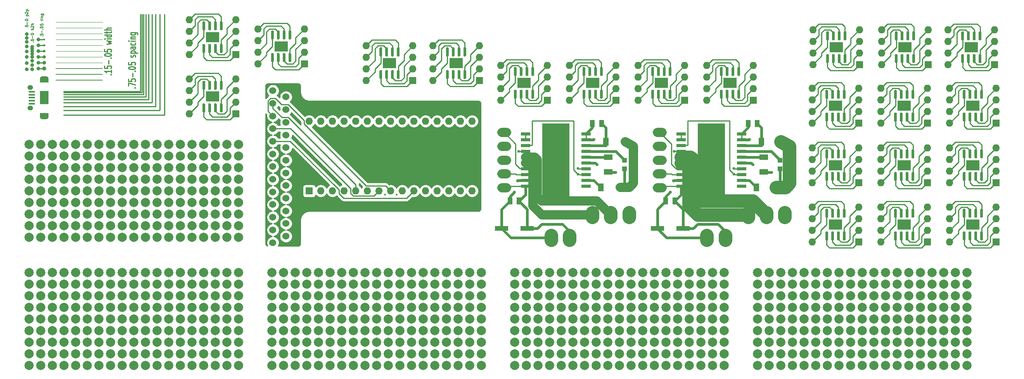
<source format=gtl>
%MOIN*%
%OFA0B0*%
%FSLAX46Y46*%
%IPPOS*%
%LPD*%
%ADD10R,0.11811023622047245X0.090157480314960639*%
%ADD11O,0.062992125984251982X0.062992125984251982*%
%ADD12R,0.062992125984251982X0.062992125984251982*%
%ADD13C,0.00984251968503937*%
%ADD24R,0.11811023622047245X0.090157480314960639*%
%ADD25O,0.062992125984251982X0.062992125984251982*%
%ADD26R,0.062992125984251982X0.062992125984251982*%
%ADD27C,0.00984251968503937*%
%ADD28R,0.11811023622047245X0.090157480314960639*%
%ADD29O,0.062992125984251982X0.062992125984251982*%
%ADD30R,0.062992125984251982X0.062992125984251982*%
%ADD31C,0.00984251968503937*%
%ADD32R,0.11811023622047245X0.090157480314960639*%
%ADD33O,0.062992125984251982X0.062992125984251982*%
%ADD34R,0.062992125984251982X0.062992125984251982*%
%ADD35C,0.00984251968503937*%
%ADD36R,0.11811023622047245X0.090157480314960639*%
%ADD37O,0.062992125984251982X0.062992125984251982*%
%ADD38R,0.062992125984251982X0.062992125984251982*%
%ADD39C,0.00984251968503937*%
%ADD40R,0.11811023622047245X0.090157480314960639*%
%ADD41O,0.062992125984251982X0.062992125984251982*%
%ADD42R,0.062992125984251982X0.062992125984251982*%
%ADD43C,0.00984251968503937*%
%ADD44R,0.11811023622047245X0.090157480314960639*%
%ADD45O,0.062992125984251982X0.062992125984251982*%
%ADD46R,0.062992125984251982X0.062992125984251982*%
%ADD47C,0.00984251968503937*%
%ADD48R,0.11811023622047245X0.090157480314960639*%
%ADD49O,0.062992125984251982X0.062992125984251982*%
%ADD50R,0.062992125984251982X0.062992125984251982*%
%ADD51C,0.00984251968503937*%
%ADD52R,0.11811023622047245X0.090157480314960639*%
%ADD53O,0.062992125984251982X0.062992125984251982*%
%ADD54R,0.062992125984251982X0.062992125984251982*%
%ADD55C,0.00984251968503937*%
%ADD56R,0.11811023622047245X0.090157480314960639*%
%ADD57O,0.062992125984251982X0.062992125984251982*%
%ADD58R,0.062992125984251982X0.062992125984251982*%
%ADD59C,0.00984251968503937*%
%ADD60R,0.11811023622047245X0.090157480314960639*%
%ADD61O,0.062992125984251982X0.062992125984251982*%
%ADD62R,0.062992125984251982X0.062992125984251982*%
%ADD63C,0.00984251968503937*%
%ADD64R,0.11811023622047245X0.090157480314960639*%
%ADD65O,0.062992125984251982X0.062992125984251982*%
%ADD66R,0.062992125984251982X0.062992125984251982*%
%ADD67C,0.00984251968503937*%
%ADD68R,0.11811023622047245X0.090157480314960639*%
%ADD69O,0.062992125984251982X0.062992125984251982*%
%ADD70R,0.062992125984251982X0.062992125984251982*%
%ADD71C,0.00984251968503937*%
%ADD72R,0.11811023622047245X0.090157480314960639*%
%ADD73O,0.062992125984251982X0.062992125984251982*%
%ADD74R,0.062992125984251982X0.062992125984251982*%
%ADD75C,0.00984251968503937*%
%ADD76R,0.11811023622047245X0.090157480314960639*%
%ADD77O,0.062992125984251982X0.062992125984251982*%
%ADD78R,0.062992125984251982X0.062992125984251982*%
%ADD79C,0.00984251968503937*%
%ADD80R,0.11811023622047245X0.090157480314960639*%
%ADD81O,0.062992125984251982X0.062992125984251982*%
%ADD82R,0.062992125984251982X0.062992125984251982*%
%ADD83C,0.00984251968503937*%
%ADD84R,0.11811023622047245X0.090157480314960639*%
%ADD85O,0.062992125984251982X0.062992125984251982*%
%ADD86R,0.062992125984251982X0.062992125984251982*%
%ADD87C,0.00984251968503937*%
%ADD88R,0.11811023622047245X0.090157480314960639*%
%ADD89O,0.062992125984251982X0.062992125984251982*%
%ADD90R,0.062992125984251982X0.062992125984251982*%
%ADD91C,0.00984251968503937*%
%ADD92R,0.11811023622047245X0.090157480314960639*%
%ADD93O,0.062992125984251982X0.062992125984251982*%
%ADD94R,0.062992125984251982X0.062992125984251982*%
%ADD95C,0.00984251968503937*%
%ADD96R,0.11811023622047245X0.090157480314960639*%
%ADD97O,0.062992125984251982X0.062992125984251982*%
%ADD98R,0.062992125984251982X0.062992125984251982*%
%ADD99C,0.00984251968503937*%
%ADD100C,0.07874015748031496*%
%ADD101C,0.07874015748031496*%
%ADD102C,0.07874015748031496*%
%ADD103C,0.07874015748031496*%
%ADD104C,0.07874015748031496*%
%ADD105C,0.01*%
%ADD106C,0.023622007874015746*%
%ADD107C,0.024015984251968506*%
%ADD108C,0.024000000000000004*%
%ADD109R,0.07874X0.025*%
%ADD110R,0.23622X0.62598401574803153*%
%ADD111R,0.04330700787401575X0.03937*%
%ADD112R,0.11811X0.03937*%
%ADD113R,0.05X0.065*%
%ADD114R,0.074802992125984263X0.047244015748031491*%
%ADD115R,0.03937X0.061024015748031506*%
%ADD116C,0.07874*%
%ADD117C,0.11811*%
%ADD118C,0.01*%
%ADD119C,0.023622007874015746*%
%ADD120C,0.024015984251968506*%
%ADD121C,0.024000000000000004*%
%ADD122R,0.07874X0.025*%
%ADD123R,0.23622X0.62598401574803153*%
%ADD124R,0.04330700787401575X0.03937*%
%ADD125R,0.11811X0.03937*%
%ADD126R,0.05X0.065*%
%ADD127R,0.074802992125984263X0.047244015748031491*%
%ADD128R,0.03937X0.061024015748031506*%
%ADD129C,0.07874*%
%ADD130C,0.11811*%
%ADD131C,0.005905511811023622*%
%ADD132C,0.00984251968503937*%
%ADD133R,0.074803149606299218X0.034448818897637797*%
%ADD134R,0.074803149606299218X0.1141732283464567*%
%ADD135R,0.053149606299212608X0.015748031496062995*%
%ADD136O,0.074803149606299218X0.03937007874015748*%
%ADD137O,0.049212598425196853X0.041338582677165357*%
%ADD138C,0.031496062992125991*%
%ADD139C,0.027559055118110236*%
%ADD140C,0.023622047244094488*%
%ADD141C,0.01968503937007874*%
%ADD142C,0.017716535433070866*%
%ADD143C,0.035433070866141732*%
%ADD144C,0.00984251968503937*%
%ADD145C,0.005511811023622048*%
%ADD146C,0.0051181102362204732*%
%ADD147C,0.0047244094488188976*%
%ADD148C,0.0043307086614173228*%
%ADD149C,0.0039370078740157488*%
%ADD150C,0.0035433070866141732*%
%ADD151C,0.0031496062992125988*%
%ADD152C,0.002755905511811024*%
%ADD153C,0.0023622047244094488*%
%ADD154C,0.0019685039370078744*%
%ADD155C,0.005905511811023622*%
%ADD156C,0.060000000000000005*%
%ADD157O,0.062992125984251982X0.062992125984251982*%
%ADD158R,0.062992125984251982X0.062992125984251982*%
%ADD159C,0.00984251968503937*%
%ADD160C,0.01*%
%ADD161R,0.11811023622047245X0.090157480314960639*%
%ADD162O,0.062992125984251982X0.062992125984251982*%
%ADD163R,0.062992125984251982X0.062992125984251982*%
%ADD164C,0.00984251968503937*%
G01*
D10*
X-0000065866Y-0000110275D02*
X0001684133Y0002414724D03*
G36*
G01*
X0001615039Y0002473779D02*
X0001603228Y0002473779D01*
G75*
G02*
X0001597322Y0002479685J0000005905D01*
G01*
X0001597322Y0002544645D01*
G75*
G02*
X0001603228Y0002550551I0000005905D01*
G01*
X0001615039Y0002550551D01*
G75*
G02*
X0001620944Y0002544645J-0000005905D01*
G01*
X0001620944Y0002479685D01*
G75*
G02*
X0001615039Y0002473779I-0000005905D01*
G01*
G37*
G36*
G01*
X0001665039Y0002473779D02*
X0001653228Y0002473779D01*
G75*
G02*
X0001647322Y0002479685J0000005905D01*
G01*
X0001647322Y0002544645D01*
G75*
G02*
X0001653228Y0002550551I0000005905D01*
G01*
X0001665039Y0002550551D01*
G75*
G02*
X0001670944Y0002544645J-0000005905D01*
G01*
X0001670944Y0002479685D01*
G75*
G02*
X0001665039Y0002473779I-0000005905D01*
G01*
G37*
G36*
G01*
X0001715039Y0002473779D02*
X0001703228Y0002473779D01*
G75*
G02*
X0001697322Y0002479685J0000005905D01*
G01*
X0001697322Y0002544645D01*
G75*
G02*
X0001703228Y0002550551I0000005905D01*
G01*
X0001715039Y0002550551D01*
G75*
G02*
X0001720944Y0002544645J-0000005905D01*
G01*
X0001720944Y0002479685D01*
G75*
G02*
X0001715039Y0002473779I-0000005905D01*
G01*
G37*
G36*
G01*
X0001765039Y0002473779D02*
X0001753228Y0002473779D01*
G75*
G02*
X0001747322Y0002479685J0000005905D01*
G01*
X0001747322Y0002544645D01*
G75*
G02*
X0001753228Y0002550551I0000005905D01*
G01*
X0001765039Y0002550551D01*
G75*
G02*
X0001770944Y0002544645J-0000005905D01*
G01*
X0001770944Y0002479685D01*
G75*
G02*
X0001765039Y0002473779I-0000005905D01*
G01*
G37*
G36*
G01*
X0001765039Y0002278897D02*
X0001753228Y0002278897D01*
G75*
G02*
X0001747322Y0002284803J0000005905D01*
G01*
X0001747322Y0002349763D01*
G75*
G02*
X0001753228Y0002355669I0000005905D01*
G01*
X0001765039Y0002355669D01*
G75*
G02*
X0001770944Y0002349763J-0000005905D01*
G01*
X0001770944Y0002284803D01*
G75*
G02*
X0001765039Y0002278897I-0000005905D01*
G01*
G37*
G36*
G01*
X0001715039Y0002278897D02*
X0001703228Y0002278897D01*
G75*
G02*
X0001697322Y0002284803J0000005905D01*
G01*
X0001697322Y0002349763D01*
G75*
G02*
X0001703228Y0002355669I0000005905D01*
G01*
X0001715039Y0002355669D01*
G75*
G02*
X0001720944Y0002349763J-0000005905D01*
G01*
X0001720944Y0002284803D01*
G75*
G02*
X0001715039Y0002278897I-0000005905D01*
G01*
G37*
G36*
G01*
X0001665039Y0002278897D02*
X0001653228Y0002278897D01*
G75*
G02*
X0001647322Y0002284803J0000005905D01*
G01*
X0001647322Y0002349763D01*
G75*
G02*
X0001653228Y0002355669I0000005905D01*
G01*
X0001665039Y0002355669D01*
G75*
G02*
X0001670944Y0002349763J-0000005905D01*
G01*
X0001670944Y0002284803D01*
G75*
G02*
X0001665039Y0002278897I-0000005905D01*
G01*
G37*
G36*
G01*
X0001615039Y0002278897D02*
X0001603228Y0002278897D01*
G75*
G02*
X0001597322Y0002284803J0000005905D01*
G01*
X0001597322Y0002349763D01*
G75*
G02*
X0001603228Y0002355669I0000005905D01*
G01*
X0001615039Y0002355669D01*
G75*
G02*
X0001620944Y0002349763J-0000005905D01*
G01*
X0001620944Y0002284803D01*
G75*
G02*
X0001615039Y0002278897I-0000005905D01*
G01*
G37*
D11*
X0001484133Y0002264724D03*
X0001884133Y0002564724D03*
X0001484133Y0002364724D03*
X0001884133Y0002464724D03*
X0001484133Y0002464724D03*
X0001884133Y0002364724D03*
X0001484133Y0002564724D03*
D12*
X0001884133Y0002264724D03*
D13*
X0001609133Y0002317283D02*
X0001609133Y0002239724D01*
X0001609133Y0002239724D02*
X0001634133Y0002214724D01*
X0001834133Y0002214724D02*
X0001884133Y0002264724D01*
X0001634133Y0002214724D02*
X0001834133Y0002214724D01*
X0001659133Y0002317283D02*
X0001659133Y0002264724D01*
X0001659133Y0002264724D02*
X0001684133Y0002239724D01*
X0001684133Y0002239724D02*
X0001809133Y0002239724D01*
X0001809133Y0002239724D02*
X0001834133Y0002264724D01*
X0001834133Y0002314724D02*
X0001884133Y0002364724D01*
X0001834133Y0002264724D02*
X0001834133Y0002314724D01*
X0001809133Y0002389724D02*
X0001884133Y0002464724D01*
X0001709133Y0002317283D02*
X0001709133Y0002289724D01*
X0001734133Y0002264724D02*
X0001784133Y0002264724D01*
X0001709133Y0002289724D02*
X0001734133Y0002264724D01*
X0001784133Y0002264724D02*
X0001809133Y0002289724D01*
X0001809133Y0002289724D02*
X0001809133Y0002389724D01*
X0001759133Y0002317283D02*
X0001759133Y0002389724D01*
X0001759133Y0002389724D02*
X0001809133Y0002439724D01*
X0001809133Y0002489724D02*
X0001884133Y0002564724D01*
X0001809133Y0002439724D02*
X0001809133Y0002489724D01*
X0001759133Y0002512165D02*
X0001759133Y0002589724D01*
X0001759133Y0002589724D02*
X0001734133Y0002614724D01*
X0001534133Y0002614724D02*
X0001484133Y0002564724D01*
X0001734133Y0002614724D02*
X0001534133Y0002614724D01*
X0001709133Y0002564724D02*
X0001684133Y0002589724D01*
X0001709133Y0002512165D02*
X0001709133Y0002564724D01*
X0001684133Y0002589724D02*
X0001559133Y0002589724D01*
X0001534133Y0002564724D02*
X0001534133Y0002514724D01*
X0001534133Y0002514724D02*
X0001484133Y0002464724D01*
X0001559133Y0002589724D02*
X0001534133Y0002564724D01*
X0001659133Y0002512165D02*
X0001659133Y0002539724D01*
X0001659133Y0002539724D02*
X0001634133Y0002564724D01*
X0001634133Y0002564724D02*
X0001584133Y0002564724D01*
X0001584133Y0002564724D02*
X0001559133Y0002539724D01*
X0001559133Y0002539724D02*
X0001559133Y0002439724D01*
X0001559133Y0002439724D02*
X0001484133Y0002364724D01*
X0001609133Y0002512165D02*
X0001609133Y0002414724D01*
X0001609133Y0002414724D02*
X0001559133Y0002364724D01*
X0001559133Y0002339724D02*
X0001484133Y0002264724D01*
X0001559133Y0002364724D02*
X0001559133Y0002339724D01*
G04 next file*
G04 Gerber Fmt 4.6, Leading zero omitted, Abs format (unit mm)*
G04 Created by KiCad (PCBNEW (5.1.6)-1) date 2020-09-18 13:03:01*
G01*
G04 APERTURE LIST*
G04 APERTURE END LIST*
D24*
X0005288464Y-0001212637D02*
X0007038464Y0001312362D03*
G36*
G01*
X0006969369Y0001371417D02*
X0006957558Y0001371417D01*
G75*
G02*
X0006951653Y0001377322J0000005905D01*
G01*
X0006951653Y0001442283D01*
G75*
G02*
X0006957558Y0001448189I0000005905D01*
G01*
X0006969369Y0001448189D01*
G75*
G02*
X0006975275Y0001442283J-0000005905D01*
G01*
X0006975275Y0001377322D01*
G75*
G02*
X0006969369Y0001371417I-0000005905D01*
G01*
G37*
G36*
G01*
X0007019369Y0001371417D02*
X0007007558Y0001371417D01*
G75*
G02*
X0007001653Y0001377322J0000005905D01*
G01*
X0007001653Y0001442283D01*
G75*
G02*
X0007007558Y0001448189I0000005905D01*
G01*
X0007019369Y0001448189D01*
G75*
G02*
X0007025275Y0001442283J-0000005905D01*
G01*
X0007025275Y0001377322D01*
G75*
G02*
X0007019369Y0001371417I-0000005905D01*
G01*
G37*
G36*
G01*
X0007069369Y0001371417D02*
X0007057558Y0001371417D01*
G75*
G02*
X0007051653Y0001377322J0000005905D01*
G01*
X0007051653Y0001442283D01*
G75*
G02*
X0007057558Y0001448189I0000005905D01*
G01*
X0007069369Y0001448189D01*
G75*
G02*
X0007075275Y0001442283J-0000005905D01*
G01*
X0007075275Y0001377322D01*
G75*
G02*
X0007069369Y0001371417I-0000005905D01*
G01*
G37*
G36*
G01*
X0007119369Y0001371417D02*
X0007107558Y0001371417D01*
G75*
G02*
X0007101653Y0001377322J0000005905D01*
G01*
X0007101653Y0001442283D01*
G75*
G02*
X0007107558Y0001448189I0000005905D01*
G01*
X0007119369Y0001448189D01*
G75*
G02*
X0007125275Y0001442283J-0000005905D01*
G01*
X0007125275Y0001377322D01*
G75*
G02*
X0007119369Y0001371417I-0000005905D01*
G01*
G37*
G36*
G01*
X0007119369Y0001176535D02*
X0007107558Y0001176535D01*
G75*
G02*
X0007101653Y0001182440J0000005905D01*
G01*
X0007101653Y0001247401D01*
G75*
G02*
X0007107558Y0001253307I0000005905D01*
G01*
X0007119369Y0001253307D01*
G75*
G02*
X0007125275Y0001247401J-0000005905D01*
G01*
X0007125275Y0001182440D01*
G75*
G02*
X0007119369Y0001176535I-0000005905D01*
G01*
G37*
G36*
G01*
X0007069369Y0001176535D02*
X0007057558Y0001176535D01*
G75*
G02*
X0007051653Y0001182440J0000005905D01*
G01*
X0007051653Y0001247401D01*
G75*
G02*
X0007057558Y0001253307I0000005905D01*
G01*
X0007069369Y0001253307D01*
G75*
G02*
X0007075275Y0001247401J-0000005905D01*
G01*
X0007075275Y0001182440D01*
G75*
G02*
X0007069369Y0001176535I-0000005905D01*
G01*
G37*
G36*
G01*
X0007019369Y0001176535D02*
X0007007558Y0001176535D01*
G75*
G02*
X0007001653Y0001182440J0000005905D01*
G01*
X0007001653Y0001247401D01*
G75*
G02*
X0007007558Y0001253307I0000005905D01*
G01*
X0007019369Y0001253307D01*
G75*
G02*
X0007025275Y0001247401J-0000005905D01*
G01*
X0007025275Y0001182440D01*
G75*
G02*
X0007019369Y0001176535I-0000005905D01*
G01*
G37*
G36*
G01*
X0006969369Y0001176535D02*
X0006957558Y0001176535D01*
G75*
G02*
X0006951653Y0001182440J0000005905D01*
G01*
X0006951653Y0001247401D01*
G75*
G02*
X0006957558Y0001253307I0000005905D01*
G01*
X0006969369Y0001253307D01*
G75*
G02*
X0006975275Y0001247401J-0000005905D01*
G01*
X0006975275Y0001182440D01*
G75*
G02*
X0006969369Y0001176535I-0000005905D01*
G01*
G37*
D25*
X0006838464Y0001162362D03*
X0007238464Y0001462362D03*
X0006838464Y0001262362D03*
X0007238464Y0001362362D03*
X0006838464Y0001362362D03*
X0007238464Y0001262362D03*
X0006838464Y0001462362D03*
D26*
X0007238464Y0001162362D03*
D27*
X0006963464Y0001214921D02*
X0006963464Y0001137362D01*
X0006963464Y0001137362D02*
X0006988464Y0001112362D01*
X0007188464Y0001112362D02*
X0007238464Y0001162362D01*
X0006988464Y0001112362D02*
X0007188464Y0001112362D01*
X0007013464Y0001214921D02*
X0007013464Y0001162362D01*
X0007013464Y0001162362D02*
X0007038464Y0001137362D01*
X0007038464Y0001137362D02*
X0007163464Y0001137362D01*
X0007163464Y0001137362D02*
X0007188464Y0001162362D01*
X0007188464Y0001212362D02*
X0007238464Y0001262362D01*
X0007188464Y0001162362D02*
X0007188464Y0001212362D01*
X0007163464Y0001287362D02*
X0007238464Y0001362362D01*
X0007063464Y0001214921D02*
X0007063464Y0001187362D01*
X0007088464Y0001162362D02*
X0007138464Y0001162362D01*
X0007063464Y0001187362D02*
X0007088464Y0001162362D01*
X0007138464Y0001162362D02*
X0007163464Y0001187362D01*
X0007163464Y0001187362D02*
X0007163464Y0001287362D01*
X0007113464Y0001214921D02*
X0007113464Y0001287362D01*
X0007113464Y0001287362D02*
X0007163464Y0001337362D01*
X0007163464Y0001387362D02*
X0007238464Y0001462362D01*
X0007163464Y0001337362D02*
X0007163464Y0001387362D01*
X0007113464Y0001409803D02*
X0007113464Y0001487362D01*
X0007113464Y0001487362D02*
X0007088464Y0001512362D01*
X0006888464Y0001512362D02*
X0006838464Y0001462362D01*
X0007088464Y0001512362D02*
X0006888464Y0001512362D01*
X0007063464Y0001462362D02*
X0007038464Y0001487362D01*
X0007063464Y0001409803D02*
X0007063464Y0001462362D01*
X0007038464Y0001487362D02*
X0006913464Y0001487362D01*
X0006888464Y0001462362D02*
X0006888464Y0001412362D01*
X0006888464Y0001412362D02*
X0006838464Y0001362362D01*
X0006913464Y0001487362D02*
X0006888464Y0001462362D01*
X0007013464Y0001409803D02*
X0007013464Y0001437362D01*
X0007013464Y0001437362D02*
X0006988464Y0001462362D01*
X0006988464Y0001462362D02*
X0006938464Y0001462362D01*
X0006938464Y0001462362D02*
X0006913464Y0001437362D01*
X0006913464Y0001437362D02*
X0006913464Y0001337362D01*
X0006913464Y0001337362D02*
X0006838464Y0001262362D01*
X0006963464Y0001409803D02*
X0006963464Y0001312362D01*
X0006963464Y0001312362D02*
X0006913464Y0001262362D01*
X0006913464Y0001237362D02*
X0006838464Y0001162362D01*
X0006913464Y0001262362D02*
X0006913464Y0001237362D01*
G04 next file*
G04 Gerber Fmt 4.6, Leading zero omitted, Abs format (unit mm)*
G04 Created by KiCad (PCBNEW (5.1.6)-1) date 2020-09-18 13:03:01*
G01*
G04 APERTURE LIST*
G04 APERTURE END LIST*
D28*
X0005879015Y-0001212637D02*
X0007629015Y0001312362D03*
G36*
G01*
X0007559921Y0001371417D02*
X0007548110Y0001371417D01*
G75*
G02*
X0007542204Y0001377322J0000005905D01*
G01*
X0007542204Y0001442283D01*
G75*
G02*
X0007548110Y0001448189I0000005905D01*
G01*
X0007559921Y0001448189D01*
G75*
G02*
X0007565826Y0001442283J-0000005905D01*
G01*
X0007565826Y0001377322D01*
G75*
G02*
X0007559921Y0001371417I-0000005905D01*
G01*
G37*
G36*
G01*
X0007609921Y0001371417D02*
X0007598110Y0001371417D01*
G75*
G02*
X0007592204Y0001377322J0000005905D01*
G01*
X0007592204Y0001442283D01*
G75*
G02*
X0007598110Y0001448189I0000005905D01*
G01*
X0007609921Y0001448189D01*
G75*
G02*
X0007615826Y0001442283J-0000005905D01*
G01*
X0007615826Y0001377322D01*
G75*
G02*
X0007609921Y0001371417I-0000005905D01*
G01*
G37*
G36*
G01*
X0007659921Y0001371417D02*
X0007648110Y0001371417D01*
G75*
G02*
X0007642204Y0001377322J0000005905D01*
G01*
X0007642204Y0001442283D01*
G75*
G02*
X0007648110Y0001448189I0000005905D01*
G01*
X0007659921Y0001448189D01*
G75*
G02*
X0007665826Y0001442283J-0000005905D01*
G01*
X0007665826Y0001377322D01*
G75*
G02*
X0007659921Y0001371417I-0000005905D01*
G01*
G37*
G36*
G01*
X0007709921Y0001371417D02*
X0007698110Y0001371417D01*
G75*
G02*
X0007692204Y0001377322J0000005905D01*
G01*
X0007692204Y0001442283D01*
G75*
G02*
X0007698110Y0001448189I0000005905D01*
G01*
X0007709921Y0001448189D01*
G75*
G02*
X0007715826Y0001442283J-0000005905D01*
G01*
X0007715826Y0001377322D01*
G75*
G02*
X0007709921Y0001371417I-0000005905D01*
G01*
G37*
G36*
G01*
X0007709921Y0001176535D02*
X0007698110Y0001176535D01*
G75*
G02*
X0007692204Y0001182440J0000005905D01*
G01*
X0007692204Y0001247401D01*
G75*
G02*
X0007698110Y0001253307I0000005905D01*
G01*
X0007709921Y0001253307D01*
G75*
G02*
X0007715826Y0001247401J-0000005905D01*
G01*
X0007715826Y0001182440D01*
G75*
G02*
X0007709921Y0001176535I-0000005905D01*
G01*
G37*
G36*
G01*
X0007659921Y0001176535D02*
X0007648110Y0001176535D01*
G75*
G02*
X0007642204Y0001182440J0000005905D01*
G01*
X0007642204Y0001247401D01*
G75*
G02*
X0007648110Y0001253307I0000005905D01*
G01*
X0007659921Y0001253307D01*
G75*
G02*
X0007665826Y0001247401J-0000005905D01*
G01*
X0007665826Y0001182440D01*
G75*
G02*
X0007659921Y0001176535I-0000005905D01*
G01*
G37*
G36*
G01*
X0007609921Y0001176535D02*
X0007598110Y0001176535D01*
G75*
G02*
X0007592204Y0001182440J0000005905D01*
G01*
X0007592204Y0001247401D01*
G75*
G02*
X0007598110Y0001253307I0000005905D01*
G01*
X0007609921Y0001253307D01*
G75*
G02*
X0007615826Y0001247401J-0000005905D01*
G01*
X0007615826Y0001182440D01*
G75*
G02*
X0007609921Y0001176535I-0000005905D01*
G01*
G37*
G36*
G01*
X0007559921Y0001176535D02*
X0007548110Y0001176535D01*
G75*
G02*
X0007542204Y0001182440J0000005905D01*
G01*
X0007542204Y0001247401D01*
G75*
G02*
X0007548110Y0001253307I0000005905D01*
G01*
X0007559921Y0001253307D01*
G75*
G02*
X0007565826Y0001247401J-0000005905D01*
G01*
X0007565826Y0001182440D01*
G75*
G02*
X0007559921Y0001176535I-0000005905D01*
G01*
G37*
D29*
X0007429015Y0001162362D03*
X0007829015Y0001462362D03*
X0007429015Y0001262362D03*
X0007829015Y0001362362D03*
X0007429015Y0001362362D03*
X0007829015Y0001262362D03*
X0007429015Y0001462362D03*
D30*
X0007829015Y0001162362D03*
D31*
X0007554015Y0001214921D02*
X0007554015Y0001137362D01*
X0007554015Y0001137362D02*
X0007579015Y0001112362D01*
X0007779015Y0001112362D02*
X0007829015Y0001162362D01*
X0007579015Y0001112362D02*
X0007779015Y0001112362D01*
X0007604015Y0001214921D02*
X0007604015Y0001162362D01*
X0007604015Y0001162362D02*
X0007629015Y0001137362D01*
X0007629015Y0001137362D02*
X0007754015Y0001137362D01*
X0007754015Y0001137362D02*
X0007779015Y0001162362D01*
X0007779015Y0001212362D02*
X0007829015Y0001262362D01*
X0007779015Y0001162362D02*
X0007779015Y0001212362D01*
X0007754015Y0001287362D02*
X0007829015Y0001362362D01*
X0007654015Y0001214921D02*
X0007654015Y0001187362D01*
X0007679015Y0001162362D02*
X0007729015Y0001162362D01*
X0007654015Y0001187362D02*
X0007679015Y0001162362D01*
X0007729015Y0001162362D02*
X0007754015Y0001187362D01*
X0007754015Y0001187362D02*
X0007754015Y0001287362D01*
X0007704015Y0001214921D02*
X0007704015Y0001287362D01*
X0007704015Y0001287362D02*
X0007754015Y0001337362D01*
X0007754015Y0001387362D02*
X0007829015Y0001462362D01*
X0007754015Y0001337362D02*
X0007754015Y0001387362D01*
X0007704015Y0001409803D02*
X0007704015Y0001487362D01*
X0007704015Y0001487362D02*
X0007679015Y0001512362D01*
X0007479015Y0001512362D02*
X0007429015Y0001462362D01*
X0007679015Y0001512362D02*
X0007479015Y0001512362D01*
X0007654015Y0001462362D02*
X0007629015Y0001487362D01*
X0007654015Y0001409803D02*
X0007654015Y0001462362D01*
X0007629015Y0001487362D02*
X0007504015Y0001487362D01*
X0007479015Y0001462362D02*
X0007479015Y0001412362D01*
X0007479015Y0001412362D02*
X0007429015Y0001362362D01*
X0007504015Y0001487362D02*
X0007479015Y0001462362D01*
X0007604015Y0001409803D02*
X0007604015Y0001437362D01*
X0007604015Y0001437362D02*
X0007579015Y0001462362D01*
X0007579015Y0001462362D02*
X0007529015Y0001462362D01*
X0007529015Y0001462362D02*
X0007504015Y0001437362D01*
X0007504015Y0001437362D02*
X0007504015Y0001337362D01*
X0007504015Y0001337362D02*
X0007429015Y0001262362D01*
X0007554015Y0001409803D02*
X0007554015Y0001312362D01*
X0007554015Y0001312362D02*
X0007504015Y0001262362D01*
X0007504015Y0001237362D02*
X0007429015Y0001162362D01*
X0007504015Y0001262362D02*
X0007504015Y0001237362D01*
G04 next file*
G04 Gerber Fmt 4.6, Leading zero omitted, Abs format (unit mm)*
G04 Created by KiCad (PCBNEW (5.1.6)-1) date 2020-09-18 13:03:01*
G01*
G04 APERTURE LIST*
G04 APERTURE END LIST*
D32*
X0006469566Y-0001212637D02*
X0008219566Y0001312362D03*
G36*
G01*
X0008150472Y0001371417D02*
X0008138661Y0001371417D01*
G75*
G02*
X0008132755Y0001377322J0000005905D01*
G01*
X0008132755Y0001442283D01*
G75*
G02*
X0008138661Y0001448189I0000005905D01*
G01*
X0008150472Y0001448189D01*
G75*
G02*
X0008156377Y0001442283J-0000005905D01*
G01*
X0008156377Y0001377322D01*
G75*
G02*
X0008150472Y0001371417I-0000005905D01*
G01*
G37*
G36*
G01*
X0008200472Y0001371417D02*
X0008188661Y0001371417D01*
G75*
G02*
X0008182755Y0001377322J0000005905D01*
G01*
X0008182755Y0001442283D01*
G75*
G02*
X0008188661Y0001448189I0000005905D01*
G01*
X0008200472Y0001448189D01*
G75*
G02*
X0008206377Y0001442283J-0000005905D01*
G01*
X0008206377Y0001377322D01*
G75*
G02*
X0008200472Y0001371417I-0000005905D01*
G01*
G37*
G36*
G01*
X0008250472Y0001371417D02*
X0008238661Y0001371417D01*
G75*
G02*
X0008232755Y0001377322J0000005905D01*
G01*
X0008232755Y0001442283D01*
G75*
G02*
X0008238661Y0001448189I0000005905D01*
G01*
X0008250472Y0001448189D01*
G75*
G02*
X0008256377Y0001442283J-0000005905D01*
G01*
X0008256377Y0001377322D01*
G75*
G02*
X0008250472Y0001371417I-0000005905D01*
G01*
G37*
G36*
G01*
X0008300472Y0001371417D02*
X0008288661Y0001371417D01*
G75*
G02*
X0008282755Y0001377322J0000005905D01*
G01*
X0008282755Y0001442283D01*
G75*
G02*
X0008288661Y0001448189I0000005905D01*
G01*
X0008300472Y0001448189D01*
G75*
G02*
X0008306377Y0001442283J-0000005905D01*
G01*
X0008306377Y0001377322D01*
G75*
G02*
X0008300472Y0001371417I-0000005905D01*
G01*
G37*
G36*
G01*
X0008300472Y0001176535D02*
X0008288661Y0001176535D01*
G75*
G02*
X0008282755Y0001182440J0000005905D01*
G01*
X0008282755Y0001247401D01*
G75*
G02*
X0008288661Y0001253307I0000005905D01*
G01*
X0008300472Y0001253307D01*
G75*
G02*
X0008306377Y0001247401J-0000005905D01*
G01*
X0008306377Y0001182440D01*
G75*
G02*
X0008300472Y0001176535I-0000005905D01*
G01*
G37*
G36*
G01*
X0008250472Y0001176535D02*
X0008238661Y0001176535D01*
G75*
G02*
X0008232755Y0001182440J0000005905D01*
G01*
X0008232755Y0001247401D01*
G75*
G02*
X0008238661Y0001253307I0000005905D01*
G01*
X0008250472Y0001253307D01*
G75*
G02*
X0008256377Y0001247401J-0000005905D01*
G01*
X0008256377Y0001182440D01*
G75*
G02*
X0008250472Y0001176535I-0000005905D01*
G01*
G37*
G36*
G01*
X0008200472Y0001176535D02*
X0008188661Y0001176535D01*
G75*
G02*
X0008182755Y0001182440J0000005905D01*
G01*
X0008182755Y0001247401D01*
G75*
G02*
X0008188661Y0001253307I0000005905D01*
G01*
X0008200472Y0001253307D01*
G75*
G02*
X0008206377Y0001247401J-0000005905D01*
G01*
X0008206377Y0001182440D01*
G75*
G02*
X0008200472Y0001176535I-0000005905D01*
G01*
G37*
G36*
G01*
X0008150472Y0001176535D02*
X0008138661Y0001176535D01*
G75*
G02*
X0008132755Y0001182440J0000005905D01*
G01*
X0008132755Y0001247401D01*
G75*
G02*
X0008138661Y0001253307I0000005905D01*
G01*
X0008150472Y0001253307D01*
G75*
G02*
X0008156377Y0001247401J-0000005905D01*
G01*
X0008156377Y0001182440D01*
G75*
G02*
X0008150472Y0001176535I-0000005905D01*
G01*
G37*
D33*
X0008019566Y0001162362D03*
X0008419566Y0001462362D03*
X0008019566Y0001262362D03*
X0008419566Y0001362362D03*
X0008019566Y0001362362D03*
X0008419566Y0001262362D03*
X0008019566Y0001462362D03*
D34*
X0008419566Y0001162362D03*
D35*
X0008144566Y0001214921D02*
X0008144566Y0001137362D01*
X0008144566Y0001137362D02*
X0008169566Y0001112362D01*
X0008369566Y0001112362D02*
X0008419566Y0001162362D01*
X0008169566Y0001112362D02*
X0008369566Y0001112362D01*
X0008194566Y0001214921D02*
X0008194566Y0001162362D01*
X0008194566Y0001162362D02*
X0008219566Y0001137362D01*
X0008219566Y0001137362D02*
X0008344566Y0001137362D01*
X0008344566Y0001137362D02*
X0008369566Y0001162362D01*
X0008369566Y0001212362D02*
X0008419566Y0001262362D01*
X0008369566Y0001162362D02*
X0008369566Y0001212362D01*
X0008344566Y0001287362D02*
X0008419566Y0001362362D01*
X0008244566Y0001214921D02*
X0008244566Y0001187362D01*
X0008269566Y0001162362D02*
X0008319566Y0001162362D01*
X0008244566Y0001187362D02*
X0008269566Y0001162362D01*
X0008319566Y0001162362D02*
X0008344566Y0001187362D01*
X0008344566Y0001187362D02*
X0008344566Y0001287362D01*
X0008294566Y0001214921D02*
X0008294566Y0001287362D01*
X0008294566Y0001287362D02*
X0008344566Y0001337362D01*
X0008344566Y0001387362D02*
X0008419566Y0001462362D01*
X0008344566Y0001337362D02*
X0008344566Y0001387362D01*
X0008294566Y0001409803D02*
X0008294566Y0001487362D01*
X0008294566Y0001487362D02*
X0008269566Y0001512362D01*
X0008069566Y0001512362D02*
X0008019566Y0001462362D01*
X0008269566Y0001512362D02*
X0008069566Y0001512362D01*
X0008244566Y0001462362D02*
X0008219566Y0001487362D01*
X0008244566Y0001409803D02*
X0008244566Y0001462362D01*
X0008219566Y0001487362D02*
X0008094566Y0001487362D01*
X0008069566Y0001462362D02*
X0008069566Y0001412362D01*
X0008069566Y0001412362D02*
X0008019566Y0001362362D01*
X0008094566Y0001487362D02*
X0008069566Y0001462362D01*
X0008194566Y0001409803D02*
X0008194566Y0001437362D01*
X0008194566Y0001437362D02*
X0008169566Y0001462362D01*
X0008169566Y0001462362D02*
X0008119566Y0001462362D01*
X0008119566Y0001462362D02*
X0008094566Y0001437362D01*
X0008094566Y0001437362D02*
X0008094566Y0001337362D01*
X0008094566Y0001337362D02*
X0008019566Y0001262362D01*
X0008144566Y0001409803D02*
X0008144566Y0001312362D01*
X0008144566Y0001312362D02*
X0008094566Y0001262362D01*
X0008094566Y0001237362D02*
X0008019566Y0001162362D01*
X0008094566Y0001262362D02*
X0008094566Y0001237362D01*
G04 next file*
G04 Gerber Fmt 4.6, Leading zero omitted, Abs format (unit mm)*
G04 Created by KiCad (PCBNEW (5.1.6)-1) date 2020-09-18 13:03:01*
G01*
G04 APERTURE LIST*
G04 APERTURE END LIST*
D36*
X0005288464Y-0000700826D02*
X0007038464Y0001824173D03*
G36*
G01*
X0006969369Y0001883228D02*
X0006957558Y0001883228D01*
G75*
G02*
X0006951653Y0001889133J0000005905D01*
G01*
X0006951653Y0001954094D01*
G75*
G02*
X0006957558Y0001960000I0000005905D01*
G01*
X0006969369Y0001960000D01*
G75*
G02*
X0006975275Y0001954094J-0000005905D01*
G01*
X0006975275Y0001889133D01*
G75*
G02*
X0006969369Y0001883228I-0000005905D01*
G01*
G37*
G36*
G01*
X0007019369Y0001883228D02*
X0007007558Y0001883228D01*
G75*
G02*
X0007001653Y0001889133J0000005905D01*
G01*
X0007001653Y0001954094D01*
G75*
G02*
X0007007558Y0001960000I0000005905D01*
G01*
X0007019369Y0001960000D01*
G75*
G02*
X0007025275Y0001954094J-0000005905D01*
G01*
X0007025275Y0001889133D01*
G75*
G02*
X0007019369Y0001883228I-0000005905D01*
G01*
G37*
G36*
G01*
X0007069369Y0001883228D02*
X0007057558Y0001883228D01*
G75*
G02*
X0007051653Y0001889133J0000005905D01*
G01*
X0007051653Y0001954094D01*
G75*
G02*
X0007057558Y0001960000I0000005905D01*
G01*
X0007069369Y0001960000D01*
G75*
G02*
X0007075275Y0001954094J-0000005905D01*
G01*
X0007075275Y0001889133D01*
G75*
G02*
X0007069369Y0001883228I-0000005905D01*
G01*
G37*
G36*
G01*
X0007119369Y0001883228D02*
X0007107558Y0001883228D01*
G75*
G02*
X0007101653Y0001889133J0000005905D01*
G01*
X0007101653Y0001954094D01*
G75*
G02*
X0007107558Y0001960000I0000005905D01*
G01*
X0007119369Y0001960000D01*
G75*
G02*
X0007125275Y0001954094J-0000005905D01*
G01*
X0007125275Y0001889133D01*
G75*
G02*
X0007119369Y0001883228I-0000005905D01*
G01*
G37*
G36*
G01*
X0007119369Y0001688346D02*
X0007107558Y0001688346D01*
G75*
G02*
X0007101653Y0001694252J0000005905D01*
G01*
X0007101653Y0001759212D01*
G75*
G02*
X0007107558Y0001765118I0000005905D01*
G01*
X0007119369Y0001765118D01*
G75*
G02*
X0007125275Y0001759212J-0000005905D01*
G01*
X0007125275Y0001694252D01*
G75*
G02*
X0007119369Y0001688346I-0000005905D01*
G01*
G37*
G36*
G01*
X0007069369Y0001688346D02*
X0007057558Y0001688346D01*
G75*
G02*
X0007051653Y0001694252J0000005905D01*
G01*
X0007051653Y0001759212D01*
G75*
G02*
X0007057558Y0001765118I0000005905D01*
G01*
X0007069369Y0001765118D01*
G75*
G02*
X0007075275Y0001759212J-0000005905D01*
G01*
X0007075275Y0001694252D01*
G75*
G02*
X0007069369Y0001688346I-0000005905D01*
G01*
G37*
G36*
G01*
X0007019369Y0001688346D02*
X0007007558Y0001688346D01*
G75*
G02*
X0007001653Y0001694252J0000005905D01*
G01*
X0007001653Y0001759212D01*
G75*
G02*
X0007007558Y0001765118I0000005905D01*
G01*
X0007019369Y0001765118D01*
G75*
G02*
X0007025275Y0001759212J-0000005905D01*
G01*
X0007025275Y0001694252D01*
G75*
G02*
X0007019369Y0001688346I-0000005905D01*
G01*
G37*
G36*
G01*
X0006969369Y0001688346D02*
X0006957558Y0001688346D01*
G75*
G02*
X0006951653Y0001694252J0000005905D01*
G01*
X0006951653Y0001759212D01*
G75*
G02*
X0006957558Y0001765118I0000005905D01*
G01*
X0006969369Y0001765118D01*
G75*
G02*
X0006975275Y0001759212J-0000005905D01*
G01*
X0006975275Y0001694252D01*
G75*
G02*
X0006969369Y0001688346I-0000005905D01*
G01*
G37*
D37*
X0006838464Y0001674173D03*
X0007238464Y0001974173D03*
X0006838464Y0001774173D03*
X0007238464Y0001874173D03*
X0006838464Y0001874173D03*
X0007238464Y0001774173D03*
X0006838464Y0001974173D03*
D38*
X0007238464Y0001674173D03*
D39*
X0006963464Y0001726732D02*
X0006963464Y0001649173D01*
X0006963464Y0001649173D02*
X0006988464Y0001624173D01*
X0007188464Y0001624173D02*
X0007238464Y0001674173D01*
X0006988464Y0001624173D02*
X0007188464Y0001624173D01*
X0007013464Y0001726732D02*
X0007013464Y0001674173D01*
X0007013464Y0001674173D02*
X0007038464Y0001649173D01*
X0007038464Y0001649173D02*
X0007163464Y0001649173D01*
X0007163464Y0001649173D02*
X0007188464Y0001674173D01*
X0007188464Y0001724173D02*
X0007238464Y0001774173D01*
X0007188464Y0001674173D02*
X0007188464Y0001724173D01*
X0007163464Y0001799173D02*
X0007238464Y0001874173D01*
X0007063464Y0001726732D02*
X0007063464Y0001699173D01*
X0007088464Y0001674173D02*
X0007138464Y0001674173D01*
X0007063464Y0001699173D02*
X0007088464Y0001674173D01*
X0007138464Y0001674173D02*
X0007163464Y0001699173D01*
X0007163464Y0001699173D02*
X0007163464Y0001799173D01*
X0007113464Y0001726732D02*
X0007113464Y0001799173D01*
X0007113464Y0001799173D02*
X0007163464Y0001849173D01*
X0007163464Y0001899173D02*
X0007238464Y0001974173D01*
X0007163464Y0001849173D02*
X0007163464Y0001899173D01*
X0007113464Y0001921614D02*
X0007113464Y0001999173D01*
X0007113464Y0001999173D02*
X0007088464Y0002024173D01*
X0006888464Y0002024173D02*
X0006838464Y0001974173D01*
X0007088464Y0002024173D02*
X0006888464Y0002024173D01*
X0007063464Y0001974173D02*
X0007038464Y0001999173D01*
X0007063464Y0001921614D02*
X0007063464Y0001974173D01*
X0007038464Y0001999173D02*
X0006913464Y0001999173D01*
X0006888464Y0001974173D02*
X0006888464Y0001924173D01*
X0006888464Y0001924173D02*
X0006838464Y0001874173D01*
X0006913464Y0001999173D02*
X0006888464Y0001974173D01*
X0007013464Y0001921614D02*
X0007013464Y0001949173D01*
X0007013464Y0001949173D02*
X0006988464Y0001974173D01*
X0006988464Y0001974173D02*
X0006938464Y0001974173D01*
X0006938464Y0001974173D02*
X0006913464Y0001949173D01*
X0006913464Y0001949173D02*
X0006913464Y0001849173D01*
X0006913464Y0001849173D02*
X0006838464Y0001774173D01*
X0006963464Y0001921614D02*
X0006963464Y0001824173D01*
X0006963464Y0001824173D02*
X0006913464Y0001774173D01*
X0006913464Y0001749173D02*
X0006838464Y0001674173D01*
X0006913464Y0001774173D02*
X0006913464Y0001749173D01*
G04 next file*
G04 Gerber Fmt 4.6, Leading zero omitted, Abs format (unit mm)*
G04 Created by KiCad (PCBNEW (5.1.6)-1) date 2020-09-18 13:03:01*
G01*
G04 APERTURE LIST*
G04 APERTURE END LIST*
D40*
X0005879015Y-0000700826D02*
X0007629015Y0001824173D03*
G36*
G01*
X0007559921Y0001883228D02*
X0007548110Y0001883228D01*
G75*
G02*
X0007542204Y0001889133J0000005905D01*
G01*
X0007542204Y0001954094D01*
G75*
G02*
X0007548110Y0001960000I0000005905D01*
G01*
X0007559921Y0001960000D01*
G75*
G02*
X0007565826Y0001954094J-0000005905D01*
G01*
X0007565826Y0001889133D01*
G75*
G02*
X0007559921Y0001883228I-0000005905D01*
G01*
G37*
G36*
G01*
X0007609921Y0001883228D02*
X0007598110Y0001883228D01*
G75*
G02*
X0007592204Y0001889133J0000005905D01*
G01*
X0007592204Y0001954094D01*
G75*
G02*
X0007598110Y0001960000I0000005905D01*
G01*
X0007609921Y0001960000D01*
G75*
G02*
X0007615826Y0001954094J-0000005905D01*
G01*
X0007615826Y0001889133D01*
G75*
G02*
X0007609921Y0001883228I-0000005905D01*
G01*
G37*
G36*
G01*
X0007659921Y0001883228D02*
X0007648110Y0001883228D01*
G75*
G02*
X0007642204Y0001889133J0000005905D01*
G01*
X0007642204Y0001954094D01*
G75*
G02*
X0007648110Y0001960000I0000005905D01*
G01*
X0007659921Y0001960000D01*
G75*
G02*
X0007665826Y0001954094J-0000005905D01*
G01*
X0007665826Y0001889133D01*
G75*
G02*
X0007659921Y0001883228I-0000005905D01*
G01*
G37*
G36*
G01*
X0007709921Y0001883228D02*
X0007698110Y0001883228D01*
G75*
G02*
X0007692204Y0001889133J0000005905D01*
G01*
X0007692204Y0001954094D01*
G75*
G02*
X0007698110Y0001960000I0000005905D01*
G01*
X0007709921Y0001960000D01*
G75*
G02*
X0007715826Y0001954094J-0000005905D01*
G01*
X0007715826Y0001889133D01*
G75*
G02*
X0007709921Y0001883228I-0000005905D01*
G01*
G37*
G36*
G01*
X0007709921Y0001688346D02*
X0007698110Y0001688346D01*
G75*
G02*
X0007692204Y0001694252J0000005905D01*
G01*
X0007692204Y0001759212D01*
G75*
G02*
X0007698110Y0001765118I0000005905D01*
G01*
X0007709921Y0001765118D01*
G75*
G02*
X0007715826Y0001759212J-0000005905D01*
G01*
X0007715826Y0001694252D01*
G75*
G02*
X0007709921Y0001688346I-0000005905D01*
G01*
G37*
G36*
G01*
X0007659921Y0001688346D02*
X0007648110Y0001688346D01*
G75*
G02*
X0007642204Y0001694252J0000005905D01*
G01*
X0007642204Y0001759212D01*
G75*
G02*
X0007648110Y0001765118I0000005905D01*
G01*
X0007659921Y0001765118D01*
G75*
G02*
X0007665826Y0001759212J-0000005905D01*
G01*
X0007665826Y0001694252D01*
G75*
G02*
X0007659921Y0001688346I-0000005905D01*
G01*
G37*
G36*
G01*
X0007609921Y0001688346D02*
X0007598110Y0001688346D01*
G75*
G02*
X0007592204Y0001694252J0000005905D01*
G01*
X0007592204Y0001759212D01*
G75*
G02*
X0007598110Y0001765118I0000005905D01*
G01*
X0007609921Y0001765118D01*
G75*
G02*
X0007615826Y0001759212J-0000005905D01*
G01*
X0007615826Y0001694252D01*
G75*
G02*
X0007609921Y0001688346I-0000005905D01*
G01*
G37*
G36*
G01*
X0007559921Y0001688346D02*
X0007548110Y0001688346D01*
G75*
G02*
X0007542204Y0001694252J0000005905D01*
G01*
X0007542204Y0001759212D01*
G75*
G02*
X0007548110Y0001765118I0000005905D01*
G01*
X0007559921Y0001765118D01*
G75*
G02*
X0007565826Y0001759212J-0000005905D01*
G01*
X0007565826Y0001694252D01*
G75*
G02*
X0007559921Y0001688346I-0000005905D01*
G01*
G37*
D41*
X0007429015Y0001674173D03*
X0007829015Y0001974173D03*
X0007429015Y0001774173D03*
X0007829015Y0001874173D03*
X0007429015Y0001874173D03*
X0007829015Y0001774173D03*
X0007429015Y0001974173D03*
D42*
X0007829015Y0001674173D03*
D43*
X0007554015Y0001726732D02*
X0007554015Y0001649173D01*
X0007554015Y0001649173D02*
X0007579015Y0001624173D01*
X0007779015Y0001624173D02*
X0007829015Y0001674173D01*
X0007579015Y0001624173D02*
X0007779015Y0001624173D01*
X0007604015Y0001726732D02*
X0007604015Y0001674173D01*
X0007604015Y0001674173D02*
X0007629015Y0001649173D01*
X0007629015Y0001649173D02*
X0007754015Y0001649173D01*
X0007754015Y0001649173D02*
X0007779015Y0001674173D01*
X0007779015Y0001724173D02*
X0007829015Y0001774173D01*
X0007779015Y0001674173D02*
X0007779015Y0001724173D01*
X0007754015Y0001799173D02*
X0007829015Y0001874173D01*
X0007654015Y0001726732D02*
X0007654015Y0001699173D01*
X0007679015Y0001674173D02*
X0007729015Y0001674173D01*
X0007654015Y0001699173D02*
X0007679015Y0001674173D01*
X0007729015Y0001674173D02*
X0007754015Y0001699173D01*
X0007754015Y0001699173D02*
X0007754015Y0001799173D01*
X0007704015Y0001726732D02*
X0007704015Y0001799173D01*
X0007704015Y0001799173D02*
X0007754015Y0001849173D01*
X0007754015Y0001899173D02*
X0007829015Y0001974173D01*
X0007754015Y0001849173D02*
X0007754015Y0001899173D01*
X0007704015Y0001921614D02*
X0007704015Y0001999173D01*
X0007704015Y0001999173D02*
X0007679015Y0002024173D01*
X0007479015Y0002024173D02*
X0007429015Y0001974173D01*
X0007679015Y0002024173D02*
X0007479015Y0002024173D01*
X0007654015Y0001974173D02*
X0007629015Y0001999173D01*
X0007654015Y0001921614D02*
X0007654015Y0001974173D01*
X0007629015Y0001999173D02*
X0007504015Y0001999173D01*
X0007479015Y0001974173D02*
X0007479015Y0001924173D01*
X0007479015Y0001924173D02*
X0007429015Y0001874173D01*
X0007504015Y0001999173D02*
X0007479015Y0001974173D01*
X0007604015Y0001921614D02*
X0007604015Y0001949173D01*
X0007604015Y0001949173D02*
X0007579015Y0001974173D01*
X0007579015Y0001974173D02*
X0007529015Y0001974173D01*
X0007529015Y0001974173D02*
X0007504015Y0001949173D01*
X0007504015Y0001949173D02*
X0007504015Y0001849173D01*
X0007504015Y0001849173D02*
X0007429015Y0001774173D01*
X0007554015Y0001921614D02*
X0007554015Y0001824173D01*
X0007554015Y0001824173D02*
X0007504015Y0001774173D01*
X0007504015Y0001749173D02*
X0007429015Y0001674173D01*
X0007504015Y0001774173D02*
X0007504015Y0001749173D01*
G04 next file*
G04 Gerber Fmt 4.6, Leading zero omitted, Abs format (unit mm)*
G04 Created by KiCad (PCBNEW (5.1.6)-1) date 2020-09-18 13:03:01*
G01*
G04 APERTURE LIST*
G04 APERTURE END LIST*
D44*
X0006469566Y-0000700826D02*
X0008219566Y0001824173D03*
G36*
G01*
X0008150472Y0001883228D02*
X0008138661Y0001883228D01*
G75*
G02*
X0008132755Y0001889133J0000005905D01*
G01*
X0008132755Y0001954094D01*
G75*
G02*
X0008138661Y0001960000I0000005905D01*
G01*
X0008150472Y0001960000D01*
G75*
G02*
X0008156377Y0001954094J-0000005905D01*
G01*
X0008156377Y0001889133D01*
G75*
G02*
X0008150472Y0001883228I-0000005905D01*
G01*
G37*
G36*
G01*
X0008200472Y0001883228D02*
X0008188661Y0001883228D01*
G75*
G02*
X0008182755Y0001889133J0000005905D01*
G01*
X0008182755Y0001954094D01*
G75*
G02*
X0008188661Y0001960000I0000005905D01*
G01*
X0008200472Y0001960000D01*
G75*
G02*
X0008206377Y0001954094J-0000005905D01*
G01*
X0008206377Y0001889133D01*
G75*
G02*
X0008200472Y0001883228I-0000005905D01*
G01*
G37*
G36*
G01*
X0008250472Y0001883228D02*
X0008238661Y0001883228D01*
G75*
G02*
X0008232755Y0001889133J0000005905D01*
G01*
X0008232755Y0001954094D01*
G75*
G02*
X0008238661Y0001960000I0000005905D01*
G01*
X0008250472Y0001960000D01*
G75*
G02*
X0008256377Y0001954094J-0000005905D01*
G01*
X0008256377Y0001889133D01*
G75*
G02*
X0008250472Y0001883228I-0000005905D01*
G01*
G37*
G36*
G01*
X0008300472Y0001883228D02*
X0008288661Y0001883228D01*
G75*
G02*
X0008282755Y0001889133J0000005905D01*
G01*
X0008282755Y0001954094D01*
G75*
G02*
X0008288661Y0001960000I0000005905D01*
G01*
X0008300472Y0001960000D01*
G75*
G02*
X0008306377Y0001954094J-0000005905D01*
G01*
X0008306377Y0001889133D01*
G75*
G02*
X0008300472Y0001883228I-0000005905D01*
G01*
G37*
G36*
G01*
X0008300472Y0001688346D02*
X0008288661Y0001688346D01*
G75*
G02*
X0008282755Y0001694252J0000005905D01*
G01*
X0008282755Y0001759212D01*
G75*
G02*
X0008288661Y0001765118I0000005905D01*
G01*
X0008300472Y0001765118D01*
G75*
G02*
X0008306377Y0001759212J-0000005905D01*
G01*
X0008306377Y0001694252D01*
G75*
G02*
X0008300472Y0001688346I-0000005905D01*
G01*
G37*
G36*
G01*
X0008250472Y0001688346D02*
X0008238661Y0001688346D01*
G75*
G02*
X0008232755Y0001694252J0000005905D01*
G01*
X0008232755Y0001759212D01*
G75*
G02*
X0008238661Y0001765118I0000005905D01*
G01*
X0008250472Y0001765118D01*
G75*
G02*
X0008256377Y0001759212J-0000005905D01*
G01*
X0008256377Y0001694252D01*
G75*
G02*
X0008250472Y0001688346I-0000005905D01*
G01*
G37*
G36*
G01*
X0008200472Y0001688346D02*
X0008188661Y0001688346D01*
G75*
G02*
X0008182755Y0001694252J0000005905D01*
G01*
X0008182755Y0001759212D01*
G75*
G02*
X0008188661Y0001765118I0000005905D01*
G01*
X0008200472Y0001765118D01*
G75*
G02*
X0008206377Y0001759212J-0000005905D01*
G01*
X0008206377Y0001694252D01*
G75*
G02*
X0008200472Y0001688346I-0000005905D01*
G01*
G37*
G36*
G01*
X0008150472Y0001688346D02*
X0008138661Y0001688346D01*
G75*
G02*
X0008132755Y0001694252J0000005905D01*
G01*
X0008132755Y0001759212D01*
G75*
G02*
X0008138661Y0001765118I0000005905D01*
G01*
X0008150472Y0001765118D01*
G75*
G02*
X0008156377Y0001759212J-0000005905D01*
G01*
X0008156377Y0001694252D01*
G75*
G02*
X0008150472Y0001688346I-0000005905D01*
G01*
G37*
D45*
X0008019566Y0001674173D03*
X0008419566Y0001974173D03*
X0008019566Y0001774173D03*
X0008419566Y0001874173D03*
X0008019566Y0001874173D03*
X0008419566Y0001774173D03*
X0008019566Y0001974173D03*
D46*
X0008419566Y0001674173D03*
D47*
X0008144566Y0001726732D02*
X0008144566Y0001649173D01*
X0008144566Y0001649173D02*
X0008169566Y0001624173D01*
X0008369566Y0001624173D02*
X0008419566Y0001674173D01*
X0008169566Y0001624173D02*
X0008369566Y0001624173D01*
X0008194566Y0001726732D02*
X0008194566Y0001674173D01*
X0008194566Y0001674173D02*
X0008219566Y0001649173D01*
X0008219566Y0001649173D02*
X0008344566Y0001649173D01*
X0008344566Y0001649173D02*
X0008369566Y0001674173D01*
X0008369566Y0001724173D02*
X0008419566Y0001774173D01*
X0008369566Y0001674173D02*
X0008369566Y0001724173D01*
X0008344566Y0001799173D02*
X0008419566Y0001874173D01*
X0008244566Y0001726732D02*
X0008244566Y0001699173D01*
X0008269566Y0001674173D02*
X0008319566Y0001674173D01*
X0008244566Y0001699173D02*
X0008269566Y0001674173D01*
X0008319566Y0001674173D02*
X0008344566Y0001699173D01*
X0008344566Y0001699173D02*
X0008344566Y0001799173D01*
X0008294566Y0001726732D02*
X0008294566Y0001799173D01*
X0008294566Y0001799173D02*
X0008344566Y0001849173D01*
X0008344566Y0001899173D02*
X0008419566Y0001974173D01*
X0008344566Y0001849173D02*
X0008344566Y0001899173D01*
X0008294566Y0001921614D02*
X0008294566Y0001999173D01*
X0008294566Y0001999173D02*
X0008269566Y0002024173D01*
X0008069566Y0002024173D02*
X0008019566Y0001974173D01*
X0008269566Y0002024173D02*
X0008069566Y0002024173D01*
X0008244566Y0001974173D02*
X0008219566Y0001999173D01*
X0008244566Y0001921614D02*
X0008244566Y0001974173D01*
X0008219566Y0001999173D02*
X0008094566Y0001999173D01*
X0008069566Y0001974173D02*
X0008069566Y0001924173D01*
X0008069566Y0001924173D02*
X0008019566Y0001874173D01*
X0008094566Y0001999173D02*
X0008069566Y0001974173D01*
X0008194566Y0001921614D02*
X0008194566Y0001949173D01*
X0008194566Y0001949173D02*
X0008169566Y0001974173D01*
X0008169566Y0001974173D02*
X0008119566Y0001974173D01*
X0008119566Y0001974173D02*
X0008094566Y0001949173D01*
X0008094566Y0001949173D02*
X0008094566Y0001849173D01*
X0008094566Y0001849173D02*
X0008019566Y0001774173D01*
X0008144566Y0001921614D02*
X0008144566Y0001824173D01*
X0008144566Y0001824173D02*
X0008094566Y0001774173D01*
X0008094566Y0001749173D02*
X0008019566Y0001674173D01*
X0008094566Y0001774173D02*
X0008094566Y0001749173D01*
G04 next file*
G04 Gerber Fmt 4.6, Leading zero omitted, Abs format (unit mm)*
G04 Created by KiCad (PCBNEW (5.1.6)-1) date 2020-09-18 13:03:01*
G01*
G04 APERTURE LIST*
G04 APERTURE END LIST*
D48*
X0005288464Y-0000189015D02*
X0007038464Y0002335984D03*
G36*
G01*
X0006969369Y0002395039D02*
X0006957558Y0002395039D01*
G75*
G02*
X0006951653Y0002400944J0000005905D01*
G01*
X0006951653Y0002465905D01*
G75*
G02*
X0006957558Y0002471811I0000005905D01*
G01*
X0006969369Y0002471811D01*
G75*
G02*
X0006975275Y0002465905J-0000005905D01*
G01*
X0006975275Y0002400944D01*
G75*
G02*
X0006969369Y0002395039I-0000005905D01*
G01*
G37*
G36*
G01*
X0007019369Y0002395039D02*
X0007007558Y0002395039D01*
G75*
G02*
X0007001653Y0002400944J0000005905D01*
G01*
X0007001653Y0002465905D01*
G75*
G02*
X0007007558Y0002471811I0000005905D01*
G01*
X0007019369Y0002471811D01*
G75*
G02*
X0007025275Y0002465905J-0000005905D01*
G01*
X0007025275Y0002400944D01*
G75*
G02*
X0007019369Y0002395039I-0000005905D01*
G01*
G37*
G36*
G01*
X0007069369Y0002395039D02*
X0007057558Y0002395039D01*
G75*
G02*
X0007051653Y0002400944J0000005905D01*
G01*
X0007051653Y0002465905D01*
G75*
G02*
X0007057558Y0002471811I0000005905D01*
G01*
X0007069369Y0002471811D01*
G75*
G02*
X0007075275Y0002465905J-0000005905D01*
G01*
X0007075275Y0002400944D01*
G75*
G02*
X0007069369Y0002395039I-0000005905D01*
G01*
G37*
G36*
G01*
X0007119369Y0002395039D02*
X0007107558Y0002395039D01*
G75*
G02*
X0007101653Y0002400944J0000005905D01*
G01*
X0007101653Y0002465905D01*
G75*
G02*
X0007107558Y0002471811I0000005905D01*
G01*
X0007119369Y0002471811D01*
G75*
G02*
X0007125275Y0002465905J-0000005905D01*
G01*
X0007125275Y0002400944D01*
G75*
G02*
X0007119369Y0002395039I-0000005905D01*
G01*
G37*
G36*
G01*
X0007119369Y0002200157D02*
X0007107558Y0002200157D01*
G75*
G02*
X0007101653Y0002206063J0000005905D01*
G01*
X0007101653Y0002271023D01*
G75*
G02*
X0007107558Y0002276929I0000005905D01*
G01*
X0007119369Y0002276929D01*
G75*
G02*
X0007125275Y0002271023J-0000005905D01*
G01*
X0007125275Y0002206063D01*
G75*
G02*
X0007119369Y0002200157I-0000005905D01*
G01*
G37*
G36*
G01*
X0007069369Y0002200157D02*
X0007057558Y0002200157D01*
G75*
G02*
X0007051653Y0002206063J0000005905D01*
G01*
X0007051653Y0002271023D01*
G75*
G02*
X0007057558Y0002276929I0000005905D01*
G01*
X0007069369Y0002276929D01*
G75*
G02*
X0007075275Y0002271023J-0000005905D01*
G01*
X0007075275Y0002206063D01*
G75*
G02*
X0007069369Y0002200157I-0000005905D01*
G01*
G37*
G36*
G01*
X0007019369Y0002200157D02*
X0007007558Y0002200157D01*
G75*
G02*
X0007001653Y0002206063J0000005905D01*
G01*
X0007001653Y0002271023D01*
G75*
G02*
X0007007558Y0002276929I0000005905D01*
G01*
X0007019369Y0002276929D01*
G75*
G02*
X0007025275Y0002271023J-0000005905D01*
G01*
X0007025275Y0002206063D01*
G75*
G02*
X0007019369Y0002200157I-0000005905D01*
G01*
G37*
G36*
G01*
X0006969369Y0002200157D02*
X0006957558Y0002200157D01*
G75*
G02*
X0006951653Y0002206063J0000005905D01*
G01*
X0006951653Y0002271023D01*
G75*
G02*
X0006957558Y0002276929I0000005905D01*
G01*
X0006969369Y0002276929D01*
G75*
G02*
X0006975275Y0002271023J-0000005905D01*
G01*
X0006975275Y0002206063D01*
G75*
G02*
X0006969369Y0002200157I-0000005905D01*
G01*
G37*
D49*
X0006838464Y0002185984D03*
X0007238464Y0002485984D03*
X0006838464Y0002285984D03*
X0007238464Y0002385984D03*
X0006838464Y0002385984D03*
X0007238464Y0002285984D03*
X0006838464Y0002485984D03*
D50*
X0007238464Y0002185984D03*
D51*
X0006963464Y0002238543D02*
X0006963464Y0002160984D01*
X0006963464Y0002160984D02*
X0006988464Y0002135984D01*
X0007188464Y0002135984D02*
X0007238464Y0002185984D01*
X0006988464Y0002135984D02*
X0007188464Y0002135984D01*
X0007013464Y0002238543D02*
X0007013464Y0002185984D01*
X0007013464Y0002185984D02*
X0007038464Y0002160984D01*
X0007038464Y0002160984D02*
X0007163464Y0002160984D01*
X0007163464Y0002160984D02*
X0007188464Y0002185984D01*
X0007188464Y0002235984D02*
X0007238464Y0002285984D01*
X0007188464Y0002185984D02*
X0007188464Y0002235984D01*
X0007163464Y0002310984D02*
X0007238464Y0002385984D01*
X0007063464Y0002238543D02*
X0007063464Y0002210984D01*
X0007088464Y0002185984D02*
X0007138464Y0002185984D01*
X0007063464Y0002210984D02*
X0007088464Y0002185984D01*
X0007138464Y0002185984D02*
X0007163464Y0002210984D01*
X0007163464Y0002210984D02*
X0007163464Y0002310984D01*
X0007113464Y0002238543D02*
X0007113464Y0002310984D01*
X0007113464Y0002310984D02*
X0007163464Y0002360984D01*
X0007163464Y0002410984D02*
X0007238464Y0002485984D01*
X0007163464Y0002360984D02*
X0007163464Y0002410984D01*
X0007113464Y0002433425D02*
X0007113464Y0002510984D01*
X0007113464Y0002510984D02*
X0007088464Y0002535984D01*
X0006888464Y0002535984D02*
X0006838464Y0002485984D01*
X0007088464Y0002535984D02*
X0006888464Y0002535984D01*
X0007063464Y0002485984D02*
X0007038464Y0002510984D01*
X0007063464Y0002433425D02*
X0007063464Y0002485984D01*
X0007038464Y0002510984D02*
X0006913464Y0002510984D01*
X0006888464Y0002485984D02*
X0006888464Y0002435984D01*
X0006888464Y0002435984D02*
X0006838464Y0002385984D01*
X0006913464Y0002510984D02*
X0006888464Y0002485984D01*
X0007013464Y0002433425D02*
X0007013464Y0002460984D01*
X0007013464Y0002460984D02*
X0006988464Y0002485984D01*
X0006988464Y0002485984D02*
X0006938464Y0002485984D01*
X0006938464Y0002485984D02*
X0006913464Y0002460984D01*
X0006913464Y0002460984D02*
X0006913464Y0002360984D01*
X0006913464Y0002360984D02*
X0006838464Y0002285984D01*
X0006963464Y0002433425D02*
X0006963464Y0002335984D01*
X0006963464Y0002335984D02*
X0006913464Y0002285984D01*
X0006913464Y0002260984D02*
X0006838464Y0002185984D01*
X0006913464Y0002285984D02*
X0006913464Y0002260984D01*
G04 next file*
G04 Gerber Fmt 4.6, Leading zero omitted, Abs format (unit mm)*
G04 Created by KiCad (PCBNEW (5.1.6)-1) date 2020-09-18 13:03:01*
G01*
G04 APERTURE LIST*
G04 APERTURE END LIST*
D52*
X0005879015Y-0000189015D02*
X0007629015Y0002335984D03*
G36*
G01*
X0007559921Y0002395039D02*
X0007548110Y0002395039D01*
G75*
G02*
X0007542204Y0002400944J0000005905D01*
G01*
X0007542204Y0002465905D01*
G75*
G02*
X0007548110Y0002471811I0000005905D01*
G01*
X0007559921Y0002471811D01*
G75*
G02*
X0007565826Y0002465905J-0000005905D01*
G01*
X0007565826Y0002400944D01*
G75*
G02*
X0007559921Y0002395039I-0000005905D01*
G01*
G37*
G36*
G01*
X0007609921Y0002395039D02*
X0007598110Y0002395039D01*
G75*
G02*
X0007592204Y0002400944J0000005905D01*
G01*
X0007592204Y0002465905D01*
G75*
G02*
X0007598110Y0002471811I0000005905D01*
G01*
X0007609921Y0002471811D01*
G75*
G02*
X0007615826Y0002465905J-0000005905D01*
G01*
X0007615826Y0002400944D01*
G75*
G02*
X0007609921Y0002395039I-0000005905D01*
G01*
G37*
G36*
G01*
X0007659921Y0002395039D02*
X0007648110Y0002395039D01*
G75*
G02*
X0007642204Y0002400944J0000005905D01*
G01*
X0007642204Y0002465905D01*
G75*
G02*
X0007648110Y0002471811I0000005905D01*
G01*
X0007659921Y0002471811D01*
G75*
G02*
X0007665826Y0002465905J-0000005905D01*
G01*
X0007665826Y0002400944D01*
G75*
G02*
X0007659921Y0002395039I-0000005905D01*
G01*
G37*
G36*
G01*
X0007709921Y0002395039D02*
X0007698110Y0002395039D01*
G75*
G02*
X0007692204Y0002400944J0000005905D01*
G01*
X0007692204Y0002465905D01*
G75*
G02*
X0007698110Y0002471811I0000005905D01*
G01*
X0007709921Y0002471811D01*
G75*
G02*
X0007715826Y0002465905J-0000005905D01*
G01*
X0007715826Y0002400944D01*
G75*
G02*
X0007709921Y0002395039I-0000005905D01*
G01*
G37*
G36*
G01*
X0007709921Y0002200157D02*
X0007698110Y0002200157D01*
G75*
G02*
X0007692204Y0002206063J0000005905D01*
G01*
X0007692204Y0002271023D01*
G75*
G02*
X0007698110Y0002276929I0000005905D01*
G01*
X0007709921Y0002276929D01*
G75*
G02*
X0007715826Y0002271023J-0000005905D01*
G01*
X0007715826Y0002206063D01*
G75*
G02*
X0007709921Y0002200157I-0000005905D01*
G01*
G37*
G36*
G01*
X0007659921Y0002200157D02*
X0007648110Y0002200157D01*
G75*
G02*
X0007642204Y0002206063J0000005905D01*
G01*
X0007642204Y0002271023D01*
G75*
G02*
X0007648110Y0002276929I0000005905D01*
G01*
X0007659921Y0002276929D01*
G75*
G02*
X0007665826Y0002271023J-0000005905D01*
G01*
X0007665826Y0002206063D01*
G75*
G02*
X0007659921Y0002200157I-0000005905D01*
G01*
G37*
G36*
G01*
X0007609921Y0002200157D02*
X0007598110Y0002200157D01*
G75*
G02*
X0007592204Y0002206063J0000005905D01*
G01*
X0007592204Y0002271023D01*
G75*
G02*
X0007598110Y0002276929I0000005905D01*
G01*
X0007609921Y0002276929D01*
G75*
G02*
X0007615826Y0002271023J-0000005905D01*
G01*
X0007615826Y0002206063D01*
G75*
G02*
X0007609921Y0002200157I-0000005905D01*
G01*
G37*
G36*
G01*
X0007559921Y0002200157D02*
X0007548110Y0002200157D01*
G75*
G02*
X0007542204Y0002206063J0000005905D01*
G01*
X0007542204Y0002271023D01*
G75*
G02*
X0007548110Y0002276929I0000005905D01*
G01*
X0007559921Y0002276929D01*
G75*
G02*
X0007565826Y0002271023J-0000005905D01*
G01*
X0007565826Y0002206063D01*
G75*
G02*
X0007559921Y0002200157I-0000005905D01*
G01*
G37*
D53*
X0007429015Y0002185984D03*
X0007829015Y0002485984D03*
X0007429015Y0002285984D03*
X0007829015Y0002385984D03*
X0007429015Y0002385984D03*
X0007829015Y0002285984D03*
X0007429015Y0002485984D03*
D54*
X0007829015Y0002185984D03*
D55*
X0007554015Y0002238543D02*
X0007554015Y0002160984D01*
X0007554015Y0002160984D02*
X0007579015Y0002135984D01*
X0007779015Y0002135984D02*
X0007829015Y0002185984D01*
X0007579015Y0002135984D02*
X0007779015Y0002135984D01*
X0007604015Y0002238543D02*
X0007604015Y0002185984D01*
X0007604015Y0002185984D02*
X0007629015Y0002160984D01*
X0007629015Y0002160984D02*
X0007754015Y0002160984D01*
X0007754015Y0002160984D02*
X0007779015Y0002185984D01*
X0007779015Y0002235984D02*
X0007829015Y0002285984D01*
X0007779015Y0002185984D02*
X0007779015Y0002235984D01*
X0007754015Y0002310984D02*
X0007829015Y0002385984D01*
X0007654015Y0002238543D02*
X0007654015Y0002210984D01*
X0007679015Y0002185984D02*
X0007729015Y0002185984D01*
X0007654015Y0002210984D02*
X0007679015Y0002185984D01*
X0007729015Y0002185984D02*
X0007754015Y0002210984D01*
X0007754015Y0002210984D02*
X0007754015Y0002310984D01*
X0007704015Y0002238543D02*
X0007704015Y0002310984D01*
X0007704015Y0002310984D02*
X0007754015Y0002360984D01*
X0007754015Y0002410984D02*
X0007829015Y0002485984D01*
X0007754015Y0002360984D02*
X0007754015Y0002410984D01*
X0007704015Y0002433425D02*
X0007704015Y0002510984D01*
X0007704015Y0002510984D02*
X0007679015Y0002535984D01*
X0007479015Y0002535984D02*
X0007429015Y0002485984D01*
X0007679015Y0002535984D02*
X0007479015Y0002535984D01*
X0007654015Y0002485984D02*
X0007629015Y0002510984D01*
X0007654015Y0002433425D02*
X0007654015Y0002485984D01*
X0007629015Y0002510984D02*
X0007504015Y0002510984D01*
X0007479015Y0002485984D02*
X0007479015Y0002435984D01*
X0007479015Y0002435984D02*
X0007429015Y0002385984D01*
X0007504015Y0002510984D02*
X0007479015Y0002485984D01*
X0007604015Y0002433425D02*
X0007604015Y0002460984D01*
X0007604015Y0002460984D02*
X0007579015Y0002485984D01*
X0007579015Y0002485984D02*
X0007529015Y0002485984D01*
X0007529015Y0002485984D02*
X0007504015Y0002460984D01*
X0007504015Y0002460984D02*
X0007504015Y0002360984D01*
X0007504015Y0002360984D02*
X0007429015Y0002285984D01*
X0007554015Y0002433425D02*
X0007554015Y0002335984D01*
X0007554015Y0002335984D02*
X0007504015Y0002285984D01*
X0007504015Y0002260984D02*
X0007429015Y0002185984D01*
X0007504015Y0002285984D02*
X0007504015Y0002260984D01*
G04 next file*
G04 Gerber Fmt 4.6, Leading zero omitted, Abs format (unit mm)*
G04 Created by KiCad (PCBNEW (5.1.6)-1) date 2020-09-18 13:03:01*
G01*
G04 APERTURE LIST*
G04 APERTURE END LIST*
D56*
X0006469566Y-0000189015D02*
X0008219566Y0002335984D03*
G36*
G01*
X0008150472Y0002395039D02*
X0008138661Y0002395039D01*
G75*
G02*
X0008132755Y0002400944J0000005905D01*
G01*
X0008132755Y0002465905D01*
G75*
G02*
X0008138661Y0002471811I0000005905D01*
G01*
X0008150472Y0002471811D01*
G75*
G02*
X0008156377Y0002465905J-0000005905D01*
G01*
X0008156377Y0002400944D01*
G75*
G02*
X0008150472Y0002395039I-0000005905D01*
G01*
G37*
G36*
G01*
X0008200472Y0002395039D02*
X0008188661Y0002395039D01*
G75*
G02*
X0008182755Y0002400944J0000005905D01*
G01*
X0008182755Y0002465905D01*
G75*
G02*
X0008188661Y0002471811I0000005905D01*
G01*
X0008200472Y0002471811D01*
G75*
G02*
X0008206377Y0002465905J-0000005905D01*
G01*
X0008206377Y0002400944D01*
G75*
G02*
X0008200472Y0002395039I-0000005905D01*
G01*
G37*
G36*
G01*
X0008250472Y0002395039D02*
X0008238661Y0002395039D01*
G75*
G02*
X0008232755Y0002400944J0000005905D01*
G01*
X0008232755Y0002465905D01*
G75*
G02*
X0008238661Y0002471811I0000005905D01*
G01*
X0008250472Y0002471811D01*
G75*
G02*
X0008256377Y0002465905J-0000005905D01*
G01*
X0008256377Y0002400944D01*
G75*
G02*
X0008250472Y0002395039I-0000005905D01*
G01*
G37*
G36*
G01*
X0008300472Y0002395039D02*
X0008288661Y0002395039D01*
G75*
G02*
X0008282755Y0002400944J0000005905D01*
G01*
X0008282755Y0002465905D01*
G75*
G02*
X0008288661Y0002471811I0000005905D01*
G01*
X0008300472Y0002471811D01*
G75*
G02*
X0008306377Y0002465905J-0000005905D01*
G01*
X0008306377Y0002400944D01*
G75*
G02*
X0008300472Y0002395039I-0000005905D01*
G01*
G37*
G36*
G01*
X0008300472Y0002200157D02*
X0008288661Y0002200157D01*
G75*
G02*
X0008282755Y0002206063J0000005905D01*
G01*
X0008282755Y0002271023D01*
G75*
G02*
X0008288661Y0002276929I0000005905D01*
G01*
X0008300472Y0002276929D01*
G75*
G02*
X0008306377Y0002271023J-0000005905D01*
G01*
X0008306377Y0002206063D01*
G75*
G02*
X0008300472Y0002200157I-0000005905D01*
G01*
G37*
G36*
G01*
X0008250472Y0002200157D02*
X0008238661Y0002200157D01*
G75*
G02*
X0008232755Y0002206063J0000005905D01*
G01*
X0008232755Y0002271023D01*
G75*
G02*
X0008238661Y0002276929I0000005905D01*
G01*
X0008250472Y0002276929D01*
G75*
G02*
X0008256377Y0002271023J-0000005905D01*
G01*
X0008256377Y0002206063D01*
G75*
G02*
X0008250472Y0002200157I-0000005905D01*
G01*
G37*
G36*
G01*
X0008200472Y0002200157D02*
X0008188661Y0002200157D01*
G75*
G02*
X0008182755Y0002206063J0000005905D01*
G01*
X0008182755Y0002271023D01*
G75*
G02*
X0008188661Y0002276929I0000005905D01*
G01*
X0008200472Y0002276929D01*
G75*
G02*
X0008206377Y0002271023J-0000005905D01*
G01*
X0008206377Y0002206063D01*
G75*
G02*
X0008200472Y0002200157I-0000005905D01*
G01*
G37*
G36*
G01*
X0008150472Y0002200157D02*
X0008138661Y0002200157D01*
G75*
G02*
X0008132755Y0002206063J0000005905D01*
G01*
X0008132755Y0002271023D01*
G75*
G02*
X0008138661Y0002276929I0000005905D01*
G01*
X0008150472Y0002276929D01*
G75*
G02*
X0008156377Y0002271023J-0000005905D01*
G01*
X0008156377Y0002206063D01*
G75*
G02*
X0008150472Y0002200157I-0000005905D01*
G01*
G37*
D57*
X0008019566Y0002185984D03*
X0008419566Y0002485984D03*
X0008019566Y0002285984D03*
X0008419566Y0002385984D03*
X0008019566Y0002385984D03*
X0008419566Y0002285984D03*
X0008019566Y0002485984D03*
D58*
X0008419566Y0002185984D03*
D59*
X0008144566Y0002238543D02*
X0008144566Y0002160984D01*
X0008144566Y0002160984D02*
X0008169566Y0002135984D01*
X0008369566Y0002135984D02*
X0008419566Y0002185984D01*
X0008169566Y0002135984D02*
X0008369566Y0002135984D01*
X0008194566Y0002238543D02*
X0008194566Y0002185984D01*
X0008194566Y0002185984D02*
X0008219566Y0002160984D01*
X0008219566Y0002160984D02*
X0008344566Y0002160984D01*
X0008344566Y0002160984D02*
X0008369566Y0002185984D01*
X0008369566Y0002235984D02*
X0008419566Y0002285984D01*
X0008369566Y0002185984D02*
X0008369566Y0002235984D01*
X0008344566Y0002310984D02*
X0008419566Y0002385984D01*
X0008244566Y0002238543D02*
X0008244566Y0002210984D01*
X0008269566Y0002185984D02*
X0008319566Y0002185984D01*
X0008244566Y0002210984D02*
X0008269566Y0002185984D01*
X0008319566Y0002185984D02*
X0008344566Y0002210984D01*
X0008344566Y0002210984D02*
X0008344566Y0002310984D01*
X0008294566Y0002238543D02*
X0008294566Y0002310984D01*
X0008294566Y0002310984D02*
X0008344566Y0002360984D01*
X0008344566Y0002410984D02*
X0008419566Y0002485984D01*
X0008344566Y0002360984D02*
X0008344566Y0002410984D01*
X0008294566Y0002433425D02*
X0008294566Y0002510984D01*
X0008294566Y0002510984D02*
X0008269566Y0002535984D01*
X0008069566Y0002535984D02*
X0008019566Y0002485984D01*
X0008269566Y0002535984D02*
X0008069566Y0002535984D01*
X0008244566Y0002485984D02*
X0008219566Y0002510984D01*
X0008244566Y0002433425D02*
X0008244566Y0002485984D01*
X0008219566Y0002510984D02*
X0008094566Y0002510984D01*
X0008069566Y0002485984D02*
X0008069566Y0002435984D01*
X0008069566Y0002435984D02*
X0008019566Y0002385984D01*
X0008094566Y0002510984D02*
X0008069566Y0002485984D01*
X0008194566Y0002433425D02*
X0008194566Y0002460984D01*
X0008194566Y0002460984D02*
X0008169566Y0002485984D01*
X0008169566Y0002485984D02*
X0008119566Y0002485984D01*
X0008119566Y0002485984D02*
X0008094566Y0002460984D01*
X0008094566Y0002460984D02*
X0008094566Y0002360984D01*
X0008094566Y0002360984D02*
X0008019566Y0002285984D01*
X0008144566Y0002433425D02*
X0008144566Y0002335984D01*
X0008144566Y0002335984D02*
X0008094566Y0002285984D01*
X0008094566Y0002260984D02*
X0008019566Y0002185984D01*
X0008094566Y0002285984D02*
X0008094566Y0002260984D01*
G04 next file*
G04 Gerber Fmt 4.6, Leading zero omitted, Abs format (unit mm)*
G04 Created by KiCad (PCBNEW (5.1.6)-1) date 2020-09-18 13:03:01*
G01*
G04 APERTURE LIST*
G04 APERTURE END LIST*
D60*
X0002611299Y0000007834D02*
X0004361299Y0002532834D03*
G36*
G01*
X0004292204Y0002591889D02*
X0004280393Y0002591889D01*
G75*
G02*
X0004274487Y0002597795J0000005905D01*
G01*
X0004274487Y0002662755D01*
G75*
G02*
X0004280393Y0002668661I0000005905D01*
G01*
X0004292204Y0002668661D01*
G75*
G02*
X0004298110Y0002662755J-0000005905D01*
G01*
X0004298110Y0002597795D01*
G75*
G02*
X0004292204Y0002591889I-0000005905D01*
G01*
G37*
G36*
G01*
X0004342204Y0002591889D02*
X0004330393Y0002591889D01*
G75*
G02*
X0004324487Y0002597795J0000005905D01*
G01*
X0004324487Y0002662755D01*
G75*
G02*
X0004330393Y0002668661I0000005905D01*
G01*
X0004342204Y0002668661D01*
G75*
G02*
X0004348110Y0002662755J-0000005905D01*
G01*
X0004348110Y0002597795D01*
G75*
G02*
X0004342204Y0002591889I-0000005905D01*
G01*
G37*
G36*
G01*
X0004392204Y0002591889D02*
X0004380393Y0002591889D01*
G75*
G02*
X0004374487Y0002597795J0000005905D01*
G01*
X0004374487Y0002662755D01*
G75*
G02*
X0004380393Y0002668661I0000005905D01*
G01*
X0004392204Y0002668661D01*
G75*
G02*
X0004398110Y0002662755J-0000005905D01*
G01*
X0004398110Y0002597795D01*
G75*
G02*
X0004392204Y0002591889I-0000005905D01*
G01*
G37*
G36*
G01*
X0004442204Y0002591889D02*
X0004430393Y0002591889D01*
G75*
G02*
X0004424487Y0002597795J0000005905D01*
G01*
X0004424487Y0002662755D01*
G75*
G02*
X0004430393Y0002668661I0000005905D01*
G01*
X0004442204Y0002668661D01*
G75*
G02*
X0004448110Y0002662755J-0000005905D01*
G01*
X0004448110Y0002597795D01*
G75*
G02*
X0004442204Y0002591889I-0000005905D01*
G01*
G37*
G36*
G01*
X0004442204Y0002397007D02*
X0004430393Y0002397007D01*
G75*
G02*
X0004424487Y0002402913J0000005905D01*
G01*
X0004424487Y0002467874D01*
G75*
G02*
X0004430393Y0002473779I0000005905D01*
G01*
X0004442204Y0002473779D01*
G75*
G02*
X0004448110Y0002467874J-0000005905D01*
G01*
X0004448110Y0002402913D01*
G75*
G02*
X0004442204Y0002397007I-0000005905D01*
G01*
G37*
G36*
G01*
X0004392204Y0002397007D02*
X0004380393Y0002397007D01*
G75*
G02*
X0004374487Y0002402913J0000005905D01*
G01*
X0004374487Y0002467874D01*
G75*
G02*
X0004380393Y0002473779I0000005905D01*
G01*
X0004392204Y0002473779D01*
G75*
G02*
X0004398110Y0002467874J-0000005905D01*
G01*
X0004398110Y0002402913D01*
G75*
G02*
X0004392204Y0002397007I-0000005905D01*
G01*
G37*
G36*
G01*
X0004342204Y0002397007D02*
X0004330393Y0002397007D01*
G75*
G02*
X0004324487Y0002402913J0000005905D01*
G01*
X0004324487Y0002467874D01*
G75*
G02*
X0004330393Y0002473779I0000005905D01*
G01*
X0004342204Y0002473779D01*
G75*
G02*
X0004348110Y0002467874J-0000005905D01*
G01*
X0004348110Y0002402913D01*
G75*
G02*
X0004342204Y0002397007I-0000005905D01*
G01*
G37*
G36*
G01*
X0004292204Y0002397007D02*
X0004280393Y0002397007D01*
G75*
G02*
X0004274487Y0002402913J0000005905D01*
G01*
X0004274487Y0002467874D01*
G75*
G02*
X0004280393Y0002473779I0000005905D01*
G01*
X0004292204Y0002473779D01*
G75*
G02*
X0004298110Y0002467874J-0000005905D01*
G01*
X0004298110Y0002402913D01*
G75*
G02*
X0004292204Y0002397007I-0000005905D01*
G01*
G37*
D61*
X0004161299Y0002382834D03*
X0004561299Y0002682834D03*
X0004161299Y0002482834D03*
X0004561299Y0002582834D03*
X0004161299Y0002582834D03*
X0004561299Y0002482834D03*
X0004161299Y0002682834D03*
D62*
X0004561299Y0002382834D03*
D63*
X0004286299Y0002435393D02*
X0004286299Y0002357834D01*
X0004286299Y0002357834D02*
X0004311299Y0002332834D01*
X0004511299Y0002332834D02*
X0004561299Y0002382834D01*
X0004311299Y0002332834D02*
X0004511299Y0002332834D01*
X0004336299Y0002435393D02*
X0004336299Y0002382834D01*
X0004336299Y0002382834D02*
X0004361299Y0002357834D01*
X0004361299Y0002357834D02*
X0004486299Y0002357834D01*
X0004486299Y0002357834D02*
X0004511299Y0002382834D01*
X0004511299Y0002432834D02*
X0004561299Y0002482834D01*
X0004511299Y0002382834D02*
X0004511299Y0002432834D01*
X0004486299Y0002507834D02*
X0004561299Y0002582834D01*
X0004386299Y0002435393D02*
X0004386299Y0002407834D01*
X0004411299Y0002382834D02*
X0004461299Y0002382834D01*
X0004386299Y0002407834D02*
X0004411299Y0002382834D01*
X0004461299Y0002382834D02*
X0004486299Y0002407834D01*
X0004486299Y0002407834D02*
X0004486299Y0002507834D01*
X0004436299Y0002435393D02*
X0004436299Y0002507834D01*
X0004436299Y0002507834D02*
X0004486299Y0002557834D01*
X0004486299Y0002607834D02*
X0004561299Y0002682834D01*
X0004486299Y0002557834D02*
X0004486299Y0002607834D01*
X0004436299Y0002630275D02*
X0004436299Y0002707834D01*
X0004436299Y0002707834D02*
X0004411299Y0002732834D01*
X0004211299Y0002732834D02*
X0004161299Y0002682834D01*
X0004411299Y0002732834D02*
X0004211299Y0002732834D01*
X0004386299Y0002682834D02*
X0004361299Y0002707834D01*
X0004386299Y0002630275D02*
X0004386299Y0002682834D01*
X0004361299Y0002707834D02*
X0004236299Y0002707834D01*
X0004211299Y0002682834D02*
X0004211299Y0002632834D01*
X0004211299Y0002632834D02*
X0004161299Y0002582834D01*
X0004236299Y0002707834D02*
X0004211299Y0002682834D01*
X0004336299Y0002630275D02*
X0004336299Y0002657834D01*
X0004336299Y0002657834D02*
X0004311299Y0002682834D01*
X0004311299Y0002682834D02*
X0004261299Y0002682834D01*
X0004261299Y0002682834D02*
X0004236299Y0002657834D01*
X0004236299Y0002657834D02*
X0004236299Y0002557834D01*
X0004236299Y0002557834D02*
X0004161299Y0002482834D01*
X0004286299Y0002630275D02*
X0004286299Y0002532834D01*
X0004286299Y0002532834D02*
X0004236299Y0002482834D01*
X0004236299Y0002457834D02*
X0004161299Y0002382834D01*
X0004236299Y0002482834D02*
X0004236299Y0002457834D01*
G04 next file*
G04 Gerber Fmt 4.6, Leading zero omitted, Abs format (unit mm)*
G04 Created by KiCad (PCBNEW (5.1.6)-1) date 2020-09-18 13:03:01*
G01*
G04 APERTURE LIST*
G04 APERTURE END LIST*
D64*
X0000524685Y0000322795D02*
X0002274685Y0002847795D03*
G36*
G01*
X0002205590Y0002906850D02*
X0002193779Y0002906850D01*
G75*
G02*
X0002187873Y0002912755J0000005905D01*
G01*
X0002187873Y0002977716D01*
G75*
G02*
X0002193779Y0002983622I0000005905D01*
G01*
X0002205590Y0002983622D01*
G75*
G02*
X0002211496Y0002977716J-0000005905D01*
G01*
X0002211496Y0002912755D01*
G75*
G02*
X0002205590Y0002906850I-0000005905D01*
G01*
G37*
G36*
G01*
X0002255590Y0002906850D02*
X0002243779Y0002906850D01*
G75*
G02*
X0002237873Y0002912755J0000005905D01*
G01*
X0002237873Y0002977716D01*
G75*
G02*
X0002243779Y0002983622I0000005905D01*
G01*
X0002255590Y0002983622D01*
G75*
G02*
X0002261496Y0002977716J-0000005905D01*
G01*
X0002261496Y0002912755D01*
G75*
G02*
X0002255590Y0002906850I-0000005905D01*
G01*
G37*
G36*
G01*
X0002305590Y0002906850D02*
X0002293779Y0002906850D01*
G75*
G02*
X0002287873Y0002912755J0000005905D01*
G01*
X0002287873Y0002977716D01*
G75*
G02*
X0002293779Y0002983622I0000005905D01*
G01*
X0002305590Y0002983622D01*
G75*
G02*
X0002311496Y0002977716J-0000005905D01*
G01*
X0002311496Y0002912755D01*
G75*
G02*
X0002305590Y0002906850I-0000005905D01*
G01*
G37*
G36*
G01*
X0002355590Y0002906850D02*
X0002343779Y0002906850D01*
G75*
G02*
X0002337873Y0002912755J0000005905D01*
G01*
X0002337873Y0002977716D01*
G75*
G02*
X0002343779Y0002983622I0000005905D01*
G01*
X0002355590Y0002983622D01*
G75*
G02*
X0002361496Y0002977716J-0000005905D01*
G01*
X0002361496Y0002912755D01*
G75*
G02*
X0002355590Y0002906850I-0000005905D01*
G01*
G37*
G36*
G01*
X0002355590Y0002711968D02*
X0002343779Y0002711968D01*
G75*
G02*
X0002337873Y0002717874J0000005905D01*
G01*
X0002337873Y0002782834D01*
G75*
G02*
X0002343779Y0002788740I0000005905D01*
G01*
X0002355590Y0002788740D01*
G75*
G02*
X0002361496Y0002782834J-0000005905D01*
G01*
X0002361496Y0002717874D01*
G75*
G02*
X0002355590Y0002711968I-0000005905D01*
G01*
G37*
G36*
G01*
X0002305590Y0002711968D02*
X0002293779Y0002711968D01*
G75*
G02*
X0002287873Y0002717874J0000005905D01*
G01*
X0002287873Y0002782834D01*
G75*
G02*
X0002293779Y0002788740I0000005905D01*
G01*
X0002305590Y0002788740D01*
G75*
G02*
X0002311496Y0002782834J-0000005905D01*
G01*
X0002311496Y0002717874D01*
G75*
G02*
X0002305590Y0002711968I-0000005905D01*
G01*
G37*
G36*
G01*
X0002255590Y0002711968D02*
X0002243779Y0002711968D01*
G75*
G02*
X0002237873Y0002717874J0000005905D01*
G01*
X0002237873Y0002782834D01*
G75*
G02*
X0002243779Y0002788740I0000005905D01*
G01*
X0002255590Y0002788740D01*
G75*
G02*
X0002261496Y0002782834J-0000005905D01*
G01*
X0002261496Y0002717874D01*
G75*
G02*
X0002255590Y0002711968I-0000005905D01*
G01*
G37*
G36*
G01*
X0002205590Y0002711968D02*
X0002193779Y0002711968D01*
G75*
G02*
X0002187873Y0002717874J0000005905D01*
G01*
X0002187873Y0002782834D01*
G75*
G02*
X0002193779Y0002788740I0000005905D01*
G01*
X0002205590Y0002788740D01*
G75*
G02*
X0002211496Y0002782834J-0000005905D01*
G01*
X0002211496Y0002717874D01*
G75*
G02*
X0002205590Y0002711968I-0000005905D01*
G01*
G37*
D65*
X0002074685Y0002697795D03*
X0002474685Y0002997795D03*
X0002074685Y0002797795D03*
X0002474685Y0002897795D03*
X0002074685Y0002897795D03*
X0002474685Y0002797795D03*
X0002074685Y0002997795D03*
D66*
X0002474685Y0002697795D03*
D67*
X0002199685Y0002750354D02*
X0002199685Y0002672795D01*
X0002199685Y0002672795D02*
X0002224685Y0002647795D01*
X0002424685Y0002647795D02*
X0002474685Y0002697795D01*
X0002224685Y0002647795D02*
X0002424685Y0002647795D01*
X0002249685Y0002750354D02*
X0002249685Y0002697795D01*
X0002249685Y0002697795D02*
X0002274685Y0002672795D01*
X0002274685Y0002672795D02*
X0002399685Y0002672795D01*
X0002399685Y0002672795D02*
X0002424685Y0002697795D01*
X0002424685Y0002747795D02*
X0002474685Y0002797795D01*
X0002424685Y0002697795D02*
X0002424685Y0002747795D01*
X0002399685Y0002822795D02*
X0002474685Y0002897795D01*
X0002299685Y0002750354D02*
X0002299685Y0002722795D01*
X0002324685Y0002697795D02*
X0002374685Y0002697795D01*
X0002299685Y0002722795D02*
X0002324685Y0002697795D01*
X0002374685Y0002697795D02*
X0002399685Y0002722795D01*
X0002399685Y0002722795D02*
X0002399685Y0002822795D01*
X0002349685Y0002750354D02*
X0002349685Y0002822795D01*
X0002349685Y0002822795D02*
X0002399685Y0002872795D01*
X0002399685Y0002922795D02*
X0002474685Y0002997795D01*
X0002399685Y0002872795D02*
X0002399685Y0002922795D01*
X0002349685Y0002945236D02*
X0002349685Y0003022795D01*
X0002349685Y0003022795D02*
X0002324685Y0003047795D01*
X0002124685Y0003047795D02*
X0002074685Y0002997795D01*
X0002324685Y0003047795D02*
X0002124685Y0003047795D01*
X0002299685Y0002997795D02*
X0002274685Y0003022795D01*
X0002299685Y0002945236D02*
X0002299685Y0002997795D01*
X0002274685Y0003022795D02*
X0002149685Y0003022795D01*
X0002124685Y0002997795D02*
X0002124685Y0002947795D01*
X0002124685Y0002947795D02*
X0002074685Y0002897795D01*
X0002149685Y0003022795D02*
X0002124685Y0002997795D01*
X0002249685Y0002945236D02*
X0002249685Y0002972795D01*
X0002249685Y0002972795D02*
X0002224685Y0002997795D01*
X0002224685Y0002997795D02*
X0002174685Y0002997795D01*
X0002174685Y0002997795D02*
X0002149685Y0002972795D01*
X0002149685Y0002972795D02*
X0002149685Y0002872795D01*
X0002149685Y0002872795D02*
X0002074685Y0002797795D01*
X0002199685Y0002945236D02*
X0002199685Y0002847795D01*
X0002199685Y0002847795D02*
X0002149685Y0002797795D01*
X0002149685Y0002772795D02*
X0002074685Y0002697795D01*
X0002149685Y0002797795D02*
X0002149685Y0002772795D01*
G04 next file*
G04 Gerber Fmt 4.6, Leading zero omitted, Abs format (unit mm)*
G04 Created by KiCad (PCBNEW (5.1.6)-1) date 2020-09-18 13:03:01*
G01*
G04 APERTURE LIST*
G04 APERTURE END LIST*
D68*
X-0000065866Y0000401535D02*
X0001684133Y0002926535D03*
G36*
G01*
X0001615039Y0002985590D02*
X0001603228Y0002985590D01*
G75*
G02*
X0001597322Y0002991496J0000005905D01*
G01*
X0001597322Y0003056456D01*
G75*
G02*
X0001603228Y0003062362I0000005905D01*
G01*
X0001615039Y0003062362D01*
G75*
G02*
X0001620944Y0003056456J-0000005905D01*
G01*
X0001620944Y0002991496D01*
G75*
G02*
X0001615039Y0002985590I-0000005905D01*
G01*
G37*
G36*
G01*
X0001665039Y0002985590D02*
X0001653228Y0002985590D01*
G75*
G02*
X0001647322Y0002991496J0000005905D01*
G01*
X0001647322Y0003056456D01*
G75*
G02*
X0001653228Y0003062362I0000005905D01*
G01*
X0001665039Y0003062362D01*
G75*
G02*
X0001670944Y0003056456J-0000005905D01*
G01*
X0001670944Y0002991496D01*
G75*
G02*
X0001665039Y0002985590I-0000005905D01*
G01*
G37*
G36*
G01*
X0001715039Y0002985590D02*
X0001703228Y0002985590D01*
G75*
G02*
X0001697322Y0002991496J0000005905D01*
G01*
X0001697322Y0003056456D01*
G75*
G02*
X0001703228Y0003062362I0000005905D01*
G01*
X0001715039Y0003062362D01*
G75*
G02*
X0001720944Y0003056456J-0000005905D01*
G01*
X0001720944Y0002991496D01*
G75*
G02*
X0001715039Y0002985590I-0000005905D01*
G01*
G37*
G36*
G01*
X0001765039Y0002985590D02*
X0001753228Y0002985590D01*
G75*
G02*
X0001747322Y0002991496J0000005905D01*
G01*
X0001747322Y0003056456D01*
G75*
G02*
X0001753228Y0003062362I0000005905D01*
G01*
X0001765039Y0003062362D01*
G75*
G02*
X0001770944Y0003056456J-0000005905D01*
G01*
X0001770944Y0002991496D01*
G75*
G02*
X0001765039Y0002985590I-0000005905D01*
G01*
G37*
G36*
G01*
X0001765039Y0002790708D02*
X0001753228Y0002790708D01*
G75*
G02*
X0001747322Y0002796614J0000005905D01*
G01*
X0001747322Y0002861574D01*
G75*
G02*
X0001753228Y0002867480I0000005905D01*
G01*
X0001765039Y0002867480D01*
G75*
G02*
X0001770944Y0002861574J-0000005905D01*
G01*
X0001770944Y0002796614D01*
G75*
G02*
X0001765039Y0002790708I-0000005905D01*
G01*
G37*
G36*
G01*
X0001715039Y0002790708D02*
X0001703228Y0002790708D01*
G75*
G02*
X0001697322Y0002796614J0000005905D01*
G01*
X0001697322Y0002861574D01*
G75*
G02*
X0001703228Y0002867480I0000005905D01*
G01*
X0001715039Y0002867480D01*
G75*
G02*
X0001720944Y0002861574J-0000005905D01*
G01*
X0001720944Y0002796614D01*
G75*
G02*
X0001715039Y0002790708I-0000005905D01*
G01*
G37*
G36*
G01*
X0001665039Y0002790708D02*
X0001653228Y0002790708D01*
G75*
G02*
X0001647322Y0002796614J0000005905D01*
G01*
X0001647322Y0002861574D01*
G75*
G02*
X0001653228Y0002867480I0000005905D01*
G01*
X0001665039Y0002867480D01*
G75*
G02*
X0001670944Y0002861574J-0000005905D01*
G01*
X0001670944Y0002796614D01*
G75*
G02*
X0001665039Y0002790708I-0000005905D01*
G01*
G37*
G36*
G01*
X0001615039Y0002790708D02*
X0001603228Y0002790708D01*
G75*
G02*
X0001597322Y0002796614J0000005905D01*
G01*
X0001597322Y0002861574D01*
G75*
G02*
X0001603228Y0002867480I0000005905D01*
G01*
X0001615039Y0002867480D01*
G75*
G02*
X0001620944Y0002861574J-0000005905D01*
G01*
X0001620944Y0002796614D01*
G75*
G02*
X0001615039Y0002790708I-0000005905D01*
G01*
G37*
D69*
X0001484133Y0002776535D03*
X0001884133Y0003076535D03*
X0001484133Y0002876535D03*
X0001884133Y0002976535D03*
X0001484133Y0002976535D03*
X0001884133Y0002876535D03*
X0001484133Y0003076535D03*
D70*
X0001884133Y0002776535D03*
D71*
X0001609133Y0002829094D02*
X0001609133Y0002751535D01*
X0001609133Y0002751535D02*
X0001634133Y0002726535D01*
X0001834133Y0002726535D02*
X0001884133Y0002776535D01*
X0001634133Y0002726535D02*
X0001834133Y0002726535D01*
X0001659133Y0002829094D02*
X0001659133Y0002776535D01*
X0001659133Y0002776535D02*
X0001684133Y0002751535D01*
X0001684133Y0002751535D02*
X0001809133Y0002751535D01*
X0001809133Y0002751535D02*
X0001834133Y0002776535D01*
X0001834133Y0002826535D02*
X0001884133Y0002876535D01*
X0001834133Y0002776535D02*
X0001834133Y0002826535D01*
X0001809133Y0002901535D02*
X0001884133Y0002976535D01*
X0001709133Y0002829094D02*
X0001709133Y0002801535D01*
X0001734133Y0002776535D02*
X0001784133Y0002776535D01*
X0001709133Y0002801535D02*
X0001734133Y0002776535D01*
X0001784133Y0002776535D02*
X0001809133Y0002801535D01*
X0001809133Y0002801535D02*
X0001809133Y0002901535D01*
X0001759133Y0002829094D02*
X0001759133Y0002901535D01*
X0001759133Y0002901535D02*
X0001809133Y0002951535D01*
X0001809133Y0003001535D02*
X0001884133Y0003076535D01*
X0001809133Y0002951535D02*
X0001809133Y0003001535D01*
X0001759133Y0003023976D02*
X0001759133Y0003101535D01*
X0001759133Y0003101535D02*
X0001734133Y0003126535D01*
X0001534133Y0003126535D02*
X0001484133Y0003076535D01*
X0001734133Y0003126535D02*
X0001534133Y0003126535D01*
X0001709133Y0003076535D02*
X0001684133Y0003101535D01*
X0001709133Y0003023976D02*
X0001709133Y0003076535D01*
X0001684133Y0003101535D02*
X0001559133Y0003101535D01*
X0001534133Y0003076535D02*
X0001534133Y0003026535D01*
X0001534133Y0003026535D02*
X0001484133Y0002976535D01*
X0001559133Y0003101535D02*
X0001534133Y0003076535D01*
X0001659133Y0003023976D02*
X0001659133Y0003051535D01*
X0001659133Y0003051535D02*
X0001634133Y0003076535D01*
X0001634133Y0003076535D02*
X0001584133Y0003076535D01*
X0001584133Y0003076535D02*
X0001559133Y0003051535D01*
X0001559133Y0003051535D02*
X0001559133Y0002951535D01*
X0001559133Y0002951535D02*
X0001484133Y0002876535D01*
X0001609133Y0003023976D02*
X0001609133Y0002926535D01*
X0001609133Y0002926535D02*
X0001559133Y0002876535D01*
X0001559133Y0002851535D02*
X0001484133Y0002776535D01*
X0001559133Y0002876535D02*
X0001559133Y0002851535D01*
G04 next file*
G04 Gerber Fmt 4.6, Leading zero omitted, Abs format (unit mm)*
G04 Created by KiCad (PCBNEW (5.1.6)-1) date 2020-09-18 13:03:01*
G01*
G04 APERTURE LIST*
G04 APERTURE END LIST*
D72*
X0001456692Y0000177165D02*
X0003206692Y0002702165D03*
G36*
G01*
X0003137598Y0002761220D02*
X0003125787Y0002761220D01*
G75*
G02*
X0003119881Y0002767125J0000005905D01*
G01*
X0003119881Y0002832086D01*
G75*
G02*
X0003125787Y0002837992I0000005905D01*
G01*
X0003137598Y0002837992D01*
G75*
G02*
X0003143503Y0002832086J-0000005905D01*
G01*
X0003143503Y0002767125D01*
G75*
G02*
X0003137598Y0002761220I-0000005905D01*
G01*
G37*
G36*
G01*
X0003187598Y0002761220D02*
X0003175787Y0002761220D01*
G75*
G02*
X0003169881Y0002767125J0000005905D01*
G01*
X0003169881Y0002832086D01*
G75*
G02*
X0003175787Y0002837992I0000005905D01*
G01*
X0003187598Y0002837992D01*
G75*
G02*
X0003193503Y0002832086J-0000005905D01*
G01*
X0003193503Y0002767125D01*
G75*
G02*
X0003187598Y0002761220I-0000005905D01*
G01*
G37*
G36*
G01*
X0003237598Y0002761220D02*
X0003225787Y0002761220D01*
G75*
G02*
X0003219881Y0002767125J0000005905D01*
G01*
X0003219881Y0002832086D01*
G75*
G02*
X0003225787Y0002837992I0000005905D01*
G01*
X0003237598Y0002837992D01*
G75*
G02*
X0003243503Y0002832086J-0000005905D01*
G01*
X0003243503Y0002767125D01*
G75*
G02*
X0003237598Y0002761220I-0000005905D01*
G01*
G37*
G36*
G01*
X0003287598Y0002761220D02*
X0003275787Y0002761220D01*
G75*
G02*
X0003269881Y0002767125J0000005905D01*
G01*
X0003269881Y0002832086D01*
G75*
G02*
X0003275787Y0002837992I0000005905D01*
G01*
X0003287598Y0002837992D01*
G75*
G02*
X0003293503Y0002832086J-0000005905D01*
G01*
X0003293503Y0002767125D01*
G75*
G02*
X0003287598Y0002761220I-0000005905D01*
G01*
G37*
G36*
G01*
X0003287598Y0002566338D02*
X0003275787Y0002566338D01*
G75*
G02*
X0003269881Y0002572244J0000005905D01*
G01*
X0003269881Y0002637204D01*
G75*
G02*
X0003275787Y0002643110I0000005905D01*
G01*
X0003287598Y0002643110D01*
G75*
G02*
X0003293503Y0002637204J-0000005905D01*
G01*
X0003293503Y0002572244D01*
G75*
G02*
X0003287598Y0002566338I-0000005905D01*
G01*
G37*
G36*
G01*
X0003237598Y0002566338D02*
X0003225787Y0002566338D01*
G75*
G02*
X0003219881Y0002572244J0000005905D01*
G01*
X0003219881Y0002637204D01*
G75*
G02*
X0003225787Y0002643110I0000005905D01*
G01*
X0003237598Y0002643110D01*
G75*
G02*
X0003243503Y0002637204J-0000005905D01*
G01*
X0003243503Y0002572244D01*
G75*
G02*
X0003237598Y0002566338I-0000005905D01*
G01*
G37*
G36*
G01*
X0003187598Y0002566338D02*
X0003175787Y0002566338D01*
G75*
G02*
X0003169881Y0002572244J0000005905D01*
G01*
X0003169881Y0002637204D01*
G75*
G02*
X0003175787Y0002643110I0000005905D01*
G01*
X0003187598Y0002643110D01*
G75*
G02*
X0003193503Y0002637204J-0000005905D01*
G01*
X0003193503Y0002572244D01*
G75*
G02*
X0003187598Y0002566338I-0000005905D01*
G01*
G37*
G36*
G01*
X0003137598Y0002566338D02*
X0003125787Y0002566338D01*
G75*
G02*
X0003119881Y0002572244J0000005905D01*
G01*
X0003119881Y0002637204D01*
G75*
G02*
X0003125787Y0002643110I0000005905D01*
G01*
X0003137598Y0002643110D01*
G75*
G02*
X0003143503Y0002637204J-0000005905D01*
G01*
X0003143503Y0002572244D01*
G75*
G02*
X0003137598Y0002566338I-0000005905D01*
G01*
G37*
D73*
X0003006692Y0002552165D03*
X0003406692Y0002852165D03*
X0003006692Y0002652165D03*
X0003406692Y0002752165D03*
X0003006692Y0002752165D03*
X0003406692Y0002652165D03*
X0003006692Y0002852165D03*
D74*
X0003406692Y0002552165D03*
D75*
X0003131692Y0002604724D02*
X0003131692Y0002527165D01*
X0003131692Y0002527165D02*
X0003156692Y0002502165D01*
X0003356692Y0002502165D02*
X0003406692Y0002552165D01*
X0003156692Y0002502165D02*
X0003356692Y0002502165D01*
X0003181692Y0002604724D02*
X0003181692Y0002552165D01*
X0003181692Y0002552165D02*
X0003206692Y0002527165D01*
X0003206692Y0002527165D02*
X0003331692Y0002527165D01*
X0003331692Y0002527165D02*
X0003356692Y0002552165D01*
X0003356692Y0002602165D02*
X0003406692Y0002652165D01*
X0003356692Y0002552165D02*
X0003356692Y0002602165D01*
X0003331692Y0002677165D02*
X0003406692Y0002752165D01*
X0003231692Y0002604724D02*
X0003231692Y0002577165D01*
X0003256692Y0002552165D02*
X0003306692Y0002552165D01*
X0003231692Y0002577165D02*
X0003256692Y0002552165D01*
X0003306692Y0002552165D02*
X0003331692Y0002577165D01*
X0003331692Y0002577165D02*
X0003331692Y0002677165D01*
X0003281692Y0002604724D02*
X0003281692Y0002677165D01*
X0003281692Y0002677165D02*
X0003331692Y0002727165D01*
X0003331692Y0002777165D02*
X0003406692Y0002852165D01*
X0003331692Y0002727165D02*
X0003331692Y0002777165D01*
X0003281692Y0002799606D02*
X0003281692Y0002877165D01*
X0003281692Y0002877165D02*
X0003256692Y0002902165D01*
X0003056692Y0002902165D02*
X0003006692Y0002852165D01*
X0003256692Y0002902165D02*
X0003056692Y0002902165D01*
X0003231692Y0002852165D02*
X0003206692Y0002877165D01*
X0003231692Y0002799606D02*
X0003231692Y0002852165D01*
X0003206692Y0002877165D02*
X0003081692Y0002877165D01*
X0003056692Y0002852165D02*
X0003056692Y0002802165D01*
X0003056692Y0002802165D02*
X0003006692Y0002752165D01*
X0003081692Y0002877165D02*
X0003056692Y0002852165D01*
X0003181692Y0002799606D02*
X0003181692Y0002827165D01*
X0003181692Y0002827165D02*
X0003156692Y0002852165D01*
X0003156692Y0002852165D02*
X0003106692Y0002852165D01*
X0003106692Y0002852165D02*
X0003081692Y0002827165D01*
X0003081692Y0002827165D02*
X0003081692Y0002727165D01*
X0003081692Y0002727165D02*
X0003006692Y0002652165D01*
X0003131692Y0002799606D02*
X0003131692Y0002702165D01*
X0003131692Y0002702165D02*
X0003081692Y0002652165D01*
X0003081692Y0002627165D02*
X0003006692Y0002552165D01*
X0003081692Y0002652165D02*
X0003081692Y0002627165D01*
G04 next file*
G04 Gerber Fmt 4.6, Leading zero omitted, Abs format (unit mm)*
G04 Created by KiCad (PCBNEW (5.1.6)-1) date 2020-09-18 13:03:01*
G01*
G04 APERTURE LIST*
G04 APERTURE END LIST*
D76*
X0002027559Y0000177165D02*
X0003777559Y0002702165D03*
G36*
G01*
X0003708464Y0002761220D02*
X0003696653Y0002761220D01*
G75*
G02*
X0003690748Y0002767125J0000005905D01*
G01*
X0003690748Y0002832086D01*
G75*
G02*
X0003696653Y0002837992I0000005905D01*
G01*
X0003708464Y0002837992D01*
G75*
G02*
X0003714370Y0002832086J-0000005905D01*
G01*
X0003714370Y0002767125D01*
G75*
G02*
X0003708464Y0002761220I-0000005905D01*
G01*
G37*
G36*
G01*
X0003758464Y0002761220D02*
X0003746653Y0002761220D01*
G75*
G02*
X0003740748Y0002767125J0000005905D01*
G01*
X0003740748Y0002832086D01*
G75*
G02*
X0003746653Y0002837992I0000005905D01*
G01*
X0003758464Y0002837992D01*
G75*
G02*
X0003764370Y0002832086J-0000005905D01*
G01*
X0003764370Y0002767125D01*
G75*
G02*
X0003758464Y0002761220I-0000005905D01*
G01*
G37*
G36*
G01*
X0003808464Y0002761220D02*
X0003796653Y0002761220D01*
G75*
G02*
X0003790748Y0002767125J0000005905D01*
G01*
X0003790748Y0002832086D01*
G75*
G02*
X0003796653Y0002837992I0000005905D01*
G01*
X0003808464Y0002837992D01*
G75*
G02*
X0003814370Y0002832086J-0000005905D01*
G01*
X0003814370Y0002767125D01*
G75*
G02*
X0003808464Y0002761220I-0000005905D01*
G01*
G37*
G36*
G01*
X0003858464Y0002761220D02*
X0003846653Y0002761220D01*
G75*
G02*
X0003840748Y0002767125J0000005905D01*
G01*
X0003840748Y0002832086D01*
G75*
G02*
X0003846653Y0002837992I0000005905D01*
G01*
X0003858464Y0002837992D01*
G75*
G02*
X0003864370Y0002832086J-0000005905D01*
G01*
X0003864370Y0002767125D01*
G75*
G02*
X0003858464Y0002761220I-0000005905D01*
G01*
G37*
G36*
G01*
X0003858464Y0002566338D02*
X0003846653Y0002566338D01*
G75*
G02*
X0003840748Y0002572244J0000005905D01*
G01*
X0003840748Y0002637204D01*
G75*
G02*
X0003846653Y0002643110I0000005905D01*
G01*
X0003858464Y0002643110D01*
G75*
G02*
X0003864370Y0002637204J-0000005905D01*
G01*
X0003864370Y0002572244D01*
G75*
G02*
X0003858464Y0002566338I-0000005905D01*
G01*
G37*
G36*
G01*
X0003808464Y0002566338D02*
X0003796653Y0002566338D01*
G75*
G02*
X0003790748Y0002572244J0000005905D01*
G01*
X0003790748Y0002637204D01*
G75*
G02*
X0003796653Y0002643110I0000005905D01*
G01*
X0003808464Y0002643110D01*
G75*
G02*
X0003814370Y0002637204J-0000005905D01*
G01*
X0003814370Y0002572244D01*
G75*
G02*
X0003808464Y0002566338I-0000005905D01*
G01*
G37*
G36*
G01*
X0003758464Y0002566338D02*
X0003746653Y0002566338D01*
G75*
G02*
X0003740748Y0002572244J0000005905D01*
G01*
X0003740748Y0002637204D01*
G75*
G02*
X0003746653Y0002643110I0000005905D01*
G01*
X0003758464Y0002643110D01*
G75*
G02*
X0003764370Y0002637204J-0000005905D01*
G01*
X0003764370Y0002572244D01*
G75*
G02*
X0003758464Y0002566338I-0000005905D01*
G01*
G37*
G36*
G01*
X0003708464Y0002566338D02*
X0003696653Y0002566338D01*
G75*
G02*
X0003690748Y0002572244J0000005905D01*
G01*
X0003690748Y0002637204D01*
G75*
G02*
X0003696653Y0002643110I0000005905D01*
G01*
X0003708464Y0002643110D01*
G75*
G02*
X0003714370Y0002637204J-0000005905D01*
G01*
X0003714370Y0002572244D01*
G75*
G02*
X0003708464Y0002566338I-0000005905D01*
G01*
G37*
D77*
X0003577559Y0002552165D03*
X0003977559Y0002852165D03*
X0003577559Y0002652165D03*
X0003977559Y0002752165D03*
X0003577559Y0002752165D03*
X0003977559Y0002652165D03*
X0003577559Y0002852165D03*
D78*
X0003977559Y0002552165D03*
D79*
X0003702559Y0002604724D02*
X0003702559Y0002527165D01*
X0003702559Y0002527165D02*
X0003727559Y0002502165D01*
X0003927559Y0002502165D02*
X0003977559Y0002552165D01*
X0003727559Y0002502165D02*
X0003927559Y0002502165D01*
X0003752559Y0002604724D02*
X0003752559Y0002552165D01*
X0003752559Y0002552165D02*
X0003777559Y0002527165D01*
X0003777559Y0002527165D02*
X0003902559Y0002527165D01*
X0003902559Y0002527165D02*
X0003927559Y0002552165D01*
X0003927559Y0002602165D02*
X0003977559Y0002652165D01*
X0003927559Y0002552165D02*
X0003927559Y0002602165D01*
X0003902559Y0002677165D02*
X0003977559Y0002752165D01*
X0003802559Y0002604724D02*
X0003802559Y0002577165D01*
X0003827559Y0002552165D02*
X0003877559Y0002552165D01*
X0003802559Y0002577165D02*
X0003827559Y0002552165D01*
X0003877559Y0002552165D02*
X0003902559Y0002577165D01*
X0003902559Y0002577165D02*
X0003902559Y0002677165D01*
X0003852559Y0002604724D02*
X0003852559Y0002677165D01*
X0003852559Y0002677165D02*
X0003902559Y0002727165D01*
X0003902559Y0002777165D02*
X0003977559Y0002852165D01*
X0003902559Y0002727165D02*
X0003902559Y0002777165D01*
X0003852559Y0002799606D02*
X0003852559Y0002877165D01*
X0003852559Y0002877165D02*
X0003827559Y0002902165D01*
X0003627559Y0002902165D02*
X0003577559Y0002852165D01*
X0003827559Y0002902165D02*
X0003627559Y0002902165D01*
X0003802559Y0002852165D02*
X0003777559Y0002877165D01*
X0003802559Y0002799606D02*
X0003802559Y0002852165D01*
X0003777559Y0002877165D02*
X0003652559Y0002877165D01*
X0003627559Y0002852165D02*
X0003627559Y0002802165D01*
X0003627559Y0002802165D02*
X0003577559Y0002752165D01*
X0003652559Y0002877165D02*
X0003627559Y0002852165D01*
X0003752559Y0002799606D02*
X0003752559Y0002827165D01*
X0003752559Y0002827165D02*
X0003727559Y0002852165D01*
X0003727559Y0002852165D02*
X0003677559Y0002852165D01*
X0003677559Y0002852165D02*
X0003652559Y0002827165D01*
X0003652559Y0002827165D02*
X0003652559Y0002727165D01*
X0003652559Y0002727165D02*
X0003577559Y0002652165D01*
X0003702559Y0002799606D02*
X0003702559Y0002702165D01*
X0003702559Y0002702165D02*
X0003652559Y0002652165D01*
X0003652559Y0002627165D02*
X0003577559Y0002552165D01*
X0003652559Y0002652165D02*
X0003652559Y0002627165D01*
G04 next file*
G04 Gerber Fmt 4.6, Leading zero omitted, Abs format (unit mm)*
G04 Created by KiCad (PCBNEW (5.1.6)-1) date 2020-09-18 13:03:01*
G01*
G04 APERTURE LIST*
G04 APERTURE END LIST*
D80*
X0003201850Y0000007834D02*
X0004951850Y0002532834D03*
G36*
G01*
X0004882755Y0002591889D02*
X0004870944Y0002591889D01*
G75*
G02*
X0004865039Y0002597795J0000005905D01*
G01*
X0004865039Y0002662755D01*
G75*
G02*
X0004870944Y0002668661I0000005905D01*
G01*
X0004882755Y0002668661D01*
G75*
G02*
X0004888661Y0002662755J-0000005905D01*
G01*
X0004888661Y0002597795D01*
G75*
G02*
X0004882755Y0002591889I-0000005905D01*
G01*
G37*
G36*
G01*
X0004932755Y0002591889D02*
X0004920944Y0002591889D01*
G75*
G02*
X0004915039Y0002597795J0000005905D01*
G01*
X0004915039Y0002662755D01*
G75*
G02*
X0004920944Y0002668661I0000005905D01*
G01*
X0004932755Y0002668661D01*
G75*
G02*
X0004938661Y0002662755J-0000005905D01*
G01*
X0004938661Y0002597795D01*
G75*
G02*
X0004932755Y0002591889I-0000005905D01*
G01*
G37*
G36*
G01*
X0004982755Y0002591889D02*
X0004970944Y0002591889D01*
G75*
G02*
X0004965039Y0002597795J0000005905D01*
G01*
X0004965039Y0002662755D01*
G75*
G02*
X0004970944Y0002668661I0000005905D01*
G01*
X0004982755Y0002668661D01*
G75*
G02*
X0004988661Y0002662755J-0000005905D01*
G01*
X0004988661Y0002597795D01*
G75*
G02*
X0004982755Y0002591889I-0000005905D01*
G01*
G37*
G36*
G01*
X0005032755Y0002591889D02*
X0005020944Y0002591889D01*
G75*
G02*
X0005015039Y0002597795J0000005905D01*
G01*
X0005015039Y0002662755D01*
G75*
G02*
X0005020944Y0002668661I0000005905D01*
G01*
X0005032755Y0002668661D01*
G75*
G02*
X0005038661Y0002662755J-0000005905D01*
G01*
X0005038661Y0002597795D01*
G75*
G02*
X0005032755Y0002591889I-0000005905D01*
G01*
G37*
G36*
G01*
X0005032755Y0002397007D02*
X0005020944Y0002397007D01*
G75*
G02*
X0005015039Y0002402913J0000005905D01*
G01*
X0005015039Y0002467874D01*
G75*
G02*
X0005020944Y0002473779I0000005905D01*
G01*
X0005032755Y0002473779D01*
G75*
G02*
X0005038661Y0002467874J-0000005905D01*
G01*
X0005038661Y0002402913D01*
G75*
G02*
X0005032755Y0002397007I-0000005905D01*
G01*
G37*
G36*
G01*
X0004982755Y0002397007D02*
X0004970944Y0002397007D01*
G75*
G02*
X0004965039Y0002402913J0000005905D01*
G01*
X0004965039Y0002467874D01*
G75*
G02*
X0004970944Y0002473779I0000005905D01*
G01*
X0004982755Y0002473779D01*
G75*
G02*
X0004988661Y0002467874J-0000005905D01*
G01*
X0004988661Y0002402913D01*
G75*
G02*
X0004982755Y0002397007I-0000005905D01*
G01*
G37*
G36*
G01*
X0004932755Y0002397007D02*
X0004920944Y0002397007D01*
G75*
G02*
X0004915039Y0002402913J0000005905D01*
G01*
X0004915039Y0002467874D01*
G75*
G02*
X0004920944Y0002473779I0000005905D01*
G01*
X0004932755Y0002473779D01*
G75*
G02*
X0004938661Y0002467874J-0000005905D01*
G01*
X0004938661Y0002402913D01*
G75*
G02*
X0004932755Y0002397007I-0000005905D01*
G01*
G37*
G36*
G01*
X0004882755Y0002397007D02*
X0004870944Y0002397007D01*
G75*
G02*
X0004865039Y0002402913J0000005905D01*
G01*
X0004865039Y0002467874D01*
G75*
G02*
X0004870944Y0002473779I0000005905D01*
G01*
X0004882755Y0002473779D01*
G75*
G02*
X0004888661Y0002467874J-0000005905D01*
G01*
X0004888661Y0002402913D01*
G75*
G02*
X0004882755Y0002397007I-0000005905D01*
G01*
G37*
D81*
X0004751850Y0002382834D03*
X0005151850Y0002682834D03*
X0004751850Y0002482834D03*
X0005151850Y0002582834D03*
X0004751850Y0002582834D03*
X0005151850Y0002482834D03*
X0004751850Y0002682834D03*
D82*
X0005151850Y0002382834D03*
D83*
X0004876850Y0002435393D02*
X0004876850Y0002357834D01*
X0004876850Y0002357834D02*
X0004901850Y0002332834D01*
X0005101850Y0002332834D02*
X0005151850Y0002382834D01*
X0004901850Y0002332834D02*
X0005101850Y0002332834D01*
X0004926850Y0002435393D02*
X0004926850Y0002382834D01*
X0004926850Y0002382834D02*
X0004951850Y0002357834D01*
X0004951850Y0002357834D02*
X0005076850Y0002357834D01*
X0005076850Y0002357834D02*
X0005101850Y0002382834D01*
X0005101850Y0002432834D02*
X0005151850Y0002482834D01*
X0005101850Y0002382834D02*
X0005101850Y0002432834D01*
X0005076850Y0002507834D02*
X0005151850Y0002582834D01*
X0004976850Y0002435393D02*
X0004976850Y0002407834D01*
X0005001850Y0002382834D02*
X0005051850Y0002382834D01*
X0004976850Y0002407834D02*
X0005001850Y0002382834D01*
X0005051850Y0002382834D02*
X0005076850Y0002407834D01*
X0005076850Y0002407834D02*
X0005076850Y0002507834D01*
X0005026850Y0002435393D02*
X0005026850Y0002507834D01*
X0005026850Y0002507834D02*
X0005076850Y0002557834D01*
X0005076850Y0002607834D02*
X0005151850Y0002682834D01*
X0005076850Y0002557834D02*
X0005076850Y0002607834D01*
X0005026850Y0002630275D02*
X0005026850Y0002707834D01*
X0005026850Y0002707834D02*
X0005001850Y0002732834D01*
X0004801850Y0002732834D02*
X0004751850Y0002682834D01*
X0005001850Y0002732834D02*
X0004801850Y0002732834D01*
X0004976850Y0002682834D02*
X0004951850Y0002707834D01*
X0004976850Y0002630275D02*
X0004976850Y0002682834D01*
X0004951850Y0002707834D02*
X0004826850Y0002707834D01*
X0004801850Y0002682834D02*
X0004801850Y0002632834D01*
X0004801850Y0002632834D02*
X0004751850Y0002582834D01*
X0004826850Y0002707834D02*
X0004801850Y0002682834D01*
X0004926850Y0002630275D02*
X0004926850Y0002657834D01*
X0004926850Y0002657834D02*
X0004901850Y0002682834D01*
X0004901850Y0002682834D02*
X0004851850Y0002682834D01*
X0004851850Y0002682834D02*
X0004826850Y0002657834D01*
X0004826850Y0002657834D02*
X0004826850Y0002557834D01*
X0004826850Y0002557834D02*
X0004751850Y0002482834D01*
X0004876850Y0002630275D02*
X0004876850Y0002532834D01*
X0004876850Y0002532834D02*
X0004826850Y0002482834D01*
X0004826850Y0002457834D02*
X0004751850Y0002382834D01*
X0004826850Y0002482834D02*
X0004826850Y0002457834D01*
G04 next file*
G04 Gerber Fmt 4.6, Leading zero omitted, Abs format (unit mm)*
G04 Created by KiCad (PCBNEW (5.1.6)-1) date 2020-09-18 13:03:01*
G01*
G04 APERTURE LIST*
G04 APERTURE END LIST*
D84*
X0003792401Y0000007834D02*
X0005542401Y0002532834D03*
G36*
G01*
X0005473306Y0002591889D02*
X0005461495Y0002591889D01*
G75*
G02*
X0005455590Y0002597795J0000005905D01*
G01*
X0005455590Y0002662755D01*
G75*
G02*
X0005461495Y0002668661I0000005905D01*
G01*
X0005473306Y0002668661D01*
G75*
G02*
X0005479212Y0002662755J-0000005905D01*
G01*
X0005479212Y0002597795D01*
G75*
G02*
X0005473306Y0002591889I-0000005905D01*
G01*
G37*
G36*
G01*
X0005523306Y0002591889D02*
X0005511495Y0002591889D01*
G75*
G02*
X0005505590Y0002597795J0000005905D01*
G01*
X0005505590Y0002662755D01*
G75*
G02*
X0005511495Y0002668661I0000005905D01*
G01*
X0005523306Y0002668661D01*
G75*
G02*
X0005529212Y0002662755J-0000005905D01*
G01*
X0005529212Y0002597795D01*
G75*
G02*
X0005523306Y0002591889I-0000005905D01*
G01*
G37*
G36*
G01*
X0005573306Y0002591889D02*
X0005561495Y0002591889D01*
G75*
G02*
X0005555590Y0002597795J0000005905D01*
G01*
X0005555590Y0002662755D01*
G75*
G02*
X0005561495Y0002668661I0000005905D01*
G01*
X0005573306Y0002668661D01*
G75*
G02*
X0005579212Y0002662755J-0000005905D01*
G01*
X0005579212Y0002597795D01*
G75*
G02*
X0005573306Y0002591889I-0000005905D01*
G01*
G37*
G36*
G01*
X0005623306Y0002591889D02*
X0005611495Y0002591889D01*
G75*
G02*
X0005605590Y0002597795J0000005905D01*
G01*
X0005605590Y0002662755D01*
G75*
G02*
X0005611495Y0002668661I0000005905D01*
G01*
X0005623306Y0002668661D01*
G75*
G02*
X0005629212Y0002662755J-0000005905D01*
G01*
X0005629212Y0002597795D01*
G75*
G02*
X0005623306Y0002591889I-0000005905D01*
G01*
G37*
G36*
G01*
X0005623306Y0002397007D02*
X0005611495Y0002397007D01*
G75*
G02*
X0005605590Y0002402913J0000005905D01*
G01*
X0005605590Y0002467874D01*
G75*
G02*
X0005611495Y0002473779I0000005905D01*
G01*
X0005623306Y0002473779D01*
G75*
G02*
X0005629212Y0002467874J-0000005905D01*
G01*
X0005629212Y0002402913D01*
G75*
G02*
X0005623306Y0002397007I-0000005905D01*
G01*
G37*
G36*
G01*
X0005573306Y0002397007D02*
X0005561495Y0002397007D01*
G75*
G02*
X0005555590Y0002402913J0000005905D01*
G01*
X0005555590Y0002467874D01*
G75*
G02*
X0005561495Y0002473779I0000005905D01*
G01*
X0005573306Y0002473779D01*
G75*
G02*
X0005579212Y0002467874J-0000005905D01*
G01*
X0005579212Y0002402913D01*
G75*
G02*
X0005573306Y0002397007I-0000005905D01*
G01*
G37*
G36*
G01*
X0005523306Y0002397007D02*
X0005511495Y0002397007D01*
G75*
G02*
X0005505590Y0002402913J0000005905D01*
G01*
X0005505590Y0002467874D01*
G75*
G02*
X0005511495Y0002473779I0000005905D01*
G01*
X0005523306Y0002473779D01*
G75*
G02*
X0005529212Y0002467874J-0000005905D01*
G01*
X0005529212Y0002402913D01*
G75*
G02*
X0005523306Y0002397007I-0000005905D01*
G01*
G37*
G36*
G01*
X0005473306Y0002397007D02*
X0005461495Y0002397007D01*
G75*
G02*
X0005455590Y0002402913J0000005905D01*
G01*
X0005455590Y0002467874D01*
G75*
G02*
X0005461495Y0002473779I0000005905D01*
G01*
X0005473306Y0002473779D01*
G75*
G02*
X0005479212Y0002467874J-0000005905D01*
G01*
X0005479212Y0002402913D01*
G75*
G02*
X0005473306Y0002397007I-0000005905D01*
G01*
G37*
D85*
X0005342401Y0002382834D03*
X0005742401Y0002682834D03*
X0005342401Y0002482834D03*
X0005742401Y0002582834D03*
X0005342401Y0002582834D03*
X0005742401Y0002482834D03*
X0005342401Y0002682834D03*
D86*
X0005742401Y0002382834D03*
D87*
X0005467401Y0002435393D02*
X0005467401Y0002357834D01*
X0005467401Y0002357834D02*
X0005492401Y0002332834D01*
X0005692401Y0002332834D02*
X0005742401Y0002382834D01*
X0005492401Y0002332834D02*
X0005692401Y0002332834D01*
X0005517401Y0002435393D02*
X0005517401Y0002382834D01*
X0005517401Y0002382834D02*
X0005542401Y0002357834D01*
X0005542401Y0002357834D02*
X0005667401Y0002357834D01*
X0005667401Y0002357834D02*
X0005692401Y0002382834D01*
X0005692401Y0002432834D02*
X0005742401Y0002482834D01*
X0005692401Y0002382834D02*
X0005692401Y0002432834D01*
X0005667401Y0002507834D02*
X0005742401Y0002582834D01*
X0005567401Y0002435393D02*
X0005567401Y0002407834D01*
X0005592401Y0002382834D02*
X0005642401Y0002382834D01*
X0005567401Y0002407834D02*
X0005592401Y0002382834D01*
X0005642401Y0002382834D02*
X0005667401Y0002407834D01*
X0005667401Y0002407834D02*
X0005667401Y0002507834D01*
X0005617401Y0002435393D02*
X0005617401Y0002507834D01*
X0005617401Y0002507834D02*
X0005667401Y0002557834D01*
X0005667401Y0002607834D02*
X0005742401Y0002682834D01*
X0005667401Y0002557834D02*
X0005667401Y0002607834D01*
X0005617401Y0002630275D02*
X0005617401Y0002707834D01*
X0005617401Y0002707834D02*
X0005592401Y0002732834D01*
X0005392401Y0002732834D02*
X0005342401Y0002682834D01*
X0005592401Y0002732834D02*
X0005392401Y0002732834D01*
X0005567401Y0002682834D02*
X0005542401Y0002707834D01*
X0005567401Y0002630275D02*
X0005567401Y0002682834D01*
X0005542401Y0002707834D02*
X0005417401Y0002707834D01*
X0005392401Y0002682834D02*
X0005392401Y0002632834D01*
X0005392401Y0002632834D02*
X0005342401Y0002582834D01*
X0005417401Y0002707834D02*
X0005392401Y0002682834D01*
X0005517401Y0002630275D02*
X0005517401Y0002657834D01*
X0005517401Y0002657834D02*
X0005492401Y0002682834D01*
X0005492401Y0002682834D02*
X0005442401Y0002682834D01*
X0005442401Y0002682834D02*
X0005417401Y0002657834D01*
X0005417401Y0002657834D02*
X0005417401Y0002557834D01*
X0005417401Y0002557834D02*
X0005342401Y0002482834D01*
X0005467401Y0002630275D02*
X0005467401Y0002532834D01*
X0005467401Y0002532834D02*
X0005417401Y0002482834D01*
X0005417401Y0002457834D02*
X0005342401Y0002382834D01*
X0005417401Y0002482834D02*
X0005417401Y0002457834D01*
G04 next file*
G04 Gerber Fmt 4.6, Leading zero omitted, Abs format (unit mm)*
G04 Created by KiCad (PCBNEW (5.1.6)-1) date 2020-09-18 13:03:01*
G01*
G04 APERTURE LIST*
G04 APERTURE END LIST*
D88*
X0004382952Y0000007834D02*
X0006132952Y0002532834D03*
G36*
G01*
X0006063858Y0002591889D02*
X0006052047Y0002591889D01*
G75*
G02*
X0006046141Y0002597795J0000005905D01*
G01*
X0006046141Y0002662755D01*
G75*
G02*
X0006052047Y0002668661I0000005905D01*
G01*
X0006063858Y0002668661D01*
G75*
G02*
X0006069763Y0002662755J-0000005905D01*
G01*
X0006069763Y0002597795D01*
G75*
G02*
X0006063858Y0002591889I-0000005905D01*
G01*
G37*
G36*
G01*
X0006113858Y0002591889D02*
X0006102047Y0002591889D01*
G75*
G02*
X0006096141Y0002597795J0000005905D01*
G01*
X0006096141Y0002662755D01*
G75*
G02*
X0006102047Y0002668661I0000005905D01*
G01*
X0006113858Y0002668661D01*
G75*
G02*
X0006119763Y0002662755J-0000005905D01*
G01*
X0006119763Y0002597795D01*
G75*
G02*
X0006113858Y0002591889I-0000005905D01*
G01*
G37*
G36*
G01*
X0006163858Y0002591889D02*
X0006152047Y0002591889D01*
G75*
G02*
X0006146141Y0002597795J0000005905D01*
G01*
X0006146141Y0002662755D01*
G75*
G02*
X0006152047Y0002668661I0000005905D01*
G01*
X0006163858Y0002668661D01*
G75*
G02*
X0006169763Y0002662755J-0000005905D01*
G01*
X0006169763Y0002597795D01*
G75*
G02*
X0006163858Y0002591889I-0000005905D01*
G01*
G37*
G36*
G01*
X0006213858Y0002591889D02*
X0006202047Y0002591889D01*
G75*
G02*
X0006196141Y0002597795J0000005905D01*
G01*
X0006196141Y0002662755D01*
G75*
G02*
X0006202047Y0002668661I0000005905D01*
G01*
X0006213858Y0002668661D01*
G75*
G02*
X0006219763Y0002662755J-0000005905D01*
G01*
X0006219763Y0002597795D01*
G75*
G02*
X0006213858Y0002591889I-0000005905D01*
G01*
G37*
G36*
G01*
X0006213858Y0002397007D02*
X0006202047Y0002397007D01*
G75*
G02*
X0006196141Y0002402913J0000005905D01*
G01*
X0006196141Y0002467874D01*
G75*
G02*
X0006202047Y0002473779I0000005905D01*
G01*
X0006213858Y0002473779D01*
G75*
G02*
X0006219763Y0002467874J-0000005905D01*
G01*
X0006219763Y0002402913D01*
G75*
G02*
X0006213858Y0002397007I-0000005905D01*
G01*
G37*
G36*
G01*
X0006163858Y0002397007D02*
X0006152047Y0002397007D01*
G75*
G02*
X0006146141Y0002402913J0000005905D01*
G01*
X0006146141Y0002467874D01*
G75*
G02*
X0006152047Y0002473779I0000005905D01*
G01*
X0006163858Y0002473779D01*
G75*
G02*
X0006169763Y0002467874J-0000005905D01*
G01*
X0006169763Y0002402913D01*
G75*
G02*
X0006163858Y0002397007I-0000005905D01*
G01*
G37*
G36*
G01*
X0006113858Y0002397007D02*
X0006102047Y0002397007D01*
G75*
G02*
X0006096141Y0002402913J0000005905D01*
G01*
X0006096141Y0002467874D01*
G75*
G02*
X0006102047Y0002473779I0000005905D01*
G01*
X0006113858Y0002473779D01*
G75*
G02*
X0006119763Y0002467874J-0000005905D01*
G01*
X0006119763Y0002402913D01*
G75*
G02*
X0006113858Y0002397007I-0000005905D01*
G01*
G37*
G36*
G01*
X0006063858Y0002397007D02*
X0006052047Y0002397007D01*
G75*
G02*
X0006046141Y0002402913J0000005905D01*
G01*
X0006046141Y0002467874D01*
G75*
G02*
X0006052047Y0002473779I0000005905D01*
G01*
X0006063858Y0002473779D01*
G75*
G02*
X0006069763Y0002467874J-0000005905D01*
G01*
X0006069763Y0002402913D01*
G75*
G02*
X0006063858Y0002397007I-0000005905D01*
G01*
G37*
D89*
X0005932952Y0002382834D03*
X0006332952Y0002682834D03*
X0005932952Y0002482834D03*
X0006332952Y0002582834D03*
X0005932952Y0002582834D03*
X0006332952Y0002482834D03*
X0005932952Y0002682834D03*
D90*
X0006332952Y0002382834D03*
D91*
X0006057952Y0002435393D02*
X0006057952Y0002357834D01*
X0006057952Y0002357834D02*
X0006082952Y0002332834D01*
X0006282952Y0002332834D02*
X0006332952Y0002382834D01*
X0006082952Y0002332834D02*
X0006282952Y0002332834D01*
X0006107952Y0002435393D02*
X0006107952Y0002382834D01*
X0006107952Y0002382834D02*
X0006132952Y0002357834D01*
X0006132952Y0002357834D02*
X0006257952Y0002357834D01*
X0006257952Y0002357834D02*
X0006282952Y0002382834D01*
X0006282952Y0002432834D02*
X0006332952Y0002482834D01*
X0006282952Y0002382834D02*
X0006282952Y0002432834D01*
X0006257952Y0002507834D02*
X0006332952Y0002582834D01*
X0006157952Y0002435393D02*
X0006157952Y0002407834D01*
X0006182952Y0002382834D02*
X0006232952Y0002382834D01*
X0006157952Y0002407834D02*
X0006182952Y0002382834D01*
X0006232952Y0002382834D02*
X0006257952Y0002407834D01*
X0006257952Y0002407834D02*
X0006257952Y0002507834D01*
X0006207952Y0002435393D02*
X0006207952Y0002507834D01*
X0006207952Y0002507834D02*
X0006257952Y0002557834D01*
X0006257952Y0002607834D02*
X0006332952Y0002682834D01*
X0006257952Y0002557834D02*
X0006257952Y0002607834D01*
X0006207952Y0002630275D02*
X0006207952Y0002707834D01*
X0006207952Y0002707834D02*
X0006182952Y0002732834D01*
X0005982952Y0002732834D02*
X0005932952Y0002682834D01*
X0006182952Y0002732834D02*
X0005982952Y0002732834D01*
X0006157952Y0002682834D02*
X0006132952Y0002707834D01*
X0006157952Y0002630275D02*
X0006157952Y0002682834D01*
X0006132952Y0002707834D02*
X0006007952Y0002707834D01*
X0005982952Y0002682834D02*
X0005982952Y0002632834D01*
X0005982952Y0002632834D02*
X0005932952Y0002582834D01*
X0006007952Y0002707834D02*
X0005982952Y0002682834D01*
X0006107952Y0002630275D02*
X0006107952Y0002657834D01*
X0006107952Y0002657834D02*
X0006082952Y0002682834D01*
X0006082952Y0002682834D02*
X0006032952Y0002682834D01*
X0006032952Y0002682834D02*
X0006007952Y0002657834D01*
X0006007952Y0002657834D02*
X0006007952Y0002557834D01*
X0006007952Y0002557834D02*
X0005932952Y0002482834D01*
X0006057952Y0002630275D02*
X0006057952Y0002532834D01*
X0006057952Y0002532834D02*
X0006007952Y0002482834D01*
X0006007952Y0002457834D02*
X0005932952Y0002382834D01*
X0006007952Y0002482834D02*
X0006007952Y0002457834D01*
G04 next file*
G04 Gerber Fmt 4.6, Leading zero omitted, Abs format (unit mm)*
G04 Created by KiCad (PCBNEW (5.1.6)-1) date 2020-09-18 13:03:01*
G01*
G04 APERTURE LIST*
G04 APERTURE END LIST*
D92*
X0005295275Y0000314960D02*
X0007045275Y0002839960D03*
G36*
G01*
X0006976181Y0002899015D02*
X0006964370Y0002899015D01*
G75*
G02*
X0006958464Y0002904921J0000005905D01*
G01*
X0006958464Y0002969881D01*
G75*
G02*
X0006964370Y0002975787I0000005905D01*
G01*
X0006976181Y0002975787D01*
G75*
G02*
X0006982086Y0002969881J-0000005905D01*
G01*
X0006982086Y0002904921D01*
G75*
G02*
X0006976181Y0002899015I-0000005905D01*
G01*
G37*
G36*
G01*
X0007026181Y0002899015D02*
X0007014370Y0002899015D01*
G75*
G02*
X0007008464Y0002904921J0000005905D01*
G01*
X0007008464Y0002969881D01*
G75*
G02*
X0007014370Y0002975787I0000005905D01*
G01*
X0007026181Y0002975787D01*
G75*
G02*
X0007032086Y0002969881J-0000005905D01*
G01*
X0007032086Y0002904921D01*
G75*
G02*
X0007026181Y0002899015I-0000005905D01*
G01*
G37*
G36*
G01*
X0007076181Y0002899015D02*
X0007064370Y0002899015D01*
G75*
G02*
X0007058464Y0002904921J0000005905D01*
G01*
X0007058464Y0002969881D01*
G75*
G02*
X0007064370Y0002975787I0000005905D01*
G01*
X0007076181Y0002975787D01*
G75*
G02*
X0007082086Y0002969881J-0000005905D01*
G01*
X0007082086Y0002904921D01*
G75*
G02*
X0007076181Y0002899015I-0000005905D01*
G01*
G37*
G36*
G01*
X0007126181Y0002899015D02*
X0007114370Y0002899015D01*
G75*
G02*
X0007108464Y0002904921J0000005905D01*
G01*
X0007108464Y0002969881D01*
G75*
G02*
X0007114370Y0002975787I0000005905D01*
G01*
X0007126181Y0002975787D01*
G75*
G02*
X0007132086Y0002969881J-0000005905D01*
G01*
X0007132086Y0002904921D01*
G75*
G02*
X0007126181Y0002899015I-0000005905D01*
G01*
G37*
G36*
G01*
X0007126181Y0002704133D02*
X0007114370Y0002704133D01*
G75*
G02*
X0007108464Y0002710039J0000005905D01*
G01*
X0007108464Y0002775000D01*
G75*
G02*
X0007114370Y0002780905I0000005905D01*
G01*
X0007126181Y0002780905D01*
G75*
G02*
X0007132086Y0002775000J-0000005905D01*
G01*
X0007132086Y0002710039D01*
G75*
G02*
X0007126181Y0002704133I-0000005905D01*
G01*
G37*
G36*
G01*
X0007076181Y0002704133D02*
X0007064370Y0002704133D01*
G75*
G02*
X0007058464Y0002710039J0000005905D01*
G01*
X0007058464Y0002775000D01*
G75*
G02*
X0007064370Y0002780905I0000005905D01*
G01*
X0007076181Y0002780905D01*
G75*
G02*
X0007082086Y0002775000J-0000005905D01*
G01*
X0007082086Y0002710039D01*
G75*
G02*
X0007076181Y0002704133I-0000005905D01*
G01*
G37*
G36*
G01*
X0007026181Y0002704133D02*
X0007014370Y0002704133D01*
G75*
G02*
X0007008464Y0002710039J0000005905D01*
G01*
X0007008464Y0002775000D01*
G75*
G02*
X0007014370Y0002780905I0000005905D01*
G01*
X0007026181Y0002780905D01*
G75*
G02*
X0007032086Y0002775000J-0000005905D01*
G01*
X0007032086Y0002710039D01*
G75*
G02*
X0007026181Y0002704133I-0000005905D01*
G01*
G37*
G36*
G01*
X0006976181Y0002704133D02*
X0006964370Y0002704133D01*
G75*
G02*
X0006958464Y0002710039J0000005905D01*
G01*
X0006958464Y0002775000D01*
G75*
G02*
X0006964370Y0002780905I0000005905D01*
G01*
X0006976181Y0002780905D01*
G75*
G02*
X0006982086Y0002775000J-0000005905D01*
G01*
X0006982086Y0002710039D01*
G75*
G02*
X0006976181Y0002704133I-0000005905D01*
G01*
G37*
D93*
X0006845275Y0002689960D03*
X0007245275Y0002989960D03*
X0006845275Y0002789960D03*
X0007245275Y0002889960D03*
X0006845275Y0002889960D03*
X0007245275Y0002789960D03*
X0006845275Y0002989960D03*
D94*
X0007245275Y0002689960D03*
D95*
X0006970275Y0002742519D02*
X0006970275Y0002664960D01*
X0006970275Y0002664960D02*
X0006995275Y0002639960D01*
X0007195275Y0002639960D02*
X0007245275Y0002689960D01*
X0006995275Y0002639960D02*
X0007195275Y0002639960D01*
X0007020275Y0002742519D02*
X0007020275Y0002689960D01*
X0007020275Y0002689960D02*
X0007045275Y0002664960D01*
X0007045275Y0002664960D02*
X0007170275Y0002664960D01*
X0007170275Y0002664960D02*
X0007195275Y0002689960D01*
X0007195275Y0002739960D02*
X0007245275Y0002789960D01*
X0007195275Y0002689960D02*
X0007195275Y0002739960D01*
X0007170275Y0002814960D02*
X0007245275Y0002889960D01*
X0007070275Y0002742519D02*
X0007070275Y0002714960D01*
X0007095275Y0002689960D02*
X0007145275Y0002689960D01*
X0007070275Y0002714960D02*
X0007095275Y0002689960D01*
X0007145275Y0002689960D02*
X0007170275Y0002714960D01*
X0007170275Y0002714960D02*
X0007170275Y0002814960D01*
X0007120275Y0002742519D02*
X0007120275Y0002814960D01*
X0007120275Y0002814960D02*
X0007170275Y0002864960D01*
X0007170275Y0002914960D02*
X0007245275Y0002989960D01*
X0007170275Y0002864960D02*
X0007170275Y0002914960D01*
X0007120275Y0002937401D02*
X0007120275Y0003014960D01*
X0007120275Y0003014960D02*
X0007095275Y0003039960D01*
X0006895275Y0003039960D02*
X0006845275Y0002989960D01*
X0007095275Y0003039960D02*
X0006895275Y0003039960D01*
X0007070275Y0002989960D02*
X0007045275Y0003014960D01*
X0007070275Y0002937401D02*
X0007070275Y0002989960D01*
X0007045275Y0003014960D02*
X0006920275Y0003014960D01*
X0006895275Y0002989960D02*
X0006895275Y0002939960D01*
X0006895275Y0002939960D02*
X0006845275Y0002889960D01*
X0006920275Y0003014960D02*
X0006895275Y0002989960D01*
X0007020275Y0002937401D02*
X0007020275Y0002964960D01*
X0007020275Y0002964960D02*
X0006995275Y0002989960D01*
X0006995275Y0002989960D02*
X0006945275Y0002989960D01*
X0006945275Y0002989960D02*
X0006920275Y0002964960D01*
X0006920275Y0002964960D02*
X0006920275Y0002864960D01*
X0006920275Y0002864960D02*
X0006845275Y0002789960D01*
X0006970275Y0002937401D02*
X0006970275Y0002839960D01*
X0006970275Y0002839960D02*
X0006920275Y0002789960D01*
X0006920275Y0002764960D02*
X0006845275Y0002689960D01*
X0006920275Y0002789960D02*
X0006920275Y0002764960D01*
G04 next file*
G04 Gerber Fmt 4.6, Leading zero omitted, Abs format (unit mm)*
G04 Created by KiCad (PCBNEW (5.1.6)-1) date 2020-09-18 13:03:01*
G01*
G04 APERTURE LIST*
G04 APERTURE END LIST*
D96*
X0005885826Y0000314960D02*
X0007635826Y0002839960D03*
G36*
G01*
X0007566732Y0002899015D02*
X0007554921Y0002899015D01*
G75*
G02*
X0007549015Y0002904921J0000005905D01*
G01*
X0007549015Y0002969881D01*
G75*
G02*
X0007554921Y0002975787I0000005905D01*
G01*
X0007566732Y0002975787D01*
G75*
G02*
X0007572637Y0002969881J-0000005905D01*
G01*
X0007572637Y0002904921D01*
G75*
G02*
X0007566732Y0002899015I-0000005905D01*
G01*
G37*
G36*
G01*
X0007616732Y0002899015D02*
X0007604921Y0002899015D01*
G75*
G02*
X0007599015Y0002904921J0000005905D01*
G01*
X0007599015Y0002969881D01*
G75*
G02*
X0007604921Y0002975787I0000005905D01*
G01*
X0007616732Y0002975787D01*
G75*
G02*
X0007622637Y0002969881J-0000005905D01*
G01*
X0007622637Y0002904921D01*
G75*
G02*
X0007616732Y0002899015I-0000005905D01*
G01*
G37*
G36*
G01*
X0007666732Y0002899015D02*
X0007654921Y0002899015D01*
G75*
G02*
X0007649015Y0002904921J0000005905D01*
G01*
X0007649015Y0002969881D01*
G75*
G02*
X0007654921Y0002975787I0000005905D01*
G01*
X0007666732Y0002975787D01*
G75*
G02*
X0007672637Y0002969881J-0000005905D01*
G01*
X0007672637Y0002904921D01*
G75*
G02*
X0007666732Y0002899015I-0000005905D01*
G01*
G37*
G36*
G01*
X0007716732Y0002899015D02*
X0007704921Y0002899015D01*
G75*
G02*
X0007699015Y0002904921J0000005905D01*
G01*
X0007699015Y0002969881D01*
G75*
G02*
X0007704921Y0002975787I0000005905D01*
G01*
X0007716732Y0002975787D01*
G75*
G02*
X0007722637Y0002969881J-0000005905D01*
G01*
X0007722637Y0002904921D01*
G75*
G02*
X0007716732Y0002899015I-0000005905D01*
G01*
G37*
G36*
G01*
X0007716732Y0002704133D02*
X0007704921Y0002704133D01*
G75*
G02*
X0007699015Y0002710039J0000005905D01*
G01*
X0007699015Y0002775000D01*
G75*
G02*
X0007704921Y0002780905I0000005905D01*
G01*
X0007716732Y0002780905D01*
G75*
G02*
X0007722637Y0002775000J-0000005905D01*
G01*
X0007722637Y0002710039D01*
G75*
G02*
X0007716732Y0002704133I-0000005905D01*
G01*
G37*
G36*
G01*
X0007666732Y0002704133D02*
X0007654921Y0002704133D01*
G75*
G02*
X0007649015Y0002710039J0000005905D01*
G01*
X0007649015Y0002775000D01*
G75*
G02*
X0007654921Y0002780905I0000005905D01*
G01*
X0007666732Y0002780905D01*
G75*
G02*
X0007672637Y0002775000J-0000005905D01*
G01*
X0007672637Y0002710039D01*
G75*
G02*
X0007666732Y0002704133I-0000005905D01*
G01*
G37*
G36*
G01*
X0007616732Y0002704133D02*
X0007604921Y0002704133D01*
G75*
G02*
X0007599015Y0002710039J0000005905D01*
G01*
X0007599015Y0002775000D01*
G75*
G02*
X0007604921Y0002780905I0000005905D01*
G01*
X0007616732Y0002780905D01*
G75*
G02*
X0007622637Y0002775000J-0000005905D01*
G01*
X0007622637Y0002710039D01*
G75*
G02*
X0007616732Y0002704133I-0000005905D01*
G01*
G37*
G36*
G01*
X0007566732Y0002704133D02*
X0007554921Y0002704133D01*
G75*
G02*
X0007549015Y0002710039J0000005905D01*
G01*
X0007549015Y0002775000D01*
G75*
G02*
X0007554921Y0002780905I0000005905D01*
G01*
X0007566732Y0002780905D01*
G75*
G02*
X0007572637Y0002775000J-0000005905D01*
G01*
X0007572637Y0002710039D01*
G75*
G02*
X0007566732Y0002704133I-0000005905D01*
G01*
G37*
D97*
X0007435826Y0002689960D03*
X0007835826Y0002989960D03*
X0007435826Y0002789960D03*
X0007835826Y0002889960D03*
X0007435826Y0002889960D03*
X0007835826Y0002789960D03*
X0007435826Y0002989960D03*
D98*
X0007835826Y0002689960D03*
D99*
X0007560826Y0002742519D02*
X0007560826Y0002664960D01*
X0007560826Y0002664960D02*
X0007585826Y0002639960D01*
X0007785826Y0002639960D02*
X0007835826Y0002689960D01*
X0007585826Y0002639960D02*
X0007785826Y0002639960D01*
X0007610826Y0002742519D02*
X0007610826Y0002689960D01*
X0007610826Y0002689960D02*
X0007635826Y0002664960D01*
X0007635826Y0002664960D02*
X0007760826Y0002664960D01*
X0007760826Y0002664960D02*
X0007785826Y0002689960D01*
X0007785826Y0002739960D02*
X0007835826Y0002789960D01*
X0007785826Y0002689960D02*
X0007785826Y0002739960D01*
X0007760826Y0002814960D02*
X0007835826Y0002889960D01*
X0007660826Y0002742519D02*
X0007660826Y0002714960D01*
X0007685826Y0002689960D02*
X0007735826Y0002689960D01*
X0007660826Y0002714960D02*
X0007685826Y0002689960D01*
X0007735826Y0002689960D02*
X0007760826Y0002714960D01*
X0007760826Y0002714960D02*
X0007760826Y0002814960D01*
X0007710826Y0002742519D02*
X0007710826Y0002814960D01*
X0007710826Y0002814960D02*
X0007760826Y0002864960D01*
X0007760826Y0002914960D02*
X0007835826Y0002989960D01*
X0007760826Y0002864960D02*
X0007760826Y0002914960D01*
X0007710826Y0002937401D02*
X0007710826Y0003014960D01*
X0007710826Y0003014960D02*
X0007685826Y0003039960D01*
X0007485826Y0003039960D02*
X0007435826Y0002989960D01*
X0007685826Y0003039960D02*
X0007485826Y0003039960D01*
X0007660826Y0002989960D02*
X0007635826Y0003014960D01*
X0007660826Y0002937401D02*
X0007660826Y0002989960D01*
X0007635826Y0003014960D02*
X0007510826Y0003014960D01*
X0007485826Y0002989960D02*
X0007485826Y0002939960D01*
X0007485826Y0002939960D02*
X0007435826Y0002889960D01*
X0007510826Y0003014960D02*
X0007485826Y0002989960D01*
X0007610826Y0002937401D02*
X0007610826Y0002964960D01*
X0007610826Y0002964960D02*
X0007585826Y0002989960D01*
X0007585826Y0002989960D02*
X0007535826Y0002989960D01*
X0007535826Y0002989960D02*
X0007510826Y0002964960D01*
X0007510826Y0002964960D02*
X0007510826Y0002864960D01*
X0007510826Y0002864960D02*
X0007435826Y0002789960D01*
X0007560826Y0002937401D02*
X0007560826Y0002839960D01*
X0007560826Y0002839960D02*
X0007510826Y0002789960D01*
X0007510826Y0002764960D02*
X0007435826Y0002689960D01*
X0007510826Y0002789960D02*
X0007510826Y0002764960D01*
G04 next file*
G04 Gerber Fmt 4.6, Leading zero omitted, Abs format (unit mm)*
G04 Created by KiCad (PCBNEW (5.1.6)-1) date 2020-09-18 16:39:39*
G01*
G04 APERTURE LIST*
G04 APERTURE END LIST*
D100*
X-0001492126Y-0002600000D02*
X0001907873Y0000899999D03*
X0001907873Y0000799999D03*
X0001907873Y0000699999D03*
X0001907873Y0000599999D03*
X0001907873Y0000499999D03*
X0001907873Y0000399999D03*
X0001907873Y0000299999D03*
X0001907873Y0000199999D03*
X0001907873Y0000099999D03*
X0001807873Y0000899999D03*
X0001807873Y0000799999D03*
X0001807873Y0000699999D03*
X0001807873Y0000599999D03*
X0001807873Y0000499999D03*
X0001807873Y0000399999D03*
X0001807873Y0000299999D03*
X0001807873Y0000199999D03*
X0001807873Y0000099999D03*
X0001707873Y0000899999D03*
X0001707873Y0000799999D03*
X0001707873Y0000699999D03*
X0001707873Y0000599999D03*
X0001707873Y0000499999D03*
X0001707873Y0000399999D03*
X0001707873Y0000299999D03*
X0001707873Y0000199999D03*
X0001707873Y0000099999D03*
X0001607873Y0000899999D03*
X0001607873Y0000799999D03*
X0001607873Y0000699999D03*
X0001607873Y0000599999D03*
X0001607873Y0000499999D03*
X0001607873Y0000399999D03*
X0001607873Y0000299999D03*
X0001607873Y0000199999D03*
X0001607873Y0000099999D03*
X0001507873Y0000899999D03*
X0001507873Y0000799999D03*
X0001507873Y0000699999D03*
X0001507873Y0000599999D03*
X0001507873Y0000499999D03*
X0001507873Y0000399999D03*
X0001507873Y0000299999D03*
X0001507873Y0000199999D03*
X0001507873Y0000099999D03*
X0001407873Y0000899999D03*
X0001407873Y0000799999D03*
X0001407873Y0000699999D03*
X0001407873Y0000599999D03*
X0001407873Y0000499999D03*
X0001407873Y0000399999D03*
X0001407873Y0000299999D03*
X0001407873Y0000199999D03*
X0001407873Y0000099999D03*
X0001307873Y0000899999D03*
X0001307873Y0000799999D03*
X0001307873Y0000699999D03*
X0001307873Y0000599999D03*
X0001307873Y0000499999D03*
X0001307873Y0000399999D03*
X0001307873Y0000299999D03*
X0001307873Y0000199999D03*
X0001307873Y0000099999D03*
X0001207873Y0000899999D03*
X0001207873Y0000799999D03*
X0001207873Y0000699999D03*
X0001207873Y0000599999D03*
X0001207873Y0000499999D03*
X0001207873Y0000399999D03*
X0001207873Y0000299999D03*
X0001207873Y0000199999D03*
X0001207873Y0000099999D03*
X0001107873Y0000899999D03*
X0001107873Y0000799999D03*
X0001107873Y0000699999D03*
X0001107873Y0000599999D03*
X0001107873Y0000499999D03*
X0001107873Y0000399999D03*
X0001107873Y0000299999D03*
X0001107873Y0000199999D03*
X0001107873Y0000099999D03*
X0001007873Y0000899999D03*
X0001007873Y0000799999D03*
X0001007873Y0000699999D03*
X0001007873Y0000599999D03*
X0001007873Y0000499999D03*
X0001007873Y0000399999D03*
X0001007873Y0000299999D03*
X0001007873Y0000199999D03*
X0001007873Y0000099999D03*
X0000907873Y0000899999D03*
X0000907873Y0000799999D03*
X0000907873Y0000699999D03*
X0000907873Y0000599999D03*
X0000907873Y0000499999D03*
X0000907873Y0000399999D03*
X0000907873Y0000299999D03*
X0000907873Y0000199999D03*
X0000907873Y0000099999D03*
X0000807873Y0000899999D03*
X0000807873Y0000799999D03*
X0000807873Y0000699999D03*
X0000807873Y0000599999D03*
X0000807873Y0000499999D03*
X0000807873Y0000399999D03*
X0000807873Y0000299999D03*
X0000807873Y0000199999D03*
X0000807873Y0000099999D03*
X0000707873Y0000899999D03*
X0000707873Y0000799999D03*
X0000707873Y0000699999D03*
X0000707873Y0000599999D03*
X0000707873Y0000499999D03*
X0000707873Y0000399999D03*
X0000707873Y0000299999D03*
X0000707873Y0000199999D03*
X0000707873Y0000099999D03*
X0000607873Y0000899999D03*
X0000607873Y0000799999D03*
X0000607873Y0000699999D03*
X0000607873Y0000599999D03*
X0000607873Y0000499999D03*
X0000607873Y0000399999D03*
X0000607873Y0000299999D03*
X0000607873Y0000199999D03*
X0000607873Y0000099999D03*
X0000507873Y0000899999D03*
X0000507873Y0000799999D03*
X0000507873Y0000699999D03*
X0000507873Y0000599999D03*
X0000507873Y0000499999D03*
X0000507873Y0000399999D03*
X0000507873Y0000299999D03*
X0000507873Y0000199999D03*
X0000507873Y0000099999D03*
X0000407873Y0000899999D03*
X0000407873Y0000799999D03*
X0000407873Y0000699999D03*
X0000407873Y0000599999D03*
X0000407873Y0000499999D03*
X0000407873Y0000399999D03*
X0000407873Y0000299999D03*
X0000407873Y0000199999D03*
X0000407873Y0000099999D03*
X0000307873Y0000899999D03*
X0000307873Y0000799999D03*
X0000307873Y0000699999D03*
X0000307873Y0000599999D03*
X0000307873Y0000499999D03*
X0000307873Y0000399999D03*
X0000307873Y0000299999D03*
X0000307873Y0000199999D03*
X0000307873Y0000099999D03*
X0000207873Y0000899999D03*
X0000207873Y0000799999D03*
X0000207873Y0000699999D03*
X0000207873Y0000599999D03*
X0000207873Y0000499999D03*
X0000207873Y0000399999D03*
X0000207873Y0000299999D03*
X0000207873Y0000199999D03*
X0000207873Y0000099999D03*
X0000107873Y0000899999D03*
X0000107873Y0000799999D03*
X0000107873Y0000699999D03*
X0000107873Y0000599999D03*
X0000107873Y0000499999D03*
X0000107873Y0000399999D03*
X0000107873Y0000299999D03*
X0000107873Y0000199999D03*
X0000107873Y0000099999D03*
G04 next file*
G04 Gerber Fmt 4.6, Leading zero omitted, Abs format (unit mm)*
G04 Created by KiCad (PCBNEW (5.1.6)-1) date 2020-09-18 16:39:39*
G01*
G04 APERTURE LIST*
G04 APERTURE END LIST*
D101*
X0000594488Y-0002600000D02*
X0003994488Y0000899999D03*
X0003994488Y0000799999D03*
X0003994488Y0000699999D03*
X0003994488Y0000599999D03*
X0003994488Y0000499999D03*
X0003994488Y0000399999D03*
X0003994488Y0000299999D03*
X0003994488Y0000199999D03*
X0003994488Y0000099999D03*
X0003894488Y0000899999D03*
X0003894488Y0000799999D03*
X0003894488Y0000699999D03*
X0003894488Y0000599999D03*
X0003894488Y0000499999D03*
X0003894488Y0000399999D03*
X0003894488Y0000299999D03*
X0003894488Y0000199999D03*
X0003894488Y0000099999D03*
X0003794488Y0000899999D03*
X0003794488Y0000799999D03*
X0003794488Y0000699999D03*
X0003794488Y0000599999D03*
X0003794488Y0000499999D03*
X0003794488Y0000399999D03*
X0003794488Y0000299999D03*
X0003794488Y0000199999D03*
X0003794488Y0000099999D03*
X0003694488Y0000899999D03*
X0003694488Y0000799999D03*
X0003694488Y0000699999D03*
X0003694488Y0000599999D03*
X0003694488Y0000499999D03*
X0003694488Y0000399999D03*
X0003694488Y0000299999D03*
X0003694488Y0000199999D03*
X0003694488Y0000099999D03*
X0003594488Y0000899999D03*
X0003594488Y0000799999D03*
X0003594488Y0000699999D03*
X0003594488Y0000599999D03*
X0003594488Y0000499999D03*
X0003594488Y0000399999D03*
X0003594488Y0000299999D03*
X0003594488Y0000199999D03*
X0003594488Y0000099999D03*
X0003494488Y0000899999D03*
X0003494488Y0000799999D03*
X0003494488Y0000699999D03*
X0003494488Y0000599999D03*
X0003494488Y0000499999D03*
X0003494488Y0000399999D03*
X0003494488Y0000299999D03*
X0003494488Y0000199999D03*
X0003494488Y0000099999D03*
X0003394488Y0000899999D03*
X0003394488Y0000799999D03*
X0003394488Y0000699999D03*
X0003394488Y0000599999D03*
X0003394488Y0000499999D03*
X0003394488Y0000399999D03*
X0003394488Y0000299999D03*
X0003394488Y0000199999D03*
X0003394488Y0000099999D03*
X0003294488Y0000899999D03*
X0003294488Y0000799999D03*
X0003294488Y0000699999D03*
X0003294488Y0000599999D03*
X0003294488Y0000499999D03*
X0003294488Y0000399999D03*
X0003294488Y0000299999D03*
X0003294488Y0000199999D03*
X0003294488Y0000099999D03*
X0003194488Y0000899999D03*
X0003194488Y0000799999D03*
X0003194488Y0000699999D03*
X0003194488Y0000599999D03*
X0003194488Y0000499999D03*
X0003194488Y0000399999D03*
X0003194488Y0000299999D03*
X0003194488Y0000199999D03*
X0003194488Y0000099999D03*
X0003094488Y0000899999D03*
X0003094488Y0000799999D03*
X0003094488Y0000699999D03*
X0003094488Y0000599999D03*
X0003094488Y0000499999D03*
X0003094488Y0000399999D03*
X0003094488Y0000299999D03*
X0003094488Y0000199999D03*
X0003094488Y0000099999D03*
X0002994488Y0000899999D03*
X0002994488Y0000799999D03*
X0002994488Y0000699999D03*
X0002994488Y0000599999D03*
X0002994488Y0000499999D03*
X0002994488Y0000399999D03*
X0002994488Y0000299999D03*
X0002994488Y0000199999D03*
X0002994488Y0000099999D03*
X0002894488Y0000899999D03*
X0002894488Y0000799999D03*
X0002894488Y0000699999D03*
X0002894488Y0000599999D03*
X0002894488Y0000499999D03*
X0002894488Y0000399999D03*
X0002894488Y0000299999D03*
X0002894488Y0000199999D03*
X0002894488Y0000099999D03*
X0002794488Y0000899999D03*
X0002794488Y0000799999D03*
X0002794488Y0000699999D03*
X0002794488Y0000599999D03*
X0002794488Y0000499999D03*
X0002794488Y0000399999D03*
X0002794488Y0000299999D03*
X0002794488Y0000199999D03*
X0002794488Y0000099999D03*
X0002694488Y0000899999D03*
X0002694488Y0000799999D03*
X0002694488Y0000699999D03*
X0002694488Y0000599999D03*
X0002694488Y0000499999D03*
X0002694488Y0000399999D03*
X0002694488Y0000299999D03*
X0002694488Y0000199999D03*
X0002694488Y0000099999D03*
X0002594488Y0000899999D03*
X0002594488Y0000799999D03*
X0002594488Y0000699999D03*
X0002594488Y0000599999D03*
X0002594488Y0000499999D03*
X0002594488Y0000399999D03*
X0002594488Y0000299999D03*
X0002594488Y0000199999D03*
X0002594488Y0000099999D03*
X0002494488Y0000899999D03*
X0002494488Y0000799999D03*
X0002494488Y0000699999D03*
X0002494488Y0000599999D03*
X0002494488Y0000499999D03*
X0002494488Y0000399999D03*
X0002494488Y0000299999D03*
X0002494488Y0000199999D03*
X0002494488Y0000099999D03*
X0002394488Y0000899999D03*
X0002394488Y0000799999D03*
X0002394488Y0000699999D03*
X0002394488Y0000599999D03*
X0002394488Y0000499999D03*
X0002394488Y0000399999D03*
X0002394488Y0000299999D03*
X0002394488Y0000199999D03*
X0002394488Y0000099999D03*
X0002294488Y0000899999D03*
X0002294488Y0000799999D03*
X0002294488Y0000699999D03*
X0002294488Y0000599999D03*
X0002294488Y0000499999D03*
X0002294488Y0000399999D03*
X0002294488Y0000299999D03*
X0002294488Y0000199999D03*
X0002294488Y0000099999D03*
X0002194488Y0000899999D03*
X0002194488Y0000799999D03*
X0002194488Y0000699999D03*
X0002194488Y0000599999D03*
X0002194488Y0000499999D03*
X0002194488Y0000399999D03*
X0002194488Y0000299999D03*
X0002194488Y0000199999D03*
X0002194488Y0000099999D03*
G04 next file*
G04 Gerber Fmt 4.6, Leading zero omitted, Abs format (unit mm)*
G04 Created by KiCad (PCBNEW (5.1.6)-1) date 2020-09-18 16:39:39*
G01*
G04 APERTURE LIST*
G04 APERTURE END LIST*
D102*
X0002681102Y-0002600000D02*
X0006081102Y0000899999D03*
X0006081102Y0000799999D03*
X0006081102Y0000699999D03*
X0006081102Y0000599999D03*
X0006081102Y0000499999D03*
X0006081102Y0000399999D03*
X0006081102Y0000299999D03*
X0006081102Y0000199999D03*
X0006081102Y0000099999D03*
X0005981102Y0000899999D03*
X0005981102Y0000799999D03*
X0005981102Y0000699999D03*
X0005981102Y0000599999D03*
X0005981102Y0000499999D03*
X0005981102Y0000399999D03*
X0005981102Y0000299999D03*
X0005981102Y0000199999D03*
X0005981102Y0000099999D03*
X0005881102Y0000899999D03*
X0005881102Y0000799999D03*
X0005881102Y0000699999D03*
X0005881102Y0000599999D03*
X0005881102Y0000499999D03*
X0005881102Y0000399999D03*
X0005881102Y0000299999D03*
X0005881102Y0000199999D03*
X0005881102Y0000099999D03*
X0005781102Y0000899999D03*
X0005781102Y0000799999D03*
X0005781102Y0000699999D03*
X0005781102Y0000599999D03*
X0005781102Y0000499999D03*
X0005781102Y0000399999D03*
X0005781102Y0000299999D03*
X0005781102Y0000199999D03*
X0005781102Y0000099999D03*
X0005681102Y0000899999D03*
X0005681102Y0000799999D03*
X0005681102Y0000699999D03*
X0005681102Y0000599999D03*
X0005681102Y0000499999D03*
X0005681102Y0000399999D03*
X0005681102Y0000299999D03*
X0005681102Y0000199999D03*
X0005681102Y0000099999D03*
X0005581102Y0000899999D03*
X0005581102Y0000799999D03*
X0005581102Y0000699999D03*
X0005581102Y0000599999D03*
X0005581102Y0000499999D03*
X0005581102Y0000399999D03*
X0005581102Y0000299999D03*
X0005581102Y0000199999D03*
X0005581102Y0000099999D03*
X0005481102Y0000899999D03*
X0005481102Y0000799999D03*
X0005481102Y0000699999D03*
X0005481102Y0000599999D03*
X0005481102Y0000499999D03*
X0005481102Y0000399999D03*
X0005481102Y0000299999D03*
X0005481102Y0000199999D03*
X0005481102Y0000099999D03*
X0005381102Y0000899999D03*
X0005381102Y0000799999D03*
X0005381102Y0000699999D03*
X0005381102Y0000599999D03*
X0005381102Y0000499999D03*
X0005381102Y0000399999D03*
X0005381102Y0000299999D03*
X0005381102Y0000199999D03*
X0005381102Y0000099999D03*
X0005281102Y0000899999D03*
X0005281102Y0000799999D03*
X0005281102Y0000699999D03*
X0005281102Y0000599999D03*
X0005281102Y0000499999D03*
X0005281102Y0000399999D03*
X0005281102Y0000299999D03*
X0005281102Y0000199999D03*
X0005281102Y0000099999D03*
X0005181102Y0000899999D03*
X0005181102Y0000799999D03*
X0005181102Y0000699999D03*
X0005181102Y0000599999D03*
X0005181102Y0000499999D03*
X0005181102Y0000399999D03*
X0005181102Y0000299999D03*
X0005181102Y0000199999D03*
X0005181102Y0000099999D03*
X0005081102Y0000899999D03*
X0005081102Y0000799999D03*
X0005081102Y0000699999D03*
X0005081102Y0000599999D03*
X0005081102Y0000499999D03*
X0005081102Y0000399999D03*
X0005081102Y0000299999D03*
X0005081102Y0000199999D03*
X0005081102Y0000099999D03*
X0004981102Y0000899999D03*
X0004981102Y0000799999D03*
X0004981102Y0000699999D03*
X0004981102Y0000599999D03*
X0004981102Y0000499999D03*
X0004981102Y0000399999D03*
X0004981102Y0000299999D03*
X0004981102Y0000199999D03*
X0004981102Y0000099999D03*
X0004881102Y0000899999D03*
X0004881102Y0000799999D03*
X0004881102Y0000699999D03*
X0004881102Y0000599999D03*
X0004881102Y0000499999D03*
X0004881102Y0000399999D03*
X0004881102Y0000299999D03*
X0004881102Y0000199999D03*
X0004881102Y0000099999D03*
X0004781102Y0000899999D03*
X0004781102Y0000799999D03*
X0004781102Y0000699999D03*
X0004781102Y0000599999D03*
X0004781102Y0000499999D03*
X0004781102Y0000399999D03*
X0004781102Y0000299999D03*
X0004781102Y0000199999D03*
X0004781102Y0000099999D03*
X0004681102Y0000899999D03*
X0004681102Y0000799999D03*
X0004681102Y0000699999D03*
X0004681102Y0000599999D03*
X0004681102Y0000499999D03*
X0004681102Y0000399999D03*
X0004681102Y0000299999D03*
X0004681102Y0000199999D03*
X0004681102Y0000099999D03*
X0004581102Y0000899999D03*
X0004581102Y0000799999D03*
X0004581102Y0000699999D03*
X0004581102Y0000599999D03*
X0004581102Y0000499999D03*
X0004581102Y0000399999D03*
X0004581102Y0000299999D03*
X0004581102Y0000199999D03*
X0004581102Y0000099999D03*
X0004481102Y0000899999D03*
X0004481102Y0000799999D03*
X0004481102Y0000699999D03*
X0004481102Y0000599999D03*
X0004481102Y0000499999D03*
X0004481102Y0000399999D03*
X0004481102Y0000299999D03*
X0004481102Y0000199999D03*
X0004481102Y0000099999D03*
X0004381102Y0000899999D03*
X0004381102Y0000799999D03*
X0004381102Y0000699999D03*
X0004381102Y0000599999D03*
X0004381102Y0000499999D03*
X0004381102Y0000399999D03*
X0004381102Y0000299999D03*
X0004381102Y0000199999D03*
X0004381102Y0000099999D03*
X0004281102Y0000899999D03*
X0004281102Y0000799999D03*
X0004281102Y0000699999D03*
X0004281102Y0000599999D03*
X0004281102Y0000499999D03*
X0004281102Y0000399999D03*
X0004281102Y0000299999D03*
X0004281102Y0000199999D03*
X0004281102Y0000099999D03*
G04 next file*
G04 Gerber Fmt 4.6, Leading zero omitted, Abs format (unit mm)*
G04 Created by KiCad (PCBNEW (5.1.6)-1) date 2020-09-18 16:39:39*
G01*
G04 APERTURE LIST*
G04 APERTURE END LIST*
D103*
X0004767716Y-0002600000D02*
X0008167716Y0000899999D03*
X0008167716Y0000799999D03*
X0008167716Y0000699999D03*
X0008167716Y0000599999D03*
X0008167716Y0000499999D03*
X0008167716Y0000399999D03*
X0008167716Y0000299999D03*
X0008167716Y0000199999D03*
X0008167716Y0000099999D03*
X0008067716Y0000899999D03*
X0008067716Y0000799999D03*
X0008067716Y0000699999D03*
X0008067716Y0000599999D03*
X0008067716Y0000499999D03*
X0008067716Y0000399999D03*
X0008067716Y0000299999D03*
X0008067716Y0000199999D03*
X0008067716Y0000099999D03*
X0007967716Y0000899999D03*
X0007967716Y0000799999D03*
X0007967716Y0000699999D03*
X0007967716Y0000599999D03*
X0007967716Y0000499999D03*
X0007967716Y0000399999D03*
X0007967716Y0000299999D03*
X0007967716Y0000199999D03*
X0007967716Y0000099999D03*
X0007867716Y0000899999D03*
X0007867716Y0000799999D03*
X0007867716Y0000699999D03*
X0007867716Y0000599999D03*
X0007867716Y0000499999D03*
X0007867716Y0000399999D03*
X0007867716Y0000299999D03*
X0007867716Y0000199999D03*
X0007867716Y0000099999D03*
X0007767716Y0000899999D03*
X0007767716Y0000799999D03*
X0007767716Y0000699999D03*
X0007767716Y0000599999D03*
X0007767716Y0000499999D03*
X0007767716Y0000399999D03*
X0007767716Y0000299999D03*
X0007767716Y0000199999D03*
X0007767716Y0000099999D03*
X0007667716Y0000899999D03*
X0007667716Y0000799999D03*
X0007667716Y0000699999D03*
X0007667716Y0000599999D03*
X0007667716Y0000499999D03*
X0007667716Y0000399999D03*
X0007667716Y0000299999D03*
X0007667716Y0000199999D03*
X0007667716Y0000099999D03*
X0007567716Y0000899999D03*
X0007567716Y0000799999D03*
X0007567716Y0000699999D03*
X0007567716Y0000599999D03*
X0007567716Y0000499999D03*
X0007567716Y0000399999D03*
X0007567716Y0000299999D03*
X0007567716Y0000199999D03*
X0007567716Y0000099999D03*
X0007467716Y0000899999D03*
X0007467716Y0000799999D03*
X0007467716Y0000699999D03*
X0007467716Y0000599999D03*
X0007467716Y0000499999D03*
X0007467716Y0000399999D03*
X0007467716Y0000299999D03*
X0007467716Y0000199999D03*
X0007467716Y0000099999D03*
X0007367716Y0000899999D03*
X0007367716Y0000799999D03*
X0007367716Y0000699999D03*
X0007367716Y0000599999D03*
X0007367716Y0000499999D03*
X0007367716Y0000399999D03*
X0007367716Y0000299999D03*
X0007367716Y0000199999D03*
X0007367716Y0000099999D03*
X0007267716Y0000899999D03*
X0007267716Y0000799999D03*
X0007267716Y0000699999D03*
X0007267716Y0000599999D03*
X0007267716Y0000499999D03*
X0007267716Y0000399999D03*
X0007267716Y0000299999D03*
X0007267716Y0000199999D03*
X0007267716Y0000099999D03*
X0007167716Y0000899999D03*
X0007167716Y0000799999D03*
X0007167716Y0000699999D03*
X0007167716Y0000599999D03*
X0007167716Y0000499999D03*
X0007167716Y0000399999D03*
X0007167716Y0000299999D03*
X0007167716Y0000199999D03*
X0007167716Y0000099999D03*
X0007067716Y0000899999D03*
X0007067716Y0000799999D03*
X0007067716Y0000699999D03*
X0007067716Y0000599999D03*
X0007067716Y0000499999D03*
X0007067716Y0000399999D03*
X0007067716Y0000299999D03*
X0007067716Y0000199999D03*
X0007067716Y0000099999D03*
X0006967716Y0000899999D03*
X0006967716Y0000799999D03*
X0006967716Y0000699999D03*
X0006967716Y0000599999D03*
X0006967716Y0000499999D03*
X0006967716Y0000399999D03*
X0006967716Y0000299999D03*
X0006967716Y0000199999D03*
X0006967716Y0000099999D03*
X0006867716Y0000899999D03*
X0006867716Y0000799999D03*
X0006867716Y0000699999D03*
X0006867716Y0000599999D03*
X0006867716Y0000499999D03*
X0006867716Y0000399999D03*
X0006867716Y0000299999D03*
X0006867716Y0000199999D03*
X0006867716Y0000099999D03*
X0006767716Y0000899999D03*
X0006767716Y0000799999D03*
X0006767716Y0000699999D03*
X0006767716Y0000599999D03*
X0006767716Y0000499999D03*
X0006767716Y0000399999D03*
X0006767716Y0000299999D03*
X0006767716Y0000199999D03*
X0006767716Y0000099999D03*
X0006667716Y0000899999D03*
X0006667716Y0000799999D03*
X0006667716Y0000699999D03*
X0006667716Y0000599999D03*
X0006667716Y0000499999D03*
X0006667716Y0000399999D03*
X0006667716Y0000299999D03*
X0006667716Y0000199999D03*
X0006667716Y0000099999D03*
X0006567716Y0000899999D03*
X0006567716Y0000799999D03*
X0006567716Y0000699999D03*
X0006567716Y0000599999D03*
X0006567716Y0000499999D03*
X0006567716Y0000399999D03*
X0006567716Y0000299999D03*
X0006567716Y0000199999D03*
X0006567716Y0000099999D03*
X0006467716Y0000899999D03*
X0006467716Y0000799999D03*
X0006467716Y0000699999D03*
X0006467716Y0000599999D03*
X0006467716Y0000499999D03*
X0006467716Y0000399999D03*
X0006467716Y0000299999D03*
X0006467716Y0000199999D03*
X0006467716Y0000099999D03*
X0006367716Y0000899999D03*
X0006367716Y0000799999D03*
X0006367716Y0000699999D03*
X0006367716Y0000599999D03*
X0006367716Y0000499999D03*
X0006367716Y0000399999D03*
X0006367716Y0000299999D03*
X0006367716Y0000199999D03*
X0006367716Y0000099999D03*
G04 next file*
G04 Gerber Fmt 4.6, Leading zero omitted, Abs format (unit mm)*
G04 Created by KiCad (PCBNEW (5.1.6)-1) date 2020-09-18 16:39:39*
G01*
G04 APERTURE LIST*
G04 APERTURE END LIST*
D104*
X-0001492126Y-0001497637D02*
X0001907873Y0002002362D03*
X0001907873Y0001902362D03*
X0001907873Y0001802362D03*
X0001907873Y0001702362D03*
X0001907873Y0001602362D03*
X0001907873Y0001502362D03*
X0001907873Y0001402362D03*
X0001907873Y0001302362D03*
X0001907873Y0001202362D03*
X0001807873Y0002002362D03*
X0001807873Y0001902362D03*
X0001807873Y0001802362D03*
X0001807873Y0001702362D03*
X0001807873Y0001602362D03*
X0001807873Y0001502362D03*
X0001807873Y0001402362D03*
X0001807873Y0001302362D03*
X0001807873Y0001202362D03*
X0001707873Y0002002362D03*
X0001707873Y0001902362D03*
X0001707873Y0001802362D03*
X0001707873Y0001702362D03*
X0001707873Y0001602362D03*
X0001707873Y0001502362D03*
X0001707873Y0001402362D03*
X0001707873Y0001302362D03*
X0001707873Y0001202362D03*
X0001607873Y0002002362D03*
X0001607873Y0001902362D03*
X0001607873Y0001802362D03*
X0001607873Y0001702362D03*
X0001607873Y0001602362D03*
X0001607873Y0001502362D03*
X0001607873Y0001402362D03*
X0001607873Y0001302362D03*
X0001607873Y0001202362D03*
X0001507873Y0002002362D03*
X0001507873Y0001902362D03*
X0001507873Y0001802362D03*
X0001507873Y0001702362D03*
X0001507873Y0001602362D03*
X0001507873Y0001502362D03*
X0001507873Y0001402362D03*
X0001507873Y0001302362D03*
X0001507873Y0001202362D03*
X0001407873Y0002002362D03*
X0001407873Y0001902362D03*
X0001407873Y0001802362D03*
X0001407873Y0001702362D03*
X0001407873Y0001602362D03*
X0001407873Y0001502362D03*
X0001407873Y0001402362D03*
X0001407873Y0001302362D03*
X0001407873Y0001202362D03*
X0001307873Y0002002362D03*
X0001307873Y0001902362D03*
X0001307873Y0001802362D03*
X0001307873Y0001702362D03*
X0001307873Y0001602362D03*
X0001307873Y0001502362D03*
X0001307873Y0001402362D03*
X0001307873Y0001302362D03*
X0001307873Y0001202362D03*
X0001207873Y0002002362D03*
X0001207873Y0001902362D03*
X0001207873Y0001802362D03*
X0001207873Y0001702362D03*
X0001207873Y0001602362D03*
X0001207873Y0001502362D03*
X0001207873Y0001402362D03*
X0001207873Y0001302362D03*
X0001207873Y0001202362D03*
X0001107873Y0002002362D03*
X0001107873Y0001902362D03*
X0001107873Y0001802362D03*
X0001107873Y0001702362D03*
X0001107873Y0001602362D03*
X0001107873Y0001502362D03*
X0001107873Y0001402362D03*
X0001107873Y0001302362D03*
X0001107873Y0001202362D03*
X0001007873Y0002002362D03*
X0001007873Y0001902362D03*
X0001007873Y0001802362D03*
X0001007873Y0001702362D03*
X0001007873Y0001602362D03*
X0001007873Y0001502362D03*
X0001007873Y0001402362D03*
X0001007873Y0001302362D03*
X0001007873Y0001202362D03*
X0000907873Y0002002362D03*
X0000907873Y0001902362D03*
X0000907873Y0001802362D03*
X0000907873Y0001702362D03*
X0000907873Y0001602362D03*
X0000907873Y0001502362D03*
X0000907873Y0001402362D03*
X0000907873Y0001302362D03*
X0000907873Y0001202362D03*
X0000807873Y0002002362D03*
X0000807873Y0001902362D03*
X0000807873Y0001802362D03*
X0000807873Y0001702362D03*
X0000807873Y0001602362D03*
X0000807873Y0001502362D03*
X0000807873Y0001402362D03*
X0000807873Y0001302362D03*
X0000807873Y0001202362D03*
X0000707873Y0002002362D03*
X0000707873Y0001902362D03*
X0000707873Y0001802362D03*
X0000707873Y0001702362D03*
X0000707873Y0001602362D03*
X0000707873Y0001502362D03*
X0000707873Y0001402362D03*
X0000707873Y0001302362D03*
X0000707873Y0001202362D03*
X0000607873Y0002002362D03*
X0000607873Y0001902362D03*
X0000607873Y0001802362D03*
X0000607873Y0001702362D03*
X0000607873Y0001602362D03*
X0000607873Y0001502362D03*
X0000607873Y0001402362D03*
X0000607873Y0001302362D03*
X0000607873Y0001202362D03*
X0000507873Y0002002362D03*
X0000507873Y0001902362D03*
X0000507873Y0001802362D03*
X0000507873Y0001702362D03*
X0000507873Y0001602362D03*
X0000507873Y0001502362D03*
X0000507873Y0001402362D03*
X0000507873Y0001302362D03*
X0000507873Y0001202362D03*
X0000407873Y0002002362D03*
X0000407873Y0001902362D03*
X0000407873Y0001802362D03*
X0000407873Y0001702362D03*
X0000407873Y0001602362D03*
X0000407873Y0001502362D03*
X0000407873Y0001402362D03*
X0000407873Y0001302362D03*
X0000407873Y0001202362D03*
X0000307873Y0002002362D03*
X0000307873Y0001902362D03*
X0000307873Y0001802362D03*
X0000307873Y0001702362D03*
X0000307873Y0001602362D03*
X0000307873Y0001502362D03*
X0000307873Y0001402362D03*
X0000307873Y0001302362D03*
X0000307873Y0001202362D03*
X0000207873Y0002002362D03*
X0000207873Y0001902362D03*
X0000207873Y0001802362D03*
X0000207873Y0001702362D03*
X0000207873Y0001602362D03*
X0000207873Y0001502362D03*
X0000207873Y0001402362D03*
X0000207873Y0001302362D03*
X0000207873Y0001202362D03*
X0000107873Y0002002362D03*
X0000107873Y0001902362D03*
X0000107873Y0001802362D03*
X0000107873Y0001702362D03*
X0000107873Y0001602362D03*
X0000107873Y0001502362D03*
X0000107873Y0001402362D03*
X0000107873Y0001302362D03*
X0000107873Y0001202362D03*
G04 next file*
G04 Layer: TopLayer*
G04 EasyEDA v6.3.53, 2020-06-26T16:53:54--4:00*
G04 395d111042f2402990e7a52cfaf045f1,10*
G04 Gerber Generator version 0.2*
G04 Scale: 100 percent, Rotated: No, Reflected: No *
G04 Dimensions in millimeters *
G04 leading zeros omitted , absolute positions ,3 integer and 3 decimal *
G90*
G04 skipping 71
D106*
G01X0004374645Y0001844055D02*
G01X0004419488Y0001844055D01*
G01X0004439488Y0001824055D01*
G01X0004439488Y0001474055D01*
G01X0004516929Y0001396614D01*
G01X0004949409Y0001396614D01*
G01X0005188858Y0001632874D02*
G01X0005269251Y0001633464D01*
G01X0005303779Y0001667992D01*
G01X0005303779Y0001987165D01*
G01X0005231259Y0002026574D01*
G01X0004374685Y0001894055D02*
G01X0004454566Y0001894055D01*
G01X0004476574Y0001872086D01*
G01X0004476574Y0001551377D01*
G01X0004513267Y0001514685D01*
G01X0004988858Y0001514685D01*
G01X0005106850Y0001396692D01*
D105*
G01X0004191574Y0002105590D02*
G01X0004289488Y0002007677D01*
G01X0004289488Y0001832677D01*
G01X0004326574Y0001795590D01*
G01X0004374685Y0001794055D01*
D106*
G01X0004894330Y0001694055D02*
G01X0004960629Y0001692874D01*
G01X0005021889Y0001632834D01*
G01X0004960629Y0002047244D02*
G01X0004957440Y0002044055D01*
G01X0004894330Y0002044055D01*
D105*
G01X0004894330Y0002094055D02*
G01X0004894330Y0002044055D01*
G01X0004374645Y0002094055D02*
G01X0004374606Y0002044055D01*
G01X0004191574Y0001630590D02*
G01X0004205000Y0001644055D01*
G01X0004374645Y0001644055D01*
D106*
G01X0004894330Y0001844055D02*
G01X0004974448Y0001844055D01*
G01X0004988818Y0001829685D01*
G01X0004894330Y0001893622D02*
G01X0004895866Y0001892047D01*
G01X0005084488Y0001892047D01*
G01X0005028188Y0002184015D02*
G01X0005064251Y0002147913D01*
G01X0005064251Y0002026535D01*
G01X0004894370Y0001994094D02*
G01X0005064251Y0001994094D01*
G01X0005064251Y0002026496D01*
G01X0004894330Y0002094055D02*
G01X0004949448Y0002149173D01*
G01X0004949448Y0002184015D01*
G01X0005084488Y0001766062D02*
G01X0005086456Y0001764055D01*
G01X0005149488Y0001764055D01*
G01X0004390354Y0001278464D02*
G01X0004476968Y0001278464D01*
G01X0004516377Y0001317874D01*
G01X0004690669Y0001317874D01*
G01X0004752559Y0001255984D01*
G01X0004752559Y0001199763D01*
G01X0004319527Y0001514724D02*
G01X0004390393Y0001443858D01*
G01X0004390393Y0001278503D01*
G01X0004319527Y0001514724D02*
G01X0004374645Y0001569842D01*
G01X0004374645Y0001644055D01*
D105*
G01X0004296062Y0001744055D02*
G01X0004374645Y0001744055D01*
G01X0004826574Y0001795590D02*
G01X0004828110Y0001794055D01*
G01X0004894330Y0001794055D01*
G01X0004314488Y0001944055D02*
G01X0004314488Y0001944055D01*
G01X0004374645Y0001944055D01*
G01X0004296062Y0001744055D02*
G01X0004289527Y0001750590D01*
G01X0004191574Y0001750590D01*
G01X0004826574Y0001745590D02*
G01X0004828070Y0001744094D01*
G01X0004894370Y0001744094D01*
D106*
G01X0004894251Y0001944055D02*
G01X0005150866Y0001944055D01*
G01X0005225039Y0001865157D01*
D105*
G01X0004374645Y0001744055D02*
G01X0004367755Y0001750944D01*
D106*
G01X0005188897Y0001632834D02*
G01X0005225039Y0001668937D01*
G01X0005225039Y0001794251D01*
G01X0004169881Y0001278503D02*
G01X0004248622Y0001199763D01*
G01X0004595078Y0001199763D01*
G01X0004306574Y0001690590D02*
G01X0004310000Y0001694055D01*
G01X0004374645Y0001694055D01*
G01X0004240787Y0001514724D02*
G01X0004240787Y0001554094D01*
G01X0004280157Y0001593503D01*
G01X0004240787Y0001514724D02*
G01X0004169881Y0001443858D01*
G01X0004169881Y0001278503D01*
D105*
G01X0004826574Y0001745590D02*
G01X0004789448Y0001782677D01*
G01X0004789448Y0002204645D01*
G01X0004431574Y0002204645D01*
G01X0004431574Y0001995590D01*
G01X0004374685Y0001994055D01*
D109*
G01X0004374645Y0002094055D03*
G01X0004374645Y0002044055D03*
G01X0004374645Y0001994055D03*
G01X0004374645Y0001944055D03*
G01X0004374645Y0001894055D03*
G01X0004374645Y0001844055D03*
G01X0004374645Y0001794055D03*
G01X0004374645Y0001744055D03*
G01X0004374645Y0001694055D03*
G01X0004374645Y0001644055D03*
G01X0004894291Y0001644055D03*
G01X0004894291Y0001694055D03*
G01X0004894291Y0001744055D03*
G01X0004894291Y0001794055D03*
G01X0004894291Y0001844055D03*
G01X0004894291Y0001894055D03*
G01X0004894291Y0001944055D03*
G01X0004894291Y0001994055D03*
G01X0004894291Y0002044055D03*
G01X0004894291Y0002094055D03*
D110*
G01X0004634488Y0001869055D03*
D111*
G01X0005225000Y0001865078D03*
G01X0005225000Y0001794251D03*
D112*
G01X0004169881Y0001278543D03*
G01X0004390393Y0001278543D03*
D113*
G01X0005021889Y0001632874D03*
G01X0005188937Y0001632874D03*
G01X0005231259Y0002026535D03*
G01X0005064251Y0002026535D03*
D114*
G01X0005084488Y0001892047D03*
G01X0005084488Y0001766062D03*
D115*
G01X0004949409Y0002184015D03*
G01X0005028149Y0002184015D03*
G01X0004240787Y0001514763D03*
G01X0004319527Y0001514763D03*
D107*
G01X0004826574Y0001795590D03*
D108*
G01X0004314488Y0001944055D03*
G01X0004826574Y0001745590D03*
G01X0004988779Y0001829685D03*
G01X0005149488Y0001764055D03*
G01X0004960590Y0002047244D03*
G01X0004280157Y0001593503D03*
G01X0004306574Y0001690590D03*
D116*
G01X0004171889Y0002105590D02*
G01X0004211259Y0002105590D01*
G01X0004171889Y0001985590D02*
G01X0004211259Y0001985590D01*
G01X0004171889Y0001865551D02*
G01X0004211259Y0001865551D01*
G01X0004171889Y0001750590D02*
G01X0004211259Y0001750590D01*
G01X0004171889Y0001630590D02*
G01X0004211259Y0001630590D01*
D117*
G01X0004595118Y0001219448D02*
G01X0004595118Y0001180078D01*
G01X0004752559Y0001219448D02*
G01X0004752559Y0001180078D01*
G01X0005264370Y0001416299D02*
G01X0005264370Y0001376929D01*
G01X0005106889Y0001416299D02*
G01X0005106889Y0001376929D01*
G01X0004949409Y0001416299D02*
G01X0004949409Y0001376929D01*
G04 next file*
G04 Layer: TopLayer*
G04 EasyEDA v6.3.53, 2020-06-26T16:53:54--4:00*
G04 395d111042f2402990e7a52cfaf045f1,10*
G04 Gerber Generator version 0.2*
G04 Scale: 100 percent, Rotated: No, Reflected: No *
G04 Dimensions in millimeters *
G04 leading zeros omitted , absolute positions ,3 integer and 3 decimal *
G90*
G04 skipping 71
D119*
G01X0005713228Y0001844055D02*
G01X0005758070Y0001844055D01*
G01X0005778070Y0001824055D01*
G01X0005778070Y0001474055D01*
G01X0005855511Y0001396614D01*
G01X0006287992Y0001396614D01*
G01X0006527440Y0001632874D02*
G01X0006607834Y0001633464D01*
G01X0006642362Y0001667992D01*
G01X0006642362Y0001987165D01*
G01X0006569842Y0002026574D01*
G01X0005713267Y0001894055D02*
G01X0005793149Y0001894055D01*
G01X0005815157Y0001872086D01*
G01X0005815157Y0001551377D01*
G01X0005851850Y0001514685D01*
G01X0006327401Y0001514685D01*
G01X0006445433Y0001396692D01*
D118*
G01X0005530157Y0002105590D02*
G01X0005628070Y0002007677D01*
G01X0005628070Y0001832677D01*
G01X0005665157Y0001795590D01*
G01X0005713267Y0001794055D01*
D119*
G01X0006232913Y0001694055D02*
G01X0006299212Y0001692874D01*
G01X0006360472Y0001632834D01*
G01X0006299212Y0002047244D02*
G01X0006296023Y0002044055D01*
G01X0006232913Y0002044055D01*
D118*
G01X0006232913Y0002094055D02*
G01X0006232913Y0002044055D01*
G01X0005713228Y0002094055D02*
G01X0005713188Y0002044055D01*
G01X0005530157Y0001630590D02*
G01X0005543582Y0001644055D01*
G01X0005713228Y0001644055D01*
D119*
G01X0006232913Y0001844055D02*
G01X0006313031Y0001844055D01*
G01X0006327401Y0001829685D01*
G01X0006232913Y0001893622D02*
G01X0006234448Y0001892047D01*
G01X0006423070Y0001892047D01*
G01X0006366771Y0002184015D02*
G01X0006402834Y0002147913D01*
G01X0006402834Y0002026535D01*
G01X0006232952Y0001994094D02*
G01X0006402834Y0001994094D01*
G01X0006402834Y0002026496D01*
G01X0006232913Y0002094055D02*
G01X0006288031Y0002149173D01*
G01X0006288031Y0002184015D01*
G01X0006423070Y0001766062D02*
G01X0006425039Y0001764055D01*
G01X0006488070Y0001764055D01*
G01X0005728937Y0001278464D02*
G01X0005815551Y0001278464D01*
G01X0005854960Y0001317874D01*
G01X0006029251Y0001317874D01*
G01X0006091141Y0001255984D01*
G01X0006091141Y0001199763D01*
G01X0005658110Y0001514724D02*
G01X0005728976Y0001443858D01*
G01X0005728976Y0001278503D01*
G01X0005658110Y0001514724D02*
G01X0005713228Y0001569842D01*
G01X0005713228Y0001644055D01*
D118*
G01X0005634645Y0001744055D02*
G01X0005713228Y0001744055D01*
G01X0006165157Y0001795590D02*
G01X0006166692Y0001794055D01*
G01X0006232913Y0001794055D01*
G01X0005653070Y0001944055D02*
G01X0005653070Y0001944055D01*
G01X0005713228Y0001944055D01*
G01X0005634645Y0001744055D02*
G01X0005628110Y0001750590D01*
G01X0005530157Y0001750590D01*
G01X0006165157Y0001745590D02*
G01X0006166653Y0001744094D01*
G01X0006232952Y0001744094D01*
D119*
G01X0006232834Y0001944055D02*
G01X0006489448Y0001944055D01*
G01X0006563622Y0001865157D01*
D118*
G01X0005713228Y0001744055D02*
G01X0005706338Y0001750944D01*
D119*
G01X0006527480Y0001632834D02*
G01X0006563622Y0001668937D01*
G01X0006563622Y0001794251D01*
G01X0005508464Y0001278503D02*
G01X0005587204Y0001199763D01*
G01X0005933661Y0001199763D01*
G01X0005645157Y0001690590D02*
G01X0005648582Y0001694055D01*
G01X0005713228Y0001694055D01*
G01X0005579370Y0001514724D02*
G01X0005579370Y0001554094D01*
G01X0005618740Y0001593503D01*
G01X0005579370Y0001514724D02*
G01X0005508464Y0001443858D01*
G01X0005508464Y0001278503D01*
D118*
G01X0006165157Y0001745590D02*
G01X0006128070Y0001782677D01*
G01X0006128070Y0002204645D01*
G01X0005770157Y0002204645D01*
G01X0005770157Y0001995590D01*
G01X0005713267Y0001994055D01*
D122*
G01X0005713228Y0002094055D03*
G01X0005713228Y0002044055D03*
G01X0005713228Y0001994055D03*
G01X0005713228Y0001944055D03*
G01X0005713228Y0001894055D03*
G01X0005713228Y0001844055D03*
G01X0005713228Y0001794055D03*
G01X0005713228Y0001744055D03*
G01X0005713228Y0001694055D03*
G01X0005713228Y0001644055D03*
G01X0006232874Y0001644055D03*
G01X0006232874Y0001694055D03*
G01X0006232874Y0001744055D03*
G01X0006232874Y0001794055D03*
G01X0006232874Y0001844055D03*
G01X0006232874Y0001894055D03*
G01X0006232874Y0001944055D03*
G01X0006232874Y0001994055D03*
G01X0006232874Y0002044055D03*
G01X0006232874Y0002094055D03*
D123*
G01X0005973070Y0001869055D03*
D124*
G01X0006563582Y0001865078D03*
G01X0006563582Y0001794251D03*
D125*
G01X0005508464Y0001278543D03*
G01X0005728976Y0001278543D03*
D126*
G01X0006360472Y0001632874D03*
G01X0006527519Y0001632874D03*
G01X0006569842Y0002026535D03*
G01X0006402834Y0002026535D03*
D127*
G01X0006423070Y0001892047D03*
G01X0006423070Y0001766062D03*
D128*
G01X0006287992Y0002184015D03*
G01X0006366732Y0002184015D03*
G01X0005579370Y0001514763D03*
G01X0005658110Y0001514763D03*
D120*
G01X0006165157Y0001795590D03*
D121*
G01X0005653070Y0001944055D03*
G01X0006165157Y0001745590D03*
G01X0006327362Y0001829685D03*
G01X0006488070Y0001764055D03*
G01X0006299173Y0002047244D03*
G01X0005618740Y0001593503D03*
G01X0005645157Y0001690590D03*
D129*
G01X0005510472Y0002105590D02*
G01X0005549842Y0002105590D01*
G01X0005510472Y0001985590D02*
G01X0005549842Y0001985590D01*
G01X0005510472Y0001865551D02*
G01X0005549842Y0001865551D01*
G01X0005510472Y0001750590D02*
G01X0005549842Y0001750590D01*
G01X0005510472Y0001630590D02*
G01X0005549842Y0001630590D01*
D130*
G01X0005933700Y0001219448D02*
G01X0005933700Y0001180078D01*
G01X0006091141Y0001219448D02*
G01X0006091141Y0001180078D01*
G01X0006602952Y0001416299D02*
G01X0006602952Y0001376929D01*
G01X0006445472Y0001416299D02*
G01X0006445472Y0001376929D01*
G01X0006287992Y0001416299D02*
G01X0006287992Y0001376929D01*
G04 next file*
G04 Gerber Fmt 4.6, Leading zero omitted, Abs format (unit mm)*
G04 Created by KiCad (PCBNEW (5.1.6)-1) date 2020-08-14 16:38:12*
G01*
G04 APERTURE LIST*
G04 APERTURE END LIST*
D131*
X0000226349Y0002932424D02*
X0000227474Y0002933548D01*
X0000228599Y0002932424D01*
X0000227474Y0002931299D01*
X0000226349Y0002932424D01*
X0000228599Y0002932424D01*
X0000204977Y0002954921D02*
X0000204977Y0002943672D01*
X0000216225Y0002942547D01*
X0000215101Y0002943672D01*
X0000213976Y0002945922D01*
X0000213976Y0002951546D01*
X0000215101Y0002953796D01*
X0000216225Y0002954921D01*
X0000218475Y0002956046D01*
X0000224100Y0002956046D01*
X0000226349Y0002954921D01*
X0000227474Y0002953796D01*
X0000228599Y0002951546D01*
X0000228599Y0002945922D01*
X0000227474Y0002943672D01*
X0000226349Y0002942547D01*
X0000219600Y0002966169D02*
X0000219600Y0002984167D01*
X0000226349Y0002995416D02*
X0000227474Y0002996540D01*
X0000228599Y0002995416D01*
X0000227474Y0002994291D01*
X0000226349Y0002995416D01*
X0000228599Y0002995416D01*
X0000204977Y0003011164D02*
X0000204977Y0003013413D01*
X0000206102Y0003015663D01*
X0000207227Y0003016788D01*
X0000209476Y0003017913D01*
X0000213976Y0003019038D01*
X0000219600Y0003019038D01*
X0000224100Y0003017913D01*
X0000226349Y0003016788D01*
X0000227474Y0003015663D01*
X0000228599Y0003013413D01*
X0000228599Y0003011164D01*
X0000227474Y0003008914D01*
X0000226349Y0003007789D01*
X0000224100Y0003006664D01*
X0000219600Y0003005539D01*
X0000213976Y0003005539D01*
X0000209476Y0003006664D01*
X0000207227Y0003007789D01*
X0000206102Y0003008914D01*
X0000204977Y0003011164D01*
X0000204977Y0003040410D02*
X0000204977Y0003029161D01*
X0000216225Y0003028037D01*
X0000215101Y0003029161D01*
X0000213976Y0003031411D01*
X0000213976Y0003037035D01*
X0000215101Y0003039285D01*
X0000216225Y0003040410D01*
X0000218475Y0003041535D01*
X0000224100Y0003041535D01*
X0000226349Y0003040410D01*
X0000227474Y0003039285D01*
X0000228599Y0003037035D01*
X0000228599Y0003031411D01*
X0000227474Y0003029161D01*
X0000226349Y0003028037D01*
X0000228599Y0003069656D02*
X0000212851Y0003069656D01*
X0000217350Y0003069656D02*
X0000215101Y0003070781D01*
X0000213976Y0003071906D01*
X0000212851Y0003074156D01*
X0000212851Y0003076406D01*
X0000228599Y0003084280D02*
X0000212851Y0003084280D01*
X0000204977Y0003084280D02*
X0000206102Y0003083155D01*
X0000207227Y0003084280D01*
X0000206102Y0003085404D01*
X0000204977Y0003084280D01*
X0000207227Y0003084280D01*
X0000212851Y0003095528D02*
X0000228599Y0003095528D01*
X0000215101Y0003095528D02*
X0000213976Y0003096653D01*
X0000212851Y0003098903D01*
X0000212851Y0003102277D01*
X0000213976Y0003104527D01*
X0000216225Y0003105652D01*
X0000228599Y0003105652D01*
X0000212851Y0003127024D02*
X0000231974Y0003127024D01*
X0000234223Y0003125899D01*
X0000235348Y0003124774D01*
X0000236473Y0003122525D01*
X0000236473Y0003119150D01*
X0000235348Y0003116900D01*
X0000227474Y0003127024D02*
X0000228599Y0003124774D01*
X0000228599Y0003120275D01*
X0000227474Y0003118025D01*
X0000226349Y0003116900D01*
X0000224100Y0003115776D01*
X0000217350Y0003115776D01*
X0000215101Y0003116900D01*
X0000213976Y0003118025D01*
X0000212851Y0003120275D01*
X0000212851Y0003124774D01*
X0000213976Y0003127024D01*
X0000145444Y0002884645D02*
X0000146569Y0002885770D01*
X0000147693Y0002884645D01*
X0000146569Y0002883520D01*
X0000145444Y0002884645D01*
X0000147693Y0002884645D01*
X0000124071Y0002906017D02*
X0000124071Y0002901518D01*
X0000125196Y0002899268D01*
X0000126321Y0002898143D01*
X0000129696Y0002895894D01*
X0000134195Y0002894769D01*
X0000143194Y0002894769D01*
X0000145444Y0002895894D01*
X0000146569Y0002897019D01*
X0000147693Y0002899268D01*
X0000147693Y0002903768D01*
X0000146569Y0002906017D01*
X0000145444Y0002907142D01*
X0000143194Y0002908267D01*
X0000137570Y0002908267D01*
X0000135320Y0002907142D01*
X0000134195Y0002906017D01*
X0000133070Y0002903768D01*
X0000133070Y0002899268D01*
X0000134195Y0002897019D01*
X0000135320Y0002895894D01*
X0000137570Y0002894769D01*
X0000138695Y0002918391D02*
X0000138695Y0002936389D01*
X0000124071Y0002952137D02*
X0000124071Y0002954386D01*
X0000125196Y0002956636D01*
X0000126321Y0002957761D01*
X0000128571Y0002958886D01*
X0000133070Y0002960011D01*
X0000138695Y0002960011D01*
X0000143194Y0002958886D01*
X0000145444Y0002957761D01*
X0000146569Y0002956636D01*
X0000147693Y0002954386D01*
X0000147693Y0002952137D01*
X0000146569Y0002949887D01*
X0000145444Y0002948762D01*
X0000143194Y0002947637D01*
X0000138695Y0002946512D01*
X0000133070Y0002946512D01*
X0000128571Y0002947637D01*
X0000126321Y0002948762D01*
X0000125196Y0002949887D01*
X0000124071Y0002952137D01*
X0000147693Y0002988132D02*
X0000124071Y0002988132D01*
X0000147693Y0002998256D02*
X0000135320Y0002998256D01*
X0000133070Y0002997131D01*
X0000131945Y0002994881D01*
X0000131945Y0002991507D01*
X0000133070Y0002989257D01*
X0000134195Y0002988132D01*
X0000126321Y0003008380D02*
X0000125196Y0003009505D01*
X0000124071Y0003011754D01*
X0000124071Y0003017379D01*
X0000125196Y0003019628D01*
X0000126321Y0003020753D01*
X0000128571Y0003021878D01*
X0000130821Y0003021878D01*
X0000134195Y0003020753D01*
X0000147693Y0003007255D01*
X0000147693Y0003021878D01*
X0000147693Y0003032002D02*
X0000124071Y0003032002D01*
X0000147693Y0003042125D02*
X0000135320Y0003042125D01*
X0000133070Y0003041001D01*
X0000131945Y0003038751D01*
X0000131945Y0003035376D01*
X0000133070Y0003033127D01*
X0000134195Y0003032002D01*
X0000098200Y0003006692D02*
X0000099325Y0003007817D01*
X0000100449Y0003006692D01*
X0000099325Y0003005567D01*
X0000098200Y0003006692D01*
X0000100449Y0003006692D01*
X0000076827Y0003028065D02*
X0000076827Y0003023565D01*
X0000077952Y0003021316D01*
X0000079077Y0003020191D01*
X0000082452Y0003017941D01*
X0000086951Y0003016816D01*
X0000095950Y0003016816D01*
X0000098200Y0003017941D01*
X0000099325Y0003019066D01*
X0000100449Y0003021316D01*
X0000100449Y0003025815D01*
X0000099325Y0003028065D01*
X0000098200Y0003029190D01*
X0000095950Y0003030314D01*
X0000090326Y0003030314D01*
X0000088076Y0003029190D01*
X0000086951Y0003028065D01*
X0000085826Y0003025815D01*
X0000085826Y0003021316D01*
X0000086951Y0003019066D01*
X0000088076Y0003017941D01*
X0000090326Y0003016816D01*
X0000091450Y0003040438D02*
X0000091450Y0003058436D01*
X0000076827Y0003074184D02*
X0000076827Y0003076434D01*
X0000077952Y0003078683D01*
X0000079077Y0003079808D01*
X0000081327Y0003080933D01*
X0000085826Y0003082058D01*
X0000091450Y0003082058D01*
X0000095950Y0003080933D01*
X0000098200Y0003079808D01*
X0000099325Y0003078683D01*
X0000100449Y0003076434D01*
X0000100449Y0003074184D01*
X0000099325Y0003071934D01*
X0000098200Y0003070809D01*
X0000095950Y0003069685D01*
X0000091450Y0003068560D01*
X0000085826Y0003068560D01*
X0000081327Y0003069685D01*
X0000079077Y0003070809D01*
X0000077952Y0003071934D01*
X0000076827Y0003074184D01*
X0000084701Y0003110179D02*
X0000108323Y0003110179D01*
X0000085826Y0003110179D02*
X0000084701Y0003112429D01*
X0000084701Y0003116929D01*
X0000085826Y0003119178D01*
X0000086951Y0003120303D01*
X0000089201Y0003121428D01*
X0000095950Y0003121428D01*
X0000098200Y0003120303D01*
X0000099325Y0003119178D01*
X0000100449Y0003116929D01*
X0000100449Y0003112429D01*
X0000099325Y0003110179D01*
X0000079077Y0003130427D02*
X0000077952Y0003131552D01*
X0000076827Y0003133801D01*
X0000076827Y0003139426D01*
X0000077952Y0003141675D01*
X0000079077Y0003142800D01*
X0000081327Y0003143925D01*
X0000083576Y0003143925D01*
X0000086951Y0003142800D01*
X0000100449Y0003129302D01*
X0000100449Y0003143925D01*
X0000084701Y0003154049D02*
X0000108323Y0003154049D01*
X0000085826Y0003154049D02*
X0000084701Y0003156299D01*
X0000084701Y0003160798D01*
X0000085826Y0003163048D01*
X0000086951Y0003164173D01*
X0000089201Y0003165298D01*
X0000095950Y0003165298D01*
X0000098200Y0003164173D01*
X0000099325Y0003163048D01*
X0000100449Y0003160798D01*
X0000100449Y0003156299D01*
X0000099325Y0003154049D01*
D132*
X0000810461Y0002604124D02*
X0000813273Y0002605999D01*
X0000816085Y0002604124D01*
X0000813273Y0002602249D01*
X0000810461Y0002604124D01*
X0000816085Y0002604124D01*
X0000816085Y0002643494D02*
X0000816085Y0002620997D01*
X0000816085Y0002632245D02*
X0000757030Y0002632245D01*
X0000765466Y0002628496D01*
X0000771091Y0002624746D01*
X0000773903Y0002620997D01*
X0000757030Y0002679115D02*
X0000757030Y0002660367D01*
X0000785151Y0002658492D01*
X0000782339Y0002660367D01*
X0000779527Y0002664116D01*
X0000779527Y0002673490D01*
X0000782339Y0002677240D01*
X0000785151Y0002679115D01*
X0000790776Y0002680989D01*
X0000804836Y0002680989D01*
X0000810461Y0002679115D01*
X0000813273Y0002677240D01*
X0000816085Y0002673490D01*
X0000816085Y0002664116D01*
X0000813273Y0002660367D01*
X0000810461Y0002658492D01*
X0000793588Y0002697862D02*
X0000793588Y0002727858D01*
X0000810461Y0002746606D02*
X0000813273Y0002748481D01*
X0000816085Y0002746606D01*
X0000813273Y0002744731D01*
X0000810461Y0002746606D01*
X0000816085Y0002746606D01*
X0000757030Y0002772853D02*
X0000757030Y0002776602D01*
X0000759842Y0002780352D01*
X0000762654Y0002782227D01*
X0000768278Y0002784101D01*
X0000779527Y0002785976D01*
X0000793588Y0002785976D01*
X0000804836Y0002784101D01*
X0000810461Y0002782227D01*
X0000813273Y0002780352D01*
X0000816085Y0002776602D01*
X0000816085Y0002772853D01*
X0000813273Y0002769103D01*
X0000810461Y0002767229D01*
X0000804836Y0002765354D01*
X0000793588Y0002763479D01*
X0000779527Y0002763479D01*
X0000768278Y0002765354D01*
X0000762654Y0002767229D01*
X0000759842Y0002769103D01*
X0000757030Y0002772853D01*
X0000757030Y0002821597D02*
X0000757030Y0002802849D01*
X0000785151Y0002800974D01*
X0000782339Y0002802849D01*
X0000779527Y0002806599D01*
X0000779527Y0002815972D01*
X0000782339Y0002819722D01*
X0000785151Y0002821597D01*
X0000790776Y0002823472D01*
X0000804836Y0002823472D01*
X0000810461Y0002821597D01*
X0000813273Y0002819722D01*
X0000816085Y0002815972D01*
X0000816085Y0002806599D01*
X0000813273Y0002802849D01*
X0000810461Y0002800974D01*
X0000776715Y0002866591D02*
X0000816085Y0002874090D01*
X0000787963Y0002881589D01*
X0000816085Y0002889088D01*
X0000776715Y0002896587D01*
X0000816085Y0002911585D02*
X0000776715Y0002911585D01*
X0000757030Y0002911585D02*
X0000759842Y0002909711D01*
X0000762654Y0002911585D01*
X0000759842Y0002913460D01*
X0000757030Y0002911585D01*
X0000762654Y0002911585D01*
X0000816085Y0002947206D02*
X0000757030Y0002947206D01*
X0000813273Y0002947206D02*
X0000816085Y0002943457D01*
X0000816085Y0002935957D01*
X0000813273Y0002932208D01*
X0000810461Y0002930333D01*
X0000804836Y0002928458D01*
X0000787963Y0002928458D01*
X0000782339Y0002930333D01*
X0000779527Y0002932208D01*
X0000776715Y0002935957D01*
X0000776715Y0002943457D01*
X0000779527Y0002947206D01*
X0000776715Y0002960329D02*
X0000776715Y0002975328D01*
X0000757030Y0002965954D02*
X0000807648Y0002965954D01*
X0000813273Y0002967828D01*
X0000816085Y0002971578D01*
X0000816085Y0002975328D01*
X0000816085Y0002988451D02*
X0000757030Y0002988451D01*
X0000816085Y0003005324D02*
X0000785151Y0003005324D01*
X0000779527Y0003003449D01*
X0000776715Y0002999699D01*
X0000776715Y0002994075D01*
X0000779527Y0002990326D01*
X0000782339Y0002988451D01*
X0001016366Y0002491188D02*
X0001019178Y0002493063D01*
X0001021990Y0002491188D01*
X0001019178Y0002489313D01*
X0001016366Y0002491188D01*
X0001021990Y0002491188D01*
X0000962935Y0002506186D02*
X0000962935Y0002532433D01*
X0001021990Y0002515560D01*
X0000962935Y0002566179D02*
X0000962935Y0002547431D01*
X0000991057Y0002545556D01*
X0000988245Y0002547431D01*
X0000985432Y0002551181D01*
X0000985432Y0002560554D01*
X0000988245Y0002564304D01*
X0000991057Y0002566179D01*
X0000996681Y0002568053D01*
X0001010742Y0002568053D01*
X0001016366Y0002566179D01*
X0001019178Y0002564304D01*
X0001021990Y0002560554D01*
X0001021990Y0002551181D01*
X0001019178Y0002547431D01*
X0001016366Y0002545556D01*
X0000999493Y0002584926D02*
X0000999493Y0002614923D01*
X0001016366Y0002633670D02*
X0001019178Y0002635545D01*
X0001021990Y0002633670D01*
X0001019178Y0002631795D01*
X0001016366Y0002633670D01*
X0001021990Y0002633670D01*
X0000962935Y0002659917D02*
X0000962935Y0002663666D01*
X0000965747Y0002667416D01*
X0000968560Y0002669291D01*
X0000974184Y0002671166D01*
X0000985432Y0002673040D01*
X0000999493Y0002673040D01*
X0001010742Y0002671166D01*
X0001016366Y0002669291D01*
X0001019178Y0002667416D01*
X0001021990Y0002663666D01*
X0001021990Y0002659917D01*
X0001019178Y0002656167D01*
X0001016366Y0002654293D01*
X0001010742Y0002652418D01*
X0000999493Y0002650543D01*
X0000985432Y0002650543D01*
X0000974184Y0002652418D01*
X0000968560Y0002654293D01*
X0000965747Y0002656167D01*
X0000962935Y0002659917D01*
X0000962935Y0002708661D02*
X0000962935Y0002689913D01*
X0000991057Y0002688038D01*
X0000988245Y0002689913D01*
X0000985432Y0002693663D01*
X0000985432Y0002703037D01*
X0000988245Y0002706786D01*
X0000991057Y0002708661D01*
X0000996681Y0002710536D01*
X0001010742Y0002710536D01*
X0001016366Y0002708661D01*
X0001019178Y0002706786D01*
X0001021990Y0002703037D01*
X0001021990Y0002693663D01*
X0001019178Y0002689913D01*
X0001016366Y0002688038D01*
X0001019178Y0002755530D02*
X0001021990Y0002759280D01*
X0001021990Y0002766779D01*
X0001019178Y0002770528D01*
X0001013554Y0002772403D01*
X0001010742Y0002772403D01*
X0001005118Y0002770528D01*
X0001002305Y0002766779D01*
X0001002305Y0002761154D01*
X0000999493Y0002757405D01*
X0000993869Y0002755530D01*
X0000991057Y0002755530D01*
X0000985432Y0002757405D01*
X0000982620Y0002761154D01*
X0000982620Y0002766779D01*
X0000985432Y0002770528D01*
X0000982620Y0002789276D02*
X0001041675Y0002789276D01*
X0000985432Y0002789276D02*
X0000982620Y0002793025D01*
X0000982620Y0002800524D01*
X0000985432Y0002804274D01*
X0000988245Y0002806149D01*
X0000993869Y0002808023D01*
X0001010742Y0002808023D01*
X0001016366Y0002806149D01*
X0001019178Y0002804274D01*
X0001021990Y0002800524D01*
X0001021990Y0002793025D01*
X0001019178Y0002789276D01*
X0001021990Y0002841769D02*
X0000991057Y0002841769D01*
X0000985432Y0002839894D01*
X0000982620Y0002836145D01*
X0000982620Y0002828646D01*
X0000985432Y0002824896D01*
X0001019178Y0002841769D02*
X0001021990Y0002838020D01*
X0001021990Y0002828646D01*
X0001019178Y0002824896D01*
X0001013554Y0002823022D01*
X0001007930Y0002823022D01*
X0001002305Y0002824896D01*
X0000999493Y0002828646D01*
X0000999493Y0002838020D01*
X0000996681Y0002841769D01*
X0001019178Y0002877390D02*
X0001021990Y0002873640D01*
X0001021990Y0002866141D01*
X0001019178Y0002862392D01*
X0001016366Y0002860517D01*
X0001010742Y0002858642D01*
X0000993869Y0002858642D01*
X0000988245Y0002860517D01*
X0000985432Y0002862392D01*
X0000982620Y0002866141D01*
X0000982620Y0002873640D01*
X0000985432Y0002877390D01*
X0001021990Y0002894263D02*
X0000982620Y0002894263D01*
X0000962935Y0002894263D02*
X0000965747Y0002892388D01*
X0000968560Y0002894263D01*
X0000965747Y0002896137D01*
X0000962935Y0002894263D01*
X0000968560Y0002894263D01*
X0000982620Y0002913010D02*
X0001021990Y0002913010D01*
X0000988245Y0002913010D02*
X0000985432Y0002914885D01*
X0000982620Y0002918635D01*
X0000982620Y0002924259D01*
X0000985432Y0002928008D01*
X0000991057Y0002929883D01*
X0001021990Y0002929883D01*
X0000982620Y0002965504D02*
X0001030427Y0002965504D01*
X0001036051Y0002963629D01*
X0001038863Y0002961754D01*
X0001041675Y0002958005D01*
X0001041675Y0002952380D01*
X0001038863Y0002948631D01*
X0001019178Y0002965504D02*
X0001021990Y0002961754D01*
X0001021990Y0002954255D01*
X0001019178Y0002950506D01*
X0001016366Y0002948631D01*
X0001010742Y0002946756D01*
X0000993869Y0002946756D01*
X0000988245Y0002948631D01*
X0000985432Y0002950506D01*
X0000982620Y0002954255D01*
X0000982620Y0002961754D01*
X0000985432Y0002965504D01*
D133*
X0000238582Y0002257578D03*
X0000238582Y0002551870D03*
D134*
X0000238582Y0002404724D03*
D135*
X0000133267Y0002430314D03*
D136*
X0000238582Y0002569094D03*
X0000238582Y0002240354D03*
D137*
X0000120472Y0002492322D03*
D135*
X0000133267Y0002455905D03*
X0000133267Y0002404724D03*
X0000133267Y0002379133D03*
X0000133267Y0002353543D03*
D137*
X0000120472Y0002317125D03*
D138*
X0000089763Y0002648425D03*
X0000089763Y0002703543D03*
X0000089763Y0002754724D03*
X0000089763Y0002801968D03*
X0000089763Y0002845275D03*
X0000089763Y0002884645D03*
X0000089763Y0002920078D03*
X0000089763Y0002951574D03*
X0000137007Y0002648425D03*
X0000137007Y0002687795D03*
X0000137007Y0002723228D03*
X0000137007Y0002754724D03*
X0000137007Y0002782283D03*
X0000137007Y0002805905D03*
X0000137007Y0002825590D03*
X0000137007Y0002841338D03*
X0000238582Y0002704724D03*
D139*
X0000238582Y0002754724D03*
D140*
X0000238582Y0002804724D03*
D141*
X0000238582Y0002854724D03*
D142*
X0000238582Y0002904724D03*
D138*
X0000188582Y0002904724D03*
X0000188582Y0002854724D03*
X0000188582Y0002804724D03*
X0000188582Y0002754724D03*
X0000188582Y0002704724D03*
X0000188582Y0002654724D03*
D143*
X0000238582Y0002654724D03*
D144*
X0000404724Y0002255905D02*
X0001270866Y0002255905D01*
X0001270866Y0002255905D02*
X0001270866Y0003122047D01*
X0000404724Y0002295275D02*
X0001231495Y0002295275D01*
X0001231495Y0002295275D02*
X0001231495Y0003122047D01*
X0000404330Y0002330708D02*
X0001195275Y0002330708D01*
X0001196062Y0002331496D02*
X0001195275Y0002330708D01*
X0001196062Y0003122047D02*
X0001196062Y0002331496D01*
X0000404724Y0002362204D02*
X0001164566Y0002362204D01*
X0001163779Y0002362204D02*
X0001164566Y0002362992D01*
X0001164566Y0002362992D02*
X0001164566Y0003122047D01*
X0000404724Y0002389763D02*
X0001137007Y0002389763D01*
X0000404724Y0002413385D02*
X0001113385Y0002413385D01*
X0000404724Y0002433070D02*
X0001093700Y0002433070D01*
X0000404724Y0002448818D02*
X0001077952Y0002448818D01*
X0000404724Y0002460629D02*
X0001066141Y0002460629D01*
X0001137007Y0002389763D02*
X0001137007Y0003122047D01*
X0001113385Y0002413385D02*
X0001113385Y0003122047D01*
X0001093700Y0002433070D02*
X0001093700Y0003122047D01*
X0001077952Y0002448818D02*
X0001077952Y0003122047D01*
X0001066141Y0002460629D02*
X0001066141Y0003122047D01*
D145*
X0000338582Y0002604724D02*
X0000738582Y0002604724D01*
D146*
X0000338582Y0002654724D02*
X0000738582Y0002654724D01*
D147*
X0000338582Y0002704724D02*
X0000738582Y0002704724D01*
D148*
X0000338582Y0002754724D02*
X0000738582Y0002754724D01*
D149*
X0000338582Y0002804724D02*
X0000738582Y0002804724D01*
D150*
X0000338582Y0002854724D02*
X0000738582Y0002854724D01*
D151*
X0000338582Y0002904724D02*
X0000738582Y0002904724D01*
D152*
X0000338582Y0002954724D02*
X0000738582Y0002954724D01*
D153*
X0000338582Y0003004724D02*
X0000738582Y0003004724D01*
D154*
X0000338582Y0003054724D02*
X0000738582Y0003054724D01*
D155*
X0000338582Y0002554724D02*
X0000738582Y0002554724D01*
D144*
X0000238582Y0002654724D02*
X0000188582Y0002654724D01*
X0000238582Y0002704724D02*
X0000188582Y0002704724D01*
X0000238582Y0002754724D02*
X0000188582Y0002754724D01*
X0000238582Y0002804724D02*
X0000188582Y0002804724D01*
X0000238582Y0002854724D02*
X0000188582Y0002854724D01*
X0000238582Y0002904724D02*
X0000188582Y0002904724D01*
G04 next file*
G04 Gerber Fmt 4.6, Leading zero omitted, Abs format (unit mm)*
G04 Created by KiCad (PCBNEW (5.1.6)-1) date 2020-09-18 20:45:58*
G01*
G04 APERTURE LIST*
G04 APERTURE END LIST*
D156*
X-0000734252Y-0003747637D02*
X0002203747Y0001157862D03*
X0002203747Y0001266862D03*
X0002203747Y0001375862D03*
X0002203747Y0001484862D03*
X0002203747Y0001593862D03*
X0002203747Y0001702862D03*
X0002203747Y0001811862D03*
X0002203747Y0001920862D03*
X0002203747Y0002029862D03*
X0002203747Y0002138862D03*
X0002203747Y0002247862D03*
X0002203747Y0002356862D03*
X0002203747Y0002465862D03*
X0002315747Y0001212362D03*
X0002315747Y0001321362D03*
X0002315747Y0001430362D03*
X0002315747Y0001539362D03*
X0002315747Y0001648362D03*
X0002315747Y0001757362D03*
X0002315747Y0001866362D03*
X0002315747Y0001975362D03*
X0002315747Y0002084362D03*
X0002315747Y0002193362D03*
X0002315747Y0002302362D03*
X0002315747Y0002411362D03*
D157*
X0003915747Y0002202362D03*
X0003915747Y0001602362D03*
X0002515747Y0002202362D03*
X0003815747Y0001602362D03*
X0002615747Y0002202362D03*
X0003715747Y0001602362D03*
X0002715747Y0002202362D03*
X0003615747Y0001602362D03*
X0002815747Y0002202362D03*
X0003515747Y0001602362D03*
X0002915747Y0002202362D03*
X0003415747Y0001602362D03*
X0003015747Y0002202362D03*
X0003315747Y0001602362D03*
X0003115747Y0002202362D03*
X0003215747Y0001602362D03*
X0003215747Y0002202362D03*
X0003115747Y0001602362D03*
X0003315747Y0002202362D03*
X0003015747Y0001602362D03*
X0003415747Y0002202362D03*
X0002915747Y0001602362D03*
X0003515747Y0002202362D03*
X0002815747Y0001602362D03*
X0003615747Y0002202362D03*
X0002715747Y0001602362D03*
X0003715747Y0002202362D03*
X0002615747Y0001602362D03*
X0003815747Y0002202362D03*
D158*
X0002515747Y0001602362D03*
D159*
X0002771456Y0001581102D02*
X0002812204Y0001540353D01*
X0003353739Y0001540353D02*
X0003415747Y0001602362D01*
X0002812204Y0001540353D02*
X0003353739Y0001540353D01*
X0002771456Y0001612204D02*
X0002771456Y0001581102D01*
X0002353799Y0002029862D02*
X0002771456Y0001612204D01*
X0002203747Y0002029862D02*
X0002353799Y0002029862D01*
X0002471456Y0002181102D02*
X0003005905Y0001646653D01*
X0002471456Y0002209990D02*
X0002471456Y0002181102D01*
X0003171456Y0001646653D02*
X0003215747Y0001602362D01*
X0002336289Y0002345157D02*
X0002471456Y0002209990D01*
X0002278789Y0002345157D02*
X0002336289Y0002345157D01*
X0002224289Y0002399657D02*
X0002278789Y0002345157D01*
X0002183206Y0002399657D02*
X0002224289Y0002399657D01*
X0003005905Y0001646653D02*
X0003171456Y0001646653D01*
X0002160952Y0002377403D02*
X0002183206Y0002399657D01*
X0002160952Y0002290657D02*
X0002160952Y0002377403D01*
X0002203747Y0002247862D02*
X0002160952Y0002290657D01*
X0003071456Y0001558070D02*
X0003115747Y0001602362D01*
X0002894488Y0001558070D02*
X0003071456Y0001558070D01*
X0002871456Y0001581102D02*
X0002894488Y0001558070D01*
X0002871456Y0001623621D02*
X0002871456Y0001581102D01*
X0002356216Y0002138862D02*
X0002871456Y0001623621D01*
X0002203747Y0002138862D02*
X0002356216Y0002138862D01*
X0002915747Y0001656699D02*
X0002915747Y0001602362D01*
X0002336289Y0002236157D02*
X0002915747Y0001656699D01*
X0002282026Y0002236157D02*
X0002336289Y0002236157D01*
X0002203747Y0002314435D02*
X0002282026Y0002236157D01*
X0002203747Y0002356862D02*
X0002203747Y0002314435D01*
D160*
G36*
X0002142311Y0002507002D02*
G01*
X0002143659Y0002511466D01*
X0002145848Y0002515583D01*
X0002148795Y0002519196D01*
X0002152388Y0002522168D01*
X0002156489Y0002524386D01*
X0002160943Y0002525765D01*
X0002166772Y0002526377D01*
X0002414477Y0002526377D01*
X0002420388Y0002525798D01*
X0002424852Y0002524450D01*
X0002428969Y0002522261D01*
X0002432582Y0002519314D01*
X0002435554Y0002515721D01*
X0002437772Y0002511620D01*
X0002439151Y0002507166D01*
X0002439763Y0002501337D01*
X0002439763Y0002451085D01*
X0002439874Y0002449965D01*
X0002439871Y0002449658D01*
X0002439907Y0002449297D01*
X0002440927Y0002439592D01*
X0002441400Y0002437284D01*
X0002441842Y0002434971D01*
X0002441947Y0002434624D01*
X0002444832Y0002425302D01*
X0002445745Y0002423131D01*
X0002446627Y0002420947D01*
X0002446797Y0002420627D01*
X0002451439Y0002412043D01*
X0002452755Y0002410092D01*
X0002454045Y0002408120D01*
X0002454274Y0002407839D01*
X0002460495Y0002400320D01*
X0002462165Y0002398661D01*
X0002463813Y0002396978D01*
X0002464093Y0002396747D01*
X0002471655Y0002390579D01*
X0002473615Y0002389277D01*
X0002475560Y0002387945D01*
X0002475879Y0002387773D01*
X0002484495Y0002383192D01*
X0002486671Y0002382295D01*
X0002488837Y0002381366D01*
X0002489184Y0002381259D01*
X0002498525Y0002378439D01*
X0002500836Y0002377981D01*
X0002503139Y0002377492D01*
X0002503500Y0002377454D01*
X0002513212Y0002376501D01*
X0002513212Y0002376501D01*
X0002514471Y0002376377D01*
X0003964477Y0002376377D01*
X0003970388Y0002375798D01*
X0003974852Y0002374450D01*
X0003978969Y0002372261D01*
X0003982582Y0002369314D01*
X0003985554Y0002365721D01*
X0003987772Y0002361620D01*
X0003989151Y0002357166D01*
X0003989763Y0002351337D01*
X0003989763Y0001453632D01*
X0003989184Y0001447721D01*
X0003987836Y0001443257D01*
X0003985647Y0001439140D01*
X0003982700Y0001435527D01*
X0003979107Y0001432555D01*
X0003975006Y0001430337D01*
X0003970552Y0001428958D01*
X0003964723Y0001428346D01*
X0002514471Y0001428346D01*
X0002513351Y0001428236D01*
X0002513043Y0001428238D01*
X0002512682Y0001428202D01*
X0002502978Y0001427182D01*
X0002500670Y0001426709D01*
X0002498357Y0001426267D01*
X0002498010Y0001426163D01*
X0002488688Y0001423277D01*
X0002486517Y0001422365D01*
X0002484333Y0001421482D01*
X0002484013Y0001421312D01*
X0002475429Y0001416670D01*
X0002473478Y0001415354D01*
X0002471506Y0001414064D01*
X0002471225Y0001413835D01*
X0002463706Y0001407614D01*
X0002462047Y0001405944D01*
X0002460364Y0001404296D01*
X0002460133Y0001404016D01*
X0002453965Y0001396454D01*
X0002452663Y0001394494D01*
X0002451331Y0001392549D01*
X0002451159Y0001392230D01*
X0002446577Y0001383614D01*
X0002445680Y0001381438D01*
X0002444752Y0001379272D01*
X0002444645Y0001378925D01*
X0002441825Y0001369584D01*
X0002441367Y0001367273D01*
X0002440877Y0001364970D01*
X0002440839Y0001364609D01*
X0002440839Y0001364609D01*
X0002439887Y0001354897D01*
X0002439887Y0001354897D01*
X0002439763Y0001353638D01*
X0002439763Y0001153632D01*
X0002439184Y0001147721D01*
X0002437836Y0001143257D01*
X0002435647Y0001139140D01*
X0002432700Y0001135527D01*
X0002429107Y0001132555D01*
X0002425006Y0001130337D01*
X0002420552Y0001128958D01*
X0002414723Y0001128346D01*
X0002250174Y0001128346D01*
X0002252488Y0001131809D01*
X0002256634Y0001141819D01*
X0002258747Y0001152445D01*
X0002258747Y0001163279D01*
X0002256634Y0001173905D01*
X0002252488Y0001183914D01*
X0002246469Y0001192922D01*
X0002238808Y0001200583D01*
X0002229800Y0001206602D01*
X0002219790Y0001210748D01*
X0002211678Y0001212362D01*
X0002219790Y0001213975D01*
X0002229800Y0001218121D01*
X0002238808Y0001224140D01*
X0002246469Y0001231801D01*
X0002252488Y0001240809D01*
X0002256634Y0001250819D01*
X0002258747Y0001261445D01*
X0002258747Y0001272279D01*
X0002256634Y0001282905D01*
X0002252488Y0001292914D01*
X0002246469Y0001301922D01*
X0002238808Y0001309583D01*
X0002229800Y0001315602D01*
X0002219790Y0001319748D01*
X0002211678Y0001321362D01*
X0002219790Y0001322975D01*
X0002229800Y0001327121D01*
X0002238808Y0001333140D01*
X0002246469Y0001340801D01*
X0002252488Y0001349809D01*
X0002256634Y0001359819D01*
X0002258747Y0001370445D01*
X0002258747Y0001381279D01*
X0002256634Y0001391905D01*
X0002252488Y0001401914D01*
X0002246469Y0001410922D01*
X0002238808Y0001418583D01*
X0002229800Y0001424602D01*
X0002219790Y0001428748D01*
X0002211678Y0001430362D01*
X0002219790Y0001431975D01*
X0002229800Y0001436121D01*
X0002238808Y0001442140D01*
X0002246469Y0001449801D01*
X0002252488Y0001458809D01*
X0002256634Y0001468819D01*
X0002258747Y0001479445D01*
X0002258747Y0001490279D01*
X0002256634Y0001500905D01*
X0002252488Y0001510914D01*
X0002246469Y0001519922D01*
X0002238808Y0001527583D01*
X0002229800Y0001533602D01*
X0002219790Y0001537748D01*
X0002211678Y0001539362D01*
X0002219790Y0001540975D01*
X0002229800Y0001545121D01*
X0002238808Y0001551140D01*
X0002246469Y0001558801D01*
X0002252488Y0001567809D01*
X0002256634Y0001577819D01*
X0002258747Y0001588445D01*
X0002258747Y0001599279D01*
X0002256634Y0001609905D01*
X0002252488Y0001619914D01*
X0002246469Y0001628922D01*
X0002238808Y0001636583D01*
X0002229800Y0001642602D01*
X0002219790Y0001646748D01*
X0002211678Y0001648362D01*
X0002219790Y0001649975D01*
X0002229800Y0001654121D01*
X0002238808Y0001660140D01*
X0002246469Y0001667801D01*
X0002252488Y0001676809D01*
X0002256634Y0001686819D01*
X0002258747Y0001697445D01*
X0002258747Y0001708279D01*
X0002256634Y0001718905D01*
X0002252488Y0001728914D01*
X0002246469Y0001737922D01*
X0002238808Y0001745583D01*
X0002229800Y0001751602D01*
X0002219790Y0001755748D01*
X0002211678Y0001757362D01*
X0002219790Y0001758975D01*
X0002229800Y0001763121D01*
X0002238808Y0001769140D01*
X0002246469Y0001776801D01*
X0002252488Y0001785809D01*
X0002256634Y0001795819D01*
X0002258747Y0001806445D01*
X0002258747Y0001817279D01*
X0002256634Y0001827905D01*
X0002252488Y0001837914D01*
X0002246469Y0001846922D01*
X0002238808Y0001854583D01*
X0002229800Y0001860602D01*
X0002219790Y0001864748D01*
X0002211678Y0001866362D01*
X0002219790Y0001867975D01*
X0002229800Y0001872121D01*
X0002238808Y0001878140D01*
X0002246469Y0001885801D01*
X0002252488Y0001894809D01*
X0002256634Y0001904819D01*
X0002258747Y0001915445D01*
X0002258747Y0001926279D01*
X0002256634Y0001936905D01*
X0002252488Y0001946914D01*
X0002246469Y0001955922D01*
X0002238808Y0001963583D01*
X0002229800Y0001969602D01*
X0002219790Y0001973748D01*
X0002211678Y0001975362D01*
X0002219790Y0001976975D01*
X0002229800Y0001981121D01*
X0002238808Y0001987140D01*
X0002246469Y0001994801D01*
X0002249903Y0001999940D01*
X0002266397Y0001999940D01*
X0002262861Y0001991405D01*
X0002260747Y0001980779D01*
X0002260747Y0001969945D01*
X0002262861Y0001959319D01*
X0002267007Y0001949309D01*
X0002273026Y0001940301D01*
X0002280687Y0001932640D01*
X0002289695Y0001926621D01*
X0002299705Y0001922475D01*
X0002307817Y0001920862D01*
X0002299705Y0001919248D01*
X0002289695Y0001915102D01*
X0002280687Y0001909083D01*
X0002273026Y0001901422D01*
X0002267007Y0001892414D01*
X0002262861Y0001882405D01*
X0002260747Y0001871779D01*
X0002260747Y0001860945D01*
X0002262861Y0001850319D01*
X0002267007Y0001840309D01*
X0002273026Y0001831301D01*
X0002280687Y0001823640D01*
X0002289695Y0001817621D01*
X0002299705Y0001813475D01*
X0002307817Y0001811862D01*
X0002299705Y0001810248D01*
X0002289695Y0001806102D01*
X0002280687Y0001800083D01*
X0002273026Y0001792422D01*
X0002267007Y0001783414D01*
X0002262861Y0001773405D01*
X0002260747Y0001762779D01*
X0002260747Y0001751945D01*
X0002262861Y0001741319D01*
X0002267007Y0001731309D01*
X0002273026Y0001722301D01*
X0002280687Y0001714640D01*
X0002289695Y0001708621D01*
X0002299705Y0001704475D01*
X0002307817Y0001702862D01*
X0002299705Y0001701248D01*
X0002289695Y0001697102D01*
X0002280687Y0001691083D01*
X0002273026Y0001683422D01*
X0002267007Y0001674414D01*
X0002262861Y0001664405D01*
X0002260747Y0001653779D01*
X0002260747Y0001642945D01*
X0002262861Y0001632319D01*
X0002267007Y0001622309D01*
X0002273026Y0001613301D01*
X0002280687Y0001605640D01*
X0002289695Y0001599621D01*
X0002299705Y0001595475D01*
X0002307817Y0001593862D01*
X0002299705Y0001592248D01*
X0002289695Y0001588102D01*
X0002280687Y0001582083D01*
X0002273026Y0001574422D01*
X0002267007Y0001565414D01*
X0002262861Y0001555405D01*
X0002260747Y0001544779D01*
X0002260747Y0001533945D01*
X0002262861Y0001523319D01*
X0002267007Y0001513309D01*
X0002273026Y0001504301D01*
X0002280687Y0001496640D01*
X0002289695Y0001490621D01*
X0002299705Y0001486475D01*
X0002307817Y0001484862D01*
X0002299705Y0001483248D01*
X0002289695Y0001479102D01*
X0002280687Y0001473083D01*
X0002273026Y0001465422D01*
X0002267007Y0001456414D01*
X0002262861Y0001446405D01*
X0002260747Y0001435779D01*
X0002260747Y0001424945D01*
X0002262861Y0001414319D01*
X0002267007Y0001404309D01*
X0002273026Y0001395301D01*
X0002280687Y0001387640D01*
X0002289695Y0001381621D01*
X0002299705Y0001377475D01*
X0002307817Y0001375862D01*
X0002299705Y0001374248D01*
X0002289695Y0001370102D01*
X0002280687Y0001364083D01*
X0002273026Y0001356422D01*
X0002267007Y0001347414D01*
X0002262861Y0001337405D01*
X0002260747Y0001326779D01*
X0002260747Y0001315945D01*
X0002262861Y0001305319D01*
X0002267007Y0001295309D01*
X0002273026Y0001286301D01*
X0002280687Y0001278640D01*
X0002289695Y0001272621D01*
X0002299705Y0001268475D01*
X0002307817Y0001266862D01*
X0002299705Y0001265248D01*
X0002289695Y0001261102D01*
X0002280687Y0001255083D01*
X0002273026Y0001247422D01*
X0002267007Y0001238414D01*
X0002262861Y0001228405D01*
X0002260747Y0001217779D01*
X0002260747Y0001206945D01*
X0002262861Y0001196319D01*
X0002267007Y0001186309D01*
X0002273026Y0001177301D01*
X0002280687Y0001169640D01*
X0002289695Y0001163621D01*
X0002299705Y0001159475D01*
X0002310330Y0001157362D01*
X0002321164Y0001157362D01*
X0002331790Y0001159475D01*
X0002341800Y0001163621D01*
X0002350808Y0001169640D01*
X0002358469Y0001177301D01*
X0002364488Y0001186309D01*
X0002368634Y0001196319D01*
X0002370747Y0001206945D01*
X0002370747Y0001217779D01*
X0002368634Y0001228405D01*
X0002364488Y0001238414D01*
X0002358469Y0001247422D01*
X0002350808Y0001255083D01*
X0002341800Y0001261102D01*
X0002331790Y0001265248D01*
X0002323678Y0001266862D01*
X0002331790Y0001268475D01*
X0002341800Y0001272621D01*
X0002350808Y0001278640D01*
X0002358469Y0001286301D01*
X0002364488Y0001295309D01*
X0002368634Y0001305319D01*
X0002370747Y0001315945D01*
X0002370747Y0001326779D01*
X0002368634Y0001337405D01*
X0002364488Y0001347414D01*
X0002358469Y0001356422D01*
X0002350808Y0001364083D01*
X0002341800Y0001370102D01*
X0002331790Y0001374248D01*
X0002323678Y0001375862D01*
X0002331790Y0001377475D01*
X0002341800Y0001381621D01*
X0002350808Y0001387640D01*
X0002358469Y0001395301D01*
X0002364488Y0001404309D01*
X0002368634Y0001414319D01*
X0002370747Y0001424945D01*
X0002370747Y0001435779D01*
X0002368634Y0001446405D01*
X0002364488Y0001456414D01*
X0002358469Y0001465422D01*
X0002350808Y0001473083D01*
X0002341800Y0001479102D01*
X0002331790Y0001483248D01*
X0002323678Y0001484862D01*
X0002331790Y0001486475D01*
X0002341800Y0001490621D01*
X0002350808Y0001496640D01*
X0002358469Y0001504301D01*
X0002364488Y0001513309D01*
X0002368634Y0001523319D01*
X0002370747Y0001533945D01*
X0002370747Y0001544779D01*
X0002368634Y0001555405D01*
X0002364488Y0001565414D01*
X0002358469Y0001574422D01*
X0002350808Y0001582083D01*
X0002341800Y0001588102D01*
X0002331790Y0001592248D01*
X0002323678Y0001593862D01*
X0002331790Y0001595475D01*
X0002341800Y0001599621D01*
X0002350808Y0001605640D01*
X0002358469Y0001613301D01*
X0002364488Y0001622309D01*
X0002368634Y0001632319D01*
X0002370747Y0001642945D01*
X0002370747Y0001653779D01*
X0002368634Y0001664405D01*
X0002364488Y0001674414D01*
X0002358469Y0001683422D01*
X0002350808Y0001691083D01*
X0002341800Y0001697102D01*
X0002331790Y0001701248D01*
X0002323678Y0001702862D01*
X0002331790Y0001704475D01*
X0002341800Y0001708621D01*
X0002350808Y0001714640D01*
X0002358469Y0001722301D01*
X0002364488Y0001731309D01*
X0002368634Y0001741319D01*
X0002370747Y0001751945D01*
X0002370747Y0001762779D01*
X0002368634Y0001773405D01*
X0002364488Y0001783414D01*
X0002358469Y0001792422D01*
X0002350808Y0001800083D01*
X0002341800Y0001806102D01*
X0002331790Y0001810248D01*
X0002323678Y0001811862D01*
X0002331790Y0001813475D01*
X0002341800Y0001817621D01*
X0002350808Y0001823640D01*
X0002358469Y0001831301D01*
X0002364488Y0001840309D01*
X0002368634Y0001850319D01*
X0002370747Y0001860945D01*
X0002370747Y0001871779D01*
X0002368634Y0001882405D01*
X0002364488Y0001892414D01*
X0002358469Y0001901422D01*
X0002350808Y0001909083D01*
X0002341800Y0001915102D01*
X0002331790Y0001919248D01*
X0002323678Y0001920862D01*
X0002331790Y0001922475D01*
X0002341800Y0001926621D01*
X0002350808Y0001932640D01*
X0002358469Y0001940301D01*
X0002364488Y0001949309D01*
X0002368634Y0001959319D01*
X0002370747Y0001969945D01*
X0002370747Y0001970598D01*
X0002688945Y0001652400D01*
X0002679733Y0001646245D01*
X0002671864Y0001638376D01*
X0002665747Y0001629221D01*
X0002659631Y0001638376D01*
X0002651762Y0001646245D01*
X0002642508Y0001652428D01*
X0002632227Y0001656687D01*
X0002621312Y0001658858D01*
X0002610183Y0001658858D01*
X0002599268Y0001656687D01*
X0002588987Y0001652428D01*
X0002579733Y0001646245D01*
X0002571914Y0001638426D01*
X0002571882Y0001638759D01*
X0002570452Y0001643471D01*
X0002568131Y0001647814D01*
X0002565007Y0001651621D01*
X0002561200Y0001654745D01*
X0002556857Y0001657066D01*
X0002552144Y0001658496D01*
X0002547244Y0001658979D01*
X0002484251Y0001658979D01*
X0002479351Y0001658496D01*
X0002474638Y0001657066D01*
X0002470295Y0001654745D01*
X0002466488Y0001651621D01*
X0002463364Y0001647814D01*
X0002461043Y0001643471D01*
X0002459613Y0001638759D01*
X0002459130Y0001633858D01*
X0002459130Y0001570866D01*
X0002459613Y0001565965D01*
X0002461043Y0001561252D01*
X0002463364Y0001556909D01*
X0002466488Y0001553102D01*
X0002470295Y0001549978D01*
X0002474638Y0001547657D01*
X0002479351Y0001546227D01*
X0002484251Y0001545745D01*
X0002547244Y0001545745D01*
X0002552144Y0001546227D01*
X0002556857Y0001547657D01*
X0002561200Y0001549978D01*
X0002565007Y0001553102D01*
X0002568131Y0001556909D01*
X0002570452Y0001561252D01*
X0002571882Y0001565965D01*
X0002571914Y0001566297D01*
X0002579733Y0001558478D01*
X0002588987Y0001552295D01*
X0002599268Y0001548037D01*
X0002610183Y0001545866D01*
X0002621312Y0001545866D01*
X0002632227Y0001548037D01*
X0002642508Y0001552295D01*
X0002651762Y0001558478D01*
X0002659631Y0001566347D01*
X0002665747Y0001575502D01*
X0002671864Y0001566347D01*
X0002679733Y0001558478D01*
X0002688987Y0001552295D01*
X0002699268Y0001548037D01*
X0002710183Y0001545866D01*
X0002721312Y0001545866D01*
X0002732227Y0001548037D01*
X0002742508Y0001552295D01*
X0002751762Y0001558478D01*
X0002751763Y0001558480D01*
X0002790007Y0001520235D01*
X0002790945Y0001519093D01*
X0002792716Y0001517640D01*
X0002795501Y0001515354D01*
X0002796455Y0001514844D01*
X0002800699Y0001512576D01*
X0002806339Y0001510865D01*
X0002810735Y0001510432D01*
X0002810735Y0001510432D01*
X0002812204Y0001510287D01*
X0002813674Y0001510432D01*
X0003352269Y0001510432D01*
X0003353739Y0001510287D01*
X0003359605Y0001510865D01*
X0003365245Y0001512576D01*
X0003370443Y0001515354D01*
X0003373857Y0001518157D01*
X0003374999Y0001519093D01*
X0003375936Y0001520235D01*
X0003402996Y0001547295D01*
X0003410183Y0001545866D01*
X0003421312Y0001545866D01*
X0003432227Y0001548037D01*
X0003442508Y0001552295D01*
X0003451762Y0001558478D01*
X0003459631Y0001566347D01*
X0003465747Y0001575502D01*
X0003471864Y0001566347D01*
X0003479733Y0001558478D01*
X0003488987Y0001552295D01*
X0003499268Y0001548037D01*
X0003510183Y0001545866D01*
X0003521312Y0001545866D01*
X0003532227Y0001548037D01*
X0003542508Y0001552295D01*
X0003551762Y0001558478D01*
X0003559631Y0001566347D01*
X0003565747Y0001575502D01*
X0003571864Y0001566347D01*
X0003579733Y0001558478D01*
X0003588987Y0001552295D01*
X0003599268Y0001548037D01*
X0003610183Y0001545866D01*
X0003621312Y0001545866D01*
X0003632227Y0001548037D01*
X0003642508Y0001552295D01*
X0003651762Y0001558478D01*
X0003659631Y0001566347D01*
X0003665747Y0001575502D01*
X0003671864Y0001566347D01*
X0003679733Y0001558478D01*
X0003688987Y0001552295D01*
X0003699268Y0001548037D01*
X0003710183Y0001545866D01*
X0003721312Y0001545866D01*
X0003732227Y0001548037D01*
X0003742508Y0001552295D01*
X0003751762Y0001558478D01*
X0003759631Y0001566347D01*
X0003765747Y0001575502D01*
X0003771864Y0001566347D01*
X0003779733Y0001558478D01*
X0003788987Y0001552295D01*
X0003799268Y0001548037D01*
X0003810183Y0001545866D01*
X0003821312Y0001545866D01*
X0003832227Y0001548037D01*
X0003842508Y0001552295D01*
X0003851762Y0001558478D01*
X0003859631Y0001566347D01*
X0003865747Y0001575502D01*
X0003871864Y0001566347D01*
X0003879733Y0001558478D01*
X0003888987Y0001552295D01*
X0003899268Y0001548037D01*
X0003910183Y0001545866D01*
X0003921312Y0001545866D01*
X0003932227Y0001548037D01*
X0003942508Y0001552295D01*
X0003951762Y0001558478D01*
X0003959631Y0001566347D01*
X0003965814Y0001575601D01*
X0003970072Y0001585882D01*
X0003972244Y0001596797D01*
X0003972244Y0001607926D01*
X0003970072Y0001618841D01*
X0003965814Y0001629122D01*
X0003959631Y0001638376D01*
X0003951762Y0001646245D01*
X0003942508Y0001652428D01*
X0003932227Y0001656687D01*
X0003921312Y0001658858D01*
X0003910183Y0001658858D01*
X0003899268Y0001656687D01*
X0003888987Y0001652428D01*
X0003879733Y0001646245D01*
X0003871864Y0001638376D01*
X0003865747Y0001629221D01*
X0003859631Y0001638376D01*
X0003851762Y0001646245D01*
X0003842508Y0001652428D01*
X0003832227Y0001656687D01*
X0003821312Y0001658858D01*
X0003810183Y0001658858D01*
X0003799268Y0001656687D01*
X0003788987Y0001652428D01*
X0003779733Y0001646245D01*
X0003771864Y0001638376D01*
X0003765747Y0001629221D01*
X0003759631Y0001638376D01*
X0003751762Y0001646245D01*
X0003742508Y0001652428D01*
X0003732227Y0001656687D01*
X0003721312Y0001658858D01*
X0003710183Y0001658858D01*
X0003699268Y0001656687D01*
X0003688987Y0001652428D01*
X0003679733Y0001646245D01*
X0003671864Y0001638376D01*
X0003665747Y0001629221D01*
X0003659631Y0001638376D01*
X0003651762Y0001646245D01*
X0003642508Y0001652428D01*
X0003632227Y0001656687D01*
X0003621312Y0001658858D01*
X0003610183Y0001658858D01*
X0003599268Y0001656687D01*
X0003588987Y0001652428D01*
X0003579733Y0001646245D01*
X0003571864Y0001638376D01*
X0003565747Y0001629221D01*
X0003559631Y0001638376D01*
X0003551762Y0001646245D01*
X0003542508Y0001652428D01*
X0003532227Y0001656687D01*
X0003521312Y0001658858D01*
X0003510183Y0001658858D01*
X0003499268Y0001656687D01*
X0003488987Y0001652428D01*
X0003479733Y0001646245D01*
X0003471864Y0001638376D01*
X0003465747Y0001629221D01*
X0003459631Y0001638376D01*
X0003451762Y0001646245D01*
X0003442508Y0001652428D01*
X0003432227Y0001656687D01*
X0003421312Y0001658858D01*
X0003410183Y0001658858D01*
X0003399268Y0001656687D01*
X0003388987Y0001652428D01*
X0003379733Y0001646245D01*
X0003371864Y0001638376D01*
X0003365747Y0001629221D01*
X0003359631Y0001638376D01*
X0003351762Y0001646245D01*
X0003342508Y0001652428D01*
X0003332227Y0001656687D01*
X0003321312Y0001658858D01*
X0003310183Y0001658858D01*
X0003299268Y0001656687D01*
X0003288987Y0001652428D01*
X0003279733Y0001646245D01*
X0003271864Y0001638376D01*
X0003265747Y0001629221D01*
X0003259631Y0001638376D01*
X0003251762Y0001646245D01*
X0003242508Y0001652428D01*
X0003232227Y0001656687D01*
X0003221312Y0001658858D01*
X0003210183Y0001658858D01*
X0003202996Y0001657428D01*
X0003193653Y0001666771D01*
X0003192716Y0001667913D01*
X0003188160Y0001671652D01*
X0003182962Y0001674430D01*
X0003177322Y0001676141D01*
X0003172926Y0001676574D01*
X0003172926Y0001676574D01*
X0003171456Y0001676719D01*
X0003169987Y0001676574D01*
X0003018299Y0001676574D01*
X0002542550Y0002152323D01*
X0002551762Y0002158478D01*
X0002559631Y0002166347D01*
X0002565747Y0002175502D01*
X0002571864Y0002166347D01*
X0002579733Y0002158478D01*
X0002588987Y0002152295D01*
X0002599268Y0002148037D01*
X0002610183Y0002145866D01*
X0002621312Y0002145866D01*
X0002632227Y0002148037D01*
X0002642508Y0002152295D01*
X0002651762Y0002158478D01*
X0002659631Y0002166347D01*
X0002665747Y0002175502D01*
X0002671864Y0002166347D01*
X0002679733Y0002158478D01*
X0002688987Y0002152295D01*
X0002699268Y0002148037D01*
X0002710183Y0002145866D01*
X0002721312Y0002145866D01*
X0002732227Y0002148037D01*
X0002742508Y0002152295D01*
X0002751762Y0002158478D01*
X0002759631Y0002166347D01*
X0002765747Y0002175502D01*
X0002771864Y0002166347D01*
X0002779733Y0002158478D01*
X0002788987Y0002152295D01*
X0002799268Y0002148037D01*
X0002810183Y0002145866D01*
X0002821312Y0002145866D01*
X0002832227Y0002148037D01*
X0002842508Y0002152295D01*
X0002851762Y0002158478D01*
X0002859631Y0002166347D01*
X0002865747Y0002175502D01*
X0002871864Y0002166347D01*
X0002879733Y0002158478D01*
X0002888987Y0002152295D01*
X0002899268Y0002148037D01*
X0002910183Y0002145866D01*
X0002921312Y0002145866D01*
X0002932227Y0002148037D01*
X0002942508Y0002152295D01*
X0002951762Y0002158478D01*
X0002959631Y0002166347D01*
X0002965747Y0002175502D01*
X0002971864Y0002166347D01*
X0002979733Y0002158478D01*
X0002988987Y0002152295D01*
X0002999268Y0002148037D01*
X0003010183Y0002145866D01*
X0003021312Y0002145866D01*
X0003032227Y0002148037D01*
X0003042508Y0002152295D01*
X0003051762Y0002158478D01*
X0003059631Y0002166347D01*
X0003065747Y0002175502D01*
X0003071864Y0002166347D01*
X0003079733Y0002158478D01*
X0003088987Y0002152295D01*
X0003099268Y0002148037D01*
X0003110183Y0002145866D01*
X0003121312Y0002145866D01*
X0003132227Y0002148037D01*
X0003142508Y0002152295D01*
X0003151762Y0002158478D01*
X0003159631Y0002166347D01*
X0003165747Y0002175502D01*
X0003171864Y0002166347D01*
X0003179733Y0002158478D01*
X0003188987Y0002152295D01*
X0003199268Y0002148037D01*
X0003210183Y0002145866D01*
X0003221312Y0002145866D01*
X0003232227Y0002148037D01*
X0003242508Y0002152295D01*
X0003251762Y0002158478D01*
X0003259631Y0002166347D01*
X0003265747Y0002175502D01*
X0003271864Y0002166347D01*
X0003279733Y0002158478D01*
X0003288987Y0002152295D01*
X0003299268Y0002148037D01*
X0003310183Y0002145866D01*
X0003321312Y0002145866D01*
X0003332227Y0002148037D01*
X0003342508Y0002152295D01*
X0003351762Y0002158478D01*
X0003359631Y0002166347D01*
X0003365747Y0002175502D01*
X0003371864Y0002166347D01*
X0003379733Y0002158478D01*
X0003388987Y0002152295D01*
X0003399268Y0002148037D01*
X0003410183Y0002145866D01*
X0003421312Y0002145866D01*
X0003432227Y0002148037D01*
X0003442508Y0002152295D01*
X0003451762Y0002158478D01*
X0003459631Y0002166347D01*
X0003465747Y0002175502D01*
X0003471864Y0002166347D01*
X0003479733Y0002158478D01*
X0003488987Y0002152295D01*
X0003499268Y0002148037D01*
X0003510183Y0002145866D01*
X0003521312Y0002145866D01*
X0003532227Y0002148037D01*
X0003542508Y0002152295D01*
X0003551762Y0002158478D01*
X0003559631Y0002166347D01*
X0003565747Y0002175502D01*
X0003571864Y0002166347D01*
X0003579733Y0002158478D01*
X0003588987Y0002152295D01*
X0003599268Y0002148037D01*
X0003610183Y0002145866D01*
X0003621312Y0002145866D01*
X0003632227Y0002148037D01*
X0003642508Y0002152295D01*
X0003651762Y0002158478D01*
X0003659631Y0002166347D01*
X0003665747Y0002175502D01*
X0003671864Y0002166347D01*
X0003679733Y0002158478D01*
X0003688987Y0002152295D01*
X0003699268Y0002148037D01*
X0003710183Y0002145866D01*
X0003721312Y0002145866D01*
X0003732227Y0002148037D01*
X0003742508Y0002152295D01*
X0003751762Y0002158478D01*
X0003759631Y0002166347D01*
X0003765747Y0002175502D01*
X0003771864Y0002166347D01*
X0003779733Y0002158478D01*
X0003788987Y0002152295D01*
X0003799268Y0002148037D01*
X0003810183Y0002145866D01*
X0003821312Y0002145866D01*
X0003832227Y0002148037D01*
X0003842508Y0002152295D01*
X0003851762Y0002158478D01*
X0003859631Y0002166347D01*
X0003865747Y0002175502D01*
X0003871864Y0002166347D01*
X0003879733Y0002158478D01*
X0003888987Y0002152295D01*
X0003899268Y0002148037D01*
X0003910183Y0002145866D01*
X0003921312Y0002145866D01*
X0003932227Y0002148037D01*
X0003942508Y0002152295D01*
X0003951762Y0002158478D01*
X0003959631Y0002166347D01*
X0003965814Y0002175601D01*
X0003970072Y0002185882D01*
X0003972244Y0002196797D01*
X0003972244Y0002207926D01*
X0003970072Y0002218841D01*
X0003965814Y0002229122D01*
X0003959631Y0002238376D01*
X0003951762Y0002246245D01*
X0003942508Y0002252428D01*
X0003932227Y0002256687D01*
X0003921312Y0002258858D01*
X0003910183Y0002258858D01*
X0003899268Y0002256687D01*
X0003888987Y0002252428D01*
X0003879733Y0002246245D01*
X0003871864Y0002238376D01*
X0003865747Y0002229221D01*
X0003859631Y0002238376D01*
X0003851762Y0002246245D01*
X0003842508Y0002252428D01*
X0003832227Y0002256687D01*
X0003821312Y0002258858D01*
X0003810183Y0002258858D01*
X0003799268Y0002256687D01*
X0003788987Y0002252428D01*
X0003779733Y0002246245D01*
X0003771864Y0002238376D01*
X0003765747Y0002229221D01*
X0003759631Y0002238376D01*
X0003751762Y0002246245D01*
X0003742508Y0002252428D01*
X0003732227Y0002256687D01*
X0003721312Y0002258858D01*
X0003710183Y0002258858D01*
X0003699268Y0002256687D01*
X0003688987Y0002252428D01*
X0003679733Y0002246245D01*
X0003671864Y0002238376D01*
X0003665747Y0002229221D01*
X0003659631Y0002238376D01*
X0003651762Y0002246245D01*
X0003642508Y0002252428D01*
X0003632227Y0002256687D01*
X0003621312Y0002258858D01*
X0003610183Y0002258858D01*
X0003599268Y0002256687D01*
X0003588987Y0002252428D01*
X0003579733Y0002246245D01*
X0003571864Y0002238376D01*
X0003565747Y0002229221D01*
X0003559631Y0002238376D01*
X0003551762Y0002246245D01*
X0003542508Y0002252428D01*
X0003532227Y0002256687D01*
X0003521312Y0002258858D01*
X0003510183Y0002258858D01*
X0003499268Y0002256687D01*
X0003488987Y0002252428D01*
X0003479733Y0002246245D01*
X0003471864Y0002238376D01*
X0003465747Y0002229221D01*
X0003459631Y0002238376D01*
X0003451762Y0002246245D01*
X0003442508Y0002252428D01*
X0003432227Y0002256687D01*
X0003421312Y0002258858D01*
X0003410183Y0002258858D01*
X0003399268Y0002256687D01*
X0003388987Y0002252428D01*
X0003379733Y0002246245D01*
X0003371864Y0002238376D01*
X0003365747Y0002229221D01*
X0003359631Y0002238376D01*
X0003351762Y0002246245D01*
X0003342508Y0002252428D01*
X0003332227Y0002256687D01*
X0003321312Y0002258858D01*
X0003310183Y0002258858D01*
X0003299268Y0002256687D01*
X0003288987Y0002252428D01*
X0003279733Y0002246245D01*
X0003271864Y0002238376D01*
X0003265747Y0002229221D01*
X0003259631Y0002238376D01*
X0003251762Y0002246245D01*
X0003242508Y0002252428D01*
X0003232227Y0002256687D01*
X0003221312Y0002258858D01*
X0003210183
... [53805 chars truncated]
</source>
